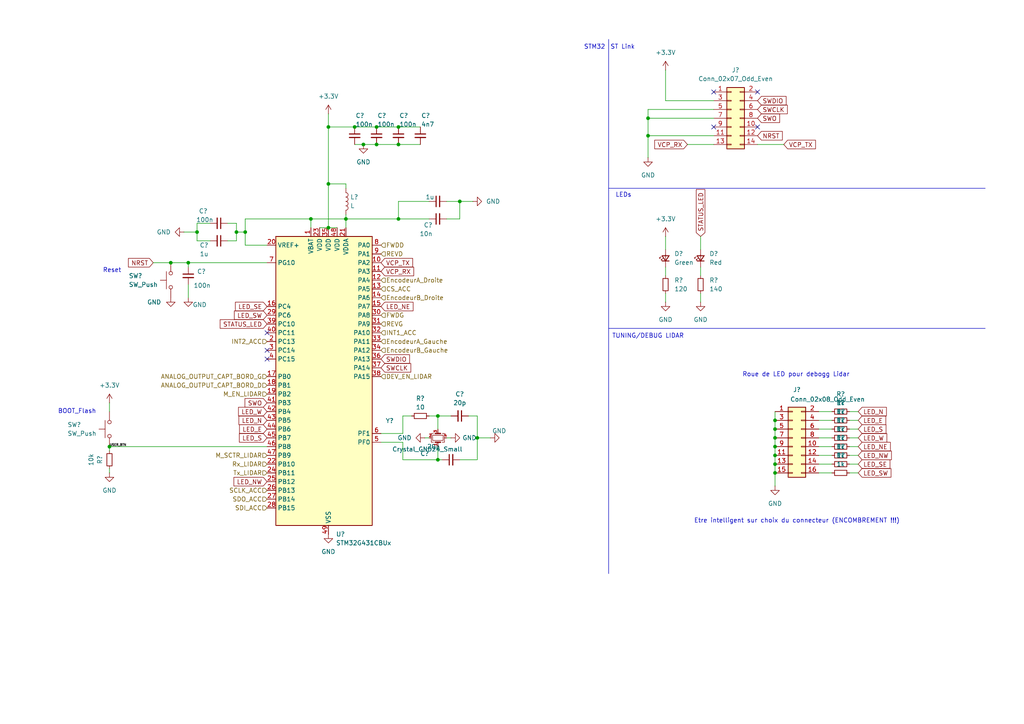
<source format=kicad_sch>
(kicad_sch
	(version 20231120)
	(generator "eeschema")
	(generator_version "8.0")
	(uuid "ce23f9ec-69da-4971-88ea-98d53a12dc3f")
	(paper "A4")
	(lib_symbols
		(symbol "Connector_Generic:Conn_02x07_Odd_Even"
			(pin_names
				(offset 1.016) hide)
			(exclude_from_sim no)
			(in_bom yes)
			(on_board yes)
			(property "Reference" "J"
				(at 1.27 10.16 0)
				(effects
					(font
						(size 1.27 1.27)
					)
				)
			)
			(property "Value" "Conn_02x07_Odd_Even"
				(at 1.27 -10.16 0)
				(effects
					(font
						(size 1.27 1.27)
					)
				)
			)
			(property "Footprint" ""
				(at 0 0 0)
				(effects
					(font
						(size 1.27 1.27)
					)
					(hide yes)
				)
			)
			(property "Datasheet" "~"
				(at 0 0 0)
				(effects
					(font
						(size 1.27 1.27)
					)
					(hide yes)
				)
			)
			(property "Description" "Generic connector, double row, 02x07, odd/even pin numbering scheme (row 1 odd numbers, row 2 even numbers), script generated (kicad-library-utils/schlib/autogen/connector/)"
				(at 0 0 0)
				(effects
					(font
						(size 1.27 1.27)
					)
					(hide yes)
				)
			)
			(property "ki_keywords" "connector"
				(at 0 0 0)
				(effects
					(font
						(size 1.27 1.27)
					)
					(hide yes)
				)
			)
			(property "ki_fp_filters" "Connector*:*_2x??_*"
				(at 0 0 0)
				(effects
					(font
						(size 1.27 1.27)
					)
					(hide yes)
				)
			)
			(symbol "Conn_02x07_Odd_Even_1_1"
				(rectangle
					(start -1.27 -7.493)
					(end 0 -7.747)
					(stroke
						(width 0.1524)
						(type default)
					)
					(fill
						(type none)
					)
				)
				(rectangle
					(start -1.27 -4.953)
					(end 0 -5.207)
					(stroke
						(width 0.1524)
						(type default)
					)
					(fill
						(type none)
					)
				)
				(rectangle
					(start -1.27 -2.413)
					(end 0 -2.667)
					(stroke
						(width 0.1524)
						(type default)
					)
					(fill
						(type none)
					)
				)
				(rectangle
					(start -1.27 0.127)
					(end 0 -0.127)
					(stroke
						(width 0.1524)
						(type default)
					)
					(fill
						(type none)
					)
				)
				(rectangle
					(start -1.27 2.667)
					(end 0 2.413)
					(stroke
						(width 0.1524)
						(type default)
					)
					(fill
						(type none)
					)
				)
				(rectangle
					(start -1.27 5.207)
					(end 0 4.953)
					(stroke
						(width 0.1524)
						(type default)
					)
					(fill
						(type none)
					)
				)
				(rectangle
					(start -1.27 7.747)
					(end 0 7.493)
					(stroke
						(width 0.1524)
						(type default)
					)
					(fill
						(type none)
					)
				)
				(rectangle
					(start -1.27 8.89)
					(end 3.81 -8.89)
					(stroke
						(width 0.254)
						(type default)
					)
					(fill
						(type background)
					)
				)
				(rectangle
					(start 3.81 -7.493)
					(end 2.54 -7.747)
					(stroke
						(width 0.1524)
						(type default)
					)
					(fill
						(type none)
					)
				)
				(rectangle
					(start 3.81 -4.953)
					(end 2.54 -5.207)
					(stroke
						(width 0.1524)
						(type default)
					)
					(fill
						(type none)
					)
				)
				(rectangle
					(start 3.81 -2.413)
					(end 2.54 -2.667)
					(stroke
						(width 0.1524)
						(type default)
					)
					(fill
						(type none)
					)
				)
				(rectangle
					(start 3.81 0.127)
					(end 2.54 -0.127)
					(stroke
						(width 0.1524)
						(type default)
					)
					(fill
						(type none)
					)
				)
				(rectangle
					(start 3.81 2.667)
					(end 2.54 2.413)
					(stroke
						(width 0.1524)
						(type default)
					)
					(fill
						(type none)
					)
				)
				(rectangle
					(start 3.81 5.207)
					(end 2.54 4.953)
					(stroke
						(width 0.1524)
						(type default)
					)
					(fill
						(type none)
					)
				)
				(rectangle
					(start 3.81 7.747)
					(end 2.54 7.493)
					(stroke
						(width 0.1524)
						(type default)
					)
					(fill
						(type none)
					)
				)
				(pin passive line
					(at -5.08 7.62 0)
					(length 3.81)
					(name "Pin_1"
						(effects
							(font
								(size 1.27 1.27)
							)
						)
					)
					(number "1"
						(effects
							(font
								(size 1.27 1.27)
							)
						)
					)
				)
				(pin passive line
					(at 7.62 -2.54 180)
					(length 3.81)
					(name "Pin_10"
						(effects
							(font
								(size 1.27 1.27)
							)
						)
					)
					(number "10"
						(effects
							(font
								(size 1.27 1.27)
							)
						)
					)
				)
				(pin passive line
					(at -5.08 -5.08 0)
					(length 3.81)
					(name "Pin_11"
						(effects
							(font
								(size 1.27 1.27)
							)
						)
					)
					(number "11"
						(effects
							(font
								(size 1.27 1.27)
							)
						)
					)
				)
				(pin passive line
					(at 7.62 -5.08 180)
					(length 3.81)
					(name "Pin_12"
						(effects
							(font
								(size 1.27 1.27)
							)
						)
					)
					(number "12"
						(effects
							(font
								(size 1.27 1.27)
							)
						)
					)
				)
				(pin passive line
					(at -5.08 -7.62 0)
					(length 3.81)
					(name "Pin_13"
						(effects
							(font
								(size 1.27 1.27)
							)
						)
					)
					(number "13"
						(effects
							(font
								(size 1.27 1.27)
							)
						)
					)
				)
				(pin passive line
					(at 7.62 -7.62 180)
					(length 3.81)
					(name "Pin_14"
						(effects
							(font
								(size 1.27 1.27)
							)
						)
					)
					(number "14"
						(effects
							(font
								(size 1.27 1.27)
							)
						)
					)
				)
				(pin passive line
					(at 7.62 7.62 180)
					(length 3.81)
					(name "Pin_2"
						(effects
							(font
								(size 1.27 1.27)
							)
						)
					)
					(number "2"
						(effects
							(font
								(size 1.27 1.27)
							)
						)
					)
				)
				(pin passive line
					(at -5.08 5.08 0)
					(length 3.81)
					(name "Pin_3"
						(effects
							(font
								(size 1.27 1.27)
							)
						)
					)
					(number "3"
						(effects
							(font
								(size 1.27 1.27)
							)
						)
					)
				)
				(pin passive line
					(at 7.62 5.08 180)
					(length 3.81)
					(name "Pin_4"
						(effects
							(font
								(size 1.27 1.27)
							)
						)
					)
					(number "4"
						(effects
							(font
								(size 1.27 1.27)
							)
						)
					)
				)
				(pin passive line
					(at -5.08 2.54 0)
					(length 3.81)
					(name "Pin_5"
						(effects
							(font
								(size 1.27 1.27)
							)
						)
					)
					(number "5"
						(effects
							(font
								(size 1.27 1.27)
							)
						)
					)
				)
				(pin passive line
					(at 7.62 2.54 180)
					(length 3.81)
					(name "Pin_6"
						(effects
							(font
								(size 1.27 1.27)
							)
						)
					)
					(number "6"
						(effects
							(font
								(size 1.27 1.27)
							)
						)
					)
				)
				(pin passive line
					(at -5.08 0 0)
					(length 3.81)
					(name "Pin_7"
						(effects
							(font
								(size 1.27 1.27)
							)
						)
					)
					(number "7"
						(effects
							(font
								(size 1.27 1.27)
							)
						)
					)
				)
				(pin passive line
					(at 7.62 0 180)
					(length 3.81)
					(name "Pin_8"
						(effects
							(font
								(size 1.27 1.27)
							)
						)
					)
					(number "8"
						(effects
							(font
								(size 1.27 1.27)
							)
						)
					)
				)
				(pin passive line
					(at -5.08 -2.54 0)
					(length 3.81)
					(name "Pin_9"
						(effects
							(font
								(size 1.27 1.27)
							)
						)
					)
					(number "9"
						(effects
							(font
								(size 1.27 1.27)
							)
						)
					)
				)
			)
		)
		(symbol "Connector_Generic:Conn_02x08_Odd_Even"
			(pin_names
				(offset 1.016) hide)
			(exclude_from_sim no)
			(in_bom yes)
			(on_board yes)
			(property "Reference" "J"
				(at 1.27 10.16 0)
				(effects
					(font
						(size 1.27 1.27)
					)
				)
			)
			(property "Value" "Conn_02x08_Odd_Even"
				(at 1.27 -12.7 0)
				(effects
					(font
						(size 1.27 1.27)
					)
				)
			)
			(property "Footprint" ""
				(at 0 0 0)
				(effects
					(font
						(size 1.27 1.27)
					)
					(hide yes)
				)
			)
			(property "Datasheet" "~"
				(at 0 0 0)
				(effects
					(font
						(size 1.27 1.27)
					)
					(hide yes)
				)
			)
			(property "Description" "Generic connector, double row, 02x08, odd/even pin numbering scheme (row 1 odd numbers, row 2 even numbers), script generated (kicad-library-utils/schlib/autogen/connector/)"
				(at 0 0 0)
				(effects
					(font
						(size 1.27 1.27)
					)
					(hide yes)
				)
			)
			(property "ki_keywords" "connector"
				(at 0 0 0)
				(effects
					(font
						(size 1.27 1.27)
					)
					(hide yes)
				)
			)
			(property "ki_fp_filters" "Connector*:*_2x??_*"
				(at 0 0 0)
				(effects
					(font
						(size 1.27 1.27)
					)
					(hide yes)
				)
			)
			(symbol "Conn_02x08_Odd_Even_1_1"
				(rectangle
					(start -1.27 -10.033)
					(end 0 -10.287)
					(stroke
						(width 0.1524)
						(type default)
					)
					(fill
						(type none)
					)
				)
				(rectangle
					(start -1.27 -7.493)
					(end 0 -7.747)
					(stroke
						(width 0.1524)
						(type default)
					)
					(fill
						(type none)
					)
				)
				(rectangle
					(start -1.27 -4.953)
					(end 0 -5.207)
					(stroke
						(width 0.1524)
						(type default)
					)
					(fill
						(type none)
					)
				)
				(rectangle
					(start -1.27 -2.413)
					(end 0 -2.667)
					(stroke
						(width 0.1524)
						(type default)
					)
					(fill
						(type none)
					)
				)
				(rectangle
					(start -1.27 0.127)
					(end 0 -0.127)
					(stroke
						(width 0.1524)
						(type default)
					)
					(fill
						(type none)
					)
				)
				(rectangle
					(start -1.27 2.667)
					(end 0 2.413)
					(stroke
						(width 0.1524)
						(type default)
					)
					(fill
						(type none)
					)
				)
				(rectangle
					(start -1.27 5.207)
					(end 0 4.953)
					(stroke
						(width 0.1524)
						(type default)
					)
					(fill
						(type none)
					)
				)
				(rectangle
					(start -1.27 7.747)
					(end 0 7.493)
					(stroke
						(width 0.1524)
						(type default)
					)
					(fill
						(type none)
					)
				)
				(rectangle
					(start -1.27 8.89)
					(end 3.81 -11.43)
					(stroke
						(width 0.254)
						(type default)
					)
					(fill
						(type background)
					)
				)
				(rectangle
					(start 3.81 -10.033)
					(end 2.54 -10.287)
					(stroke
						(width 0.1524)
						(type default)
					)
					(fill
						(type none)
					)
				)
				(rectangle
					(start 3.81 -7.493)
					(end 2.54 -7.747)
					(stroke
						(width 0.1524)
						(type default)
					)
					(fill
						(type none)
					)
				)
				(rectangle
					(start 3.81 -4.953)
					(end 2.54 -5.207)
					(stroke
						(width 0.1524)
						(type default)
					)
					(fill
						(type none)
					)
				)
				(rectangle
					(start 3.81 -2.413)
					(end 2.54 -2.667)
					(stroke
						(width 0.1524)
						(type default)
					)
					(fill
						(type none)
					)
				)
				(rectangle
					(start 3.81 0.127)
					(end 2.54 -0.127)
					(stroke
						(width 0.1524)
						(type default)
					)
					(fill
						(type none)
					)
				)
				(rectangle
					(start 3.81 2.667)
					(end 2.54 2.413)
					(stroke
						(width 0.1524)
						(type default)
					)
					(fill
						(type none)
					)
				)
				(rectangle
					(start 3.81 5.207)
					(end 2.54 4.953)
					(stroke
						(width 0.1524)
						(type default)
					)
					(fill
						(type none)
					)
				)
				(rectangle
					(start 3.81 7.747)
					(end 2.54 7.493)
					(stroke
						(width 0.1524)
						(type default)
					)
					(fill
						(type none)
					)
				)
				(pin passive line
					(at -5.08 7.62 0)
					(length 3.81)
					(name "Pin_1"
						(effects
							(font
								(size 1.27 1.27)
							)
						)
					)
					(number "1"
						(effects
							(font
								(size 1.27 1.27)
							)
						)
					)
				)
				(pin passive line
					(at 7.62 -2.54 180)
					(length 3.81)
					(name "Pin_10"
						(effects
							(font
								(size 1.27 1.27)
							)
						)
					)
					(number "10"
						(effects
							(font
								(size 1.27 1.27)
							)
						)
					)
				)
				(pin passive line
					(at -5.08 -5.08 0)
					(length 3.81)
					(name "Pin_11"
						(effects
							(font
								(size 1.27 1.27)
							)
						)
					)
					(number "11"
						(effects
							(font
								(size 1.27 1.27)
							)
						)
					)
				)
				(pin passive line
					(at 7.62 -5.08 180)
					(length 3.81)
					(name "Pin_12"
						(effects
							(font
								(size 1.27 1.27)
							)
						)
					)
					(number "12"
						(effects
							(font
								(size 1.27 1.27)
							)
						)
					)
				)
				(pin passive line
					(at -5.08 -7.62 0)
					(length 3.81)
					(name "Pin_13"
						(effects
							(font
								(size 1.27 1.27)
							)
						)
					)
					(number "13"
						(effects
							(font
								(size 1.27 1.27)
							)
						)
					)
				)
				(pin passive line
					(at 7.62 -7.62 180)
					(length 3.81)
					(name "Pin_14"
						(effects
							(font
								(size 1.27 1.27)
							)
						)
					)
					(number "14"
						(effects
							(font
								(size 1.27 1.27)
							)
						)
					)
				)
				(pin passive line
					(at -5.08 -10.16 0)
					(length 3.81)
					(name "Pin_15"
						(effects
							(font
								(size 1.27 1.27)
							)
						)
					)
					(number "15"
						(effects
							(font
								(size 1.27 1.27)
							)
						)
					)
				)
				(pin passive line
					(at 7.62 -10.16 180)
					(length 3.81)
					(name "Pin_16"
						(effects
							(font
								(size 1.27 1.27)
							)
						)
					)
					(number "16"
						(effects
							(font
								(size 1.27 1.27)
							)
						)
					)
				)
				(pin passive line
					(at 7.62 7.62 180)
					(length 3.81)
					(name "Pin_2"
						(effects
							(font
								(size 1.27 1.27)
							)
						)
					)
					(number "2"
						(effects
							(font
								(size 1.27 1.27)
							)
						)
					)
				)
				(pin passive line
					(at -5.08 5.08 0)
					(length 3.81)
					(name "Pin_3"
						(effects
							(font
								(size 1.27 1.27)
							)
						)
					)
					(number "3"
						(effects
							(font
								(size 1.27 1.27)
							)
						)
					)
				)
				(pin passive line
					(at 7.62 5.08 180)
					(length 3.81)
					(name "Pin_4"
						(effects
							(font
								(size 1.27 1.27)
							)
						)
					)
					(number "4"
						(effects
							(font
								(size 1.27 1.27)
							)
						)
					)
				)
				(pin passive line
					(at -5.08 2.54 0)
					(length 3.81)
					(name "Pin_5"
						(effects
							(font
								(size 1.27 1.27)
							)
						)
					)
					(number "5"
						(effects
							(font
								(size 1.27 1.27)
							)
						)
					)
				)
				(pin passive line
					(at 7.62 2.54 180)
					(length 3.81)
					(name "Pin_6"
						(effects
							(font
								(size 1.27 1.27)
							)
						)
					)
					(number "6"
						(effects
							(font
								(size 1.27 1.27)
							)
						)
					)
				)
				(pin passive line
					(at -5.08 0 0)
					(length 3.81)
					(name "Pin_7"
						(effects
							(font
								(size 1.27 1.27)
							)
						)
					)
					(number "7"
						(effects
							(font
								(size 1.27 1.27)
							)
						)
					)
				)
				(pin passive line
					(at 7.62 0 180)
					(length 3.81)
					(name "Pin_8"
						(effects
							(font
								(size 1.27 1.27)
							)
						)
					)
					(number "8"
						(effects
							(font
								(size 1.27 1.27)
							)
						)
					)
				)
				(pin passive line
					(at -5.08 -2.54 0)
					(length 3.81)
					(name "Pin_9"
						(effects
							(font
								(size 1.27 1.27)
							)
						)
					)
					(number "9"
						(effects
							(font
								(size 1.27 1.27)
							)
						)
					)
				)
			)
		)
		(symbol "Device:C_Small"
			(pin_numbers hide)
			(pin_names
				(offset 0.254) hide)
			(exclude_from_sim no)
			(in_bom yes)
			(on_board yes)
			(property "Reference" "C"
				(at 0.254 1.778 0)
				(effects
					(font
						(size 1.27 1.27)
					)
					(justify left)
				)
			)
			(property "Value" "C_Small"
				(at 0.254 -2.032 0)
				(effects
					(font
						(size 1.27 1.27)
					)
					(justify left)
				)
			)
			(property "Footprint" ""
				(at 0 0 0)
				(effects
					(font
						(size 1.27 1.27)
					)
					(hide yes)
				)
			)
			(property "Datasheet" "~"
				(at 0 0 0)
				(effects
					(font
						(size 1.27 1.27)
					)
					(hide yes)
				)
			)
			(property "Description" "Unpolarized capacitor, small symbol"
				(at 0 0 0)
				(effects
					(font
						(size 1.27 1.27)
					)
					(hide yes)
				)
			)
			(property "ki_keywords" "capacitor cap"
				(at 0 0 0)
				(effects
					(font
						(size 1.27 1.27)
					)
					(hide yes)
				)
			)
			(property "ki_fp_filters" "C_*"
				(at 0 0 0)
				(effects
					(font
						(size 1.27 1.27)
					)
					(hide yes)
				)
			)
			(symbol "C_Small_0_1"
				(polyline
					(pts
						(xy -1.524 -0.508) (xy 1.524 -0.508)
					)
					(stroke
						(width 0.3302)
						(type default)
					)
					(fill
						(type none)
					)
				)
				(polyline
					(pts
						(xy -1.524 0.508) (xy 1.524 0.508)
					)
					(stroke
						(width 0.3048)
						(type default)
					)
					(fill
						(type none)
					)
				)
			)
			(symbol "C_Small_1_1"
				(pin passive line
					(at 0 2.54 270)
					(length 2.032)
					(name "~"
						(effects
							(font
								(size 1.27 1.27)
							)
						)
					)
					(number "1"
						(effects
							(font
								(size 1.27 1.27)
							)
						)
					)
				)
				(pin passive line
					(at 0 -2.54 90)
					(length 2.032)
					(name "~"
						(effects
							(font
								(size 1.27 1.27)
							)
						)
					)
					(number "2"
						(effects
							(font
								(size 1.27 1.27)
							)
						)
					)
				)
			)
		)
		(symbol "Device:Crystal_GND24_Small"
			(pin_names
				(offset 1.016) hide)
			(exclude_from_sim no)
			(in_bom yes)
			(on_board yes)
			(property "Reference" "Y"
				(at 1.27 4.445 0)
				(effects
					(font
						(size 1.27 1.27)
					)
					(justify left)
				)
			)
			(property "Value" "Crystal_GND24_Small"
				(at 1.27 2.54 0)
				(effects
					(font
						(size 1.27 1.27)
					)
					(justify left)
				)
			)
			(property "Footprint" ""
				(at 0 0 0)
				(effects
					(font
						(size 1.27 1.27)
					)
					(hide yes)
				)
			)
			(property "Datasheet" "~"
				(at 0 0 0)
				(effects
					(font
						(size 1.27 1.27)
					)
					(hide yes)
				)
			)
			(property "Description" "Four pin crystal, GND on pins 2 and 4, small symbol"
				(at 0 0 0)
				(effects
					(font
						(size 1.27 1.27)
					)
					(hide yes)
				)
			)
			(property "ki_keywords" "quartz ceramic resonator oscillator"
				(at 0 0 0)
				(effects
					(font
						(size 1.27 1.27)
					)
					(hide yes)
				)
			)
			(property "ki_fp_filters" "Crystal*"
				(at 0 0 0)
				(effects
					(font
						(size 1.27 1.27)
					)
					(hide yes)
				)
			)
			(symbol "Crystal_GND24_Small_0_1"
				(rectangle
					(start -0.762 -1.524)
					(end 0.762 1.524)
					(stroke
						(width 0)
						(type default)
					)
					(fill
						(type none)
					)
				)
				(polyline
					(pts
						(xy -1.27 -0.762) (xy -1.27 0.762)
					)
					(stroke
						(width 0.381)
						(type default)
					)
					(fill
						(type none)
					)
				)
				(polyline
					(pts
						(xy 1.27 -0.762) (xy 1.27 0.762)
					)
					(stroke
						(width 0.381)
						(type default)
					)
					(fill
						(type none)
					)
				)
				(polyline
					(pts
						(xy -1.27 -1.27) (xy -1.27 -1.905) (xy 1.27 -1.905) (xy 1.27 -1.27)
					)
					(stroke
						(width 0)
						(type default)
					)
					(fill
						(type none)
					)
				)
				(polyline
					(pts
						(xy -1.27 1.27) (xy -1.27 1.905) (xy 1.27 1.905) (xy 1.27 1.27)
					)
					(stroke
						(width 0)
						(type default)
					)
					(fill
						(type none)
					)
				)
			)
			(symbol "Crystal_GND24_Small_1_1"
				(pin passive line
					(at -2.54 0 0)
					(length 1.27)
					(name "1"
						(effects
							(font
								(size 1.27 1.27)
							)
						)
					)
					(number "1"
						(effects
							(font
								(size 0.762 0.762)
							)
						)
					)
				)
				(pin passive line
					(at 0 -2.54 90)
					(length 0.635)
					(name "2"
						(effects
							(font
								(size 1.27 1.27)
							)
						)
					)
					(number "2"
						(effects
							(font
								(size 0.762 0.762)
							)
						)
					)
				)
				(pin passive line
					(at 2.54 0 180)
					(length 1.27)
					(name "3"
						(effects
							(font
								(size 1.27 1.27)
							)
						)
					)
					(number "3"
						(effects
							(font
								(size 0.762 0.762)
							)
						)
					)
				)
				(pin passive line
					(at 0 2.54 270)
					(length 0.635)
					(name "4"
						(effects
							(font
								(size 1.27 1.27)
							)
						)
					)
					(number "4"
						(effects
							(font
								(size 0.762 0.762)
							)
						)
					)
				)
			)
		)
		(symbol "Device:L"
			(pin_numbers hide)
			(pin_names
				(offset 1.016) hide)
			(exclude_from_sim no)
			(in_bom yes)
			(on_board yes)
			(property "Reference" "L"
				(at -1.27 0 90)
				(effects
					(font
						(size 1.27 1.27)
					)
				)
			)
			(property "Value" "L"
				(at 1.905 0 90)
				(effects
					(font
						(size 1.27 1.27)
					)
				)
			)
			(property "Footprint" ""
				(at 0 0 0)
				(effects
					(font
						(size 1.27 1.27)
					)
					(hide yes)
				)
			)
			(property "Datasheet" "~"
				(at 0 0 0)
				(effects
					(font
						(size 1.27 1.27)
					)
					(hide yes)
				)
			)
			(property "Description" "Inductor"
				(at 0 0 0)
				(effects
					(font
						(size 1.27 1.27)
					)
					(hide yes)
				)
			)
			(property "ki_keywords" "inductor choke coil reactor magnetic"
				(at 0 0 0)
				(effects
					(font
						(size 1.27 1.27)
					)
					(hide yes)
				)
			)
			(property "ki_fp_filters" "Choke_* *Coil* Inductor_* L_*"
				(at 0 0 0)
				(effects
					(font
						(size 1.27 1.27)
					)
					(hide yes)
				)
			)
			(symbol "L_0_1"
				(arc
					(start 0 -2.54)
					(mid 0.6323 -1.905)
					(end 0 -1.27)
					(stroke
						(width 0)
						(type default)
					)
					(fill
						(type none)
					)
				)
				(arc
					(start 0 -1.27)
					(mid 0.6323 -0.635)
					(end 0 0)
					(stroke
						(width 0)
						(type default)
					)
					(fill
						(type none)
					)
				)
				(arc
					(start 0 0)
					(mid 0.6323 0.635)
					(end 0 1.27)
					(stroke
						(width 0)
						(type default)
					)
					(fill
						(type none)
					)
				)
				(arc
					(start 0 1.27)
					(mid 0.6323 1.905)
					(end 0 2.54)
					(stroke
						(width 0)
						(type default)
					)
					(fill
						(type none)
					)
				)
			)
			(symbol "L_1_1"
				(pin passive line
					(at 0 3.81 270)
					(length 1.27)
					(name "1"
						(effects
							(font
								(size 1.27 1.27)
							)
						)
					)
					(number "1"
						(effects
							(font
								(size 1.27 1.27)
							)
						)
					)
				)
				(pin passive line
					(at 0 -3.81 90)
					(length 1.27)
					(name "2"
						(effects
							(font
								(size 1.27 1.27)
							)
						)
					)
					(number "2"
						(effects
							(font
								(size 1.27 1.27)
							)
						)
					)
				)
			)
		)
		(symbol "Device:LED_Small"
			(pin_numbers hide)
			(pin_names
				(offset 0.254) hide)
			(exclude_from_sim no)
			(in_bom yes)
			(on_board yes)
			(property "Reference" "D"
				(at -1.27 3.175 0)
				(effects
					(font
						(size 1.27 1.27)
					)
					(justify left)
				)
			)
			(property "Value" "LED_Small"
				(at -4.445 -2.54 0)
				(effects
					(font
						(size 1.27 1.27)
					)
					(justify left)
				)
			)
			(property "Footprint" ""
				(at 0 0 90)
				(effects
					(font
						(size 1.27 1.27)
					)
					(hide yes)
				)
			)
			(property "Datasheet" "~"
				(at 0 0 90)
				(effects
					(font
						(size 1.27 1.27)
					)
					(hide yes)
				)
			)
			(property "Description" "Light emitting diode, small symbol"
				(at 0 0 0)
				(effects
					(font
						(size 1.27 1.27)
					)
					(hide yes)
				)
			)
			(property "ki_keywords" "LED diode light-emitting-diode"
				(at 0 0 0)
				(effects
					(font
						(size 1.27 1.27)
					)
					(hide yes)
				)
			)
			(property "ki_fp_filters" "LED* LED_SMD:* LED_THT:*"
				(at 0 0 0)
				(effects
					(font
						(size 1.27 1.27)
					)
					(hide yes)
				)
			)
			(symbol "LED_Small_0_1"
				(polyline
					(pts
						(xy -0.762 -1.016) (xy -0.762 1.016)
					)
					(stroke
						(width 0.254)
						(type default)
					)
					(fill
						(type none)
					)
				)
				(polyline
					(pts
						(xy 1.016 0) (xy -0.762 0)
					)
					(stroke
						(width 0)
						(type default)
					)
					(fill
						(type none)
					)
				)
				(polyline
					(pts
						(xy 0.762 -1.016) (xy -0.762 0) (xy 0.762 1.016) (xy 0.762 -1.016)
					)
					(stroke
						(width 0.254)
						(type default)
					)
					(fill
						(type none)
					)
				)
				(polyline
					(pts
						(xy 0 0.762) (xy -0.508 1.27) (xy -0.254 1.27) (xy -0.508 1.27) (xy -0.508 1.016)
					)
					(stroke
						(width 0)
						(type default)
					)
					(fill
						(type none)
					)
				)
				(polyline
					(pts
						(xy 0.508 1.27) (xy 0 1.778) (xy 0.254 1.778) (xy 0 1.778) (xy 0 1.524)
					)
					(stroke
						(width 0)
						(type default)
					)
					(fill
						(type none)
					)
				)
			)
			(symbol "LED_Small_1_1"
				(pin passive line
					(at -2.54 0 0)
					(length 1.778)
					(name "K"
						(effects
							(font
								(size 1.27 1.27)
							)
						)
					)
					(number "1"
						(effects
							(font
								(size 1.27 1.27)
							)
						)
					)
				)
				(pin passive line
					(at 2.54 0 180)
					(length 1.778)
					(name "A"
						(effects
							(font
								(size 1.27 1.27)
							)
						)
					)
					(number "2"
						(effects
							(font
								(size 1.27 1.27)
							)
						)
					)
				)
			)
		)
		(symbol "Device:R_Small"
			(pin_numbers hide)
			(pin_names
				(offset 0.254) hide)
			(exclude_from_sim no)
			(in_bom yes)
			(on_board yes)
			(property "Reference" "R"
				(at 0.762 0.508 0)
				(effects
					(font
						(size 1.27 1.27)
					)
					(justify left)
				)
			)
			(property "Value" "R_Small"
				(at 0.762 -1.016 0)
				(effects
					(font
						(size 1.27 1.27)
					)
					(justify left)
				)
			)
			(property "Footprint" ""
				(at 0 0 0)
				(effects
					(font
						(size 1.27 1.27)
					)
					(hide yes)
				)
			)
			(property "Datasheet" "~"
				(at 0 0 0)
				(effects
					(font
						(size 1.27 1.27)
					)
					(hide yes)
				)
			)
			(property "Description" "Resistor, small symbol"
				(at 0 0 0)
				(effects
					(font
						(size 1.27 1.27)
					)
					(hide yes)
				)
			)
			(property "ki_keywords" "R resistor"
				(at 0 0 0)
				(effects
					(font
						(size 1.27 1.27)
					)
					(hide yes)
				)
			)
			(property "ki_fp_filters" "R_*"
				(at 0 0 0)
				(effects
					(font
						(size 1.27 1.27)
					)
					(hide yes)
				)
			)
			(symbol "R_Small_0_1"
				(rectangle
					(start -0.762 1.778)
					(end 0.762 -1.778)
					(stroke
						(width 0.2032)
						(type default)
					)
					(fill
						(type none)
					)
				)
			)
			(symbol "R_Small_1_1"
				(pin passive line
					(at 0 2.54 270)
					(length 0.762)
					(name "~"
						(effects
							(font
								(size 1.27 1.27)
							)
						)
					)
					(number "1"
						(effects
							(font
								(size 1.27 1.27)
							)
						)
					)
				)
				(pin passive line
					(at 0 -2.54 90)
					(length 0.762)
					(name "~"
						(effects
							(font
								(size 1.27 1.27)
							)
						)
					)
					(number "2"
						(effects
							(font
								(size 1.27 1.27)
							)
						)
					)
				)
			)
		)
		(symbol "MCU_ST_STM32G4:STM32G431CBUx"
			(exclude_from_sim no)
			(in_bom yes)
			(on_board yes)
			(property "Reference" "U201"
				(at 4.7341 -43.18 0)
				(effects
					(font
						(size 1.27 1.27)
					)
					(justify left)
				)
			)
			(property "Value" "STM32G431CBUx"
				(at 4.7341 -45.72 0)
				(effects
					(font
						(size 1.27 1.27)
					)
					(justify left)
				)
			)
			(property "Footprint" "Package_DFN_QFN:QFN-48-1EP_7x7mm_P0.5mm_EP5.6x5.6mm"
				(at -12.7 -40.64 0)
				(effects
					(font
						(size 1.27 1.27)
					)
					(justify right)
					(hide yes)
				)
			)
			(property "Datasheet" "https://www.st.com/resource/en/datasheet/stm32g431cb.pdf"
				(at 0 0 0)
				(effects
					(font
						(size 1.27 1.27)
					)
					(hide yes)
				)
			)
			(property "Description" "STMicroelectronics Arm Cortex-M4 MCU, 128KB flash, 32KB RAM, 170 MHz, 1.71-3.6V, 42 GPIO, UFQFPN48"
				(at 0 0 0)
				(effects
					(font
						(size 1.27 1.27)
					)
					(hide yes)
				)
			)
			(property "ki_locked" ""
				(at 0 0 0)
				(effects
					(font
						(size 1.27 1.27)
					)
				)
			)
			(property "ki_keywords" "Arm Cortex-M4 STM32G4 STM32G4x1"
				(at 0 0 0)
				(effects
					(font
						(size 1.27 1.27)
					)
					(hide yes)
				)
			)
			(property "ki_fp_filters" "QFN*1EP*7x7mm*P0.5mm*"
				(at 0 0 0)
				(effects
					(font
						(size 1.27 1.27)
					)
					(hide yes)
				)
			)
			(symbol "STM32G431CBUx_0_1"
				(rectangle
					(start -12.7 -40.64)
					(end 15.24 43.18)
					(stroke
						(width 0.254)
						(type default)
					)
					(fill
						(type background)
					)
				)
			)
			(symbol "STM32G431CBUx_1_1"
				(pin power_in line
					(at -2.54 45.72 270)
					(length 2.54)
					(name "VBAT"
						(effects
							(font
								(size 1.27 1.27)
							)
						)
					)
					(number "1"
						(effects
							(font
								(size 1.27 1.27)
							)
						)
					)
				)
				(pin bidirectional line
					(at 17.78 35.56 180)
					(length 2.54)
					(name "PA2"
						(effects
							(font
								(size 1.27 1.27)
							)
						)
					)
					(number "10"
						(effects
							(font
								(size 1.27 1.27)
							)
						)
					)
					(alternate "ADC1_IN3" bidirectional line)
					(alternate "COMP2_INM" bidirectional line)
					(alternate "COMP2_OUT" bidirectional line)
					(alternate "LPUART1_TX" bidirectional line)
					(alternate "OPAMP1_VOUT" bidirectional line)
					(alternate "RCC_LSCO" bidirectional line)
					(alternate "SYS_WKUP4" bidirectional line)
					(alternate "TIM15_CH1" bidirectional line)
					(alternate "TIM2_CH3" bidirectional line)
					(alternate "UCPD1_FRSTX1" bidirectional line)
					(alternate "UCPD1_FRSTX2" bidirectional line)
					(alternate "USART2_TX" bidirectional line)
				)
				(pin bidirectional line
					(at 17.78 33.02 180)
					(length 2.54)
					(name "PA3"
						(effects
							(font
								(size 1.27 1.27)
							)
						)
					)
					(number "11"
						(effects
							(font
								(size 1.27 1.27)
							)
						)
					)
					(alternate "ADC1_IN4" bidirectional line)
					(alternate "COMP2_INP" bidirectional line)
					(alternate "LPUART1_RX" bidirectional line)
					(alternate "OPAMP1_VINM" bidirectional line)
					(alternate "OPAMP1_VINM0" bidirectional line)
					(alternate "OPAMP1_VINM_SEC" bidirectional line)
					(alternate "OPAMP1_VINP" bidirectional line)
					(alternate "OPAMP1_VINP_SEC" bidirectional line)
					(alternate "SAI1_CK1" bidirectional line)
					(alternate "SAI1_MCLK_A" bidirectional line)
					(alternate "TIM15_CH2" bidirectional line)
					(alternate "TIM2_CH4" bidirectional line)
					(alternate "USART2_RX" bidirectional line)
				)
				(pin bidirectional line
					(at 17.78 30.48 180)
					(length 2.54)
					(name "PA4"
						(effects
							(font
								(size 1.27 1.27)
							)
						)
					)
					(number "12"
						(effects
							(font
								(size 1.27 1.27)
							)
						)
					)
					(alternate "ADC2_IN17" bidirectional line)
					(alternate "COMP1_INM" bidirectional line)
					(alternate "DAC1_OUT1" bidirectional line)
					(alternate "I2S3_WS" bidirectional line)
					(alternate "SAI1_FS_B" bidirectional line)
					(alternate "SPI1_NSS" bidirectional line)
					(alternate "SPI3_NSS" bidirectional line)
					(alternate "TIM3_CH2" bidirectional line)
					(alternate "USART2_CK" bidirectional line)
				)
				(pin bidirectional line
					(at 17.78 27.94 180)
					(length 2.54)
					(name "PA5"
						(effects
							(font
								(size 1.27 1.27)
							)
						)
					)
					(number "13"
						(effects
							(font
								(size 1.27 1.27)
							)
						)
					)
					(alternate "ADC2_IN13" bidirectional line)
					(alternate "COMP2_INM" bidirectional line)
					(alternate "DAC1_OUT2" bidirectional line)
					(alternate "OPAMP2_VINM" bidirectional line)
					(alternate "OPAMP2_VINM0" bidirectional line)
					(alternate "OPAMP2_VINM_SEC" bidirectional line)
					(alternate "SPI1_SCK" bidirectional line)
					(alternate "TIM2_CH1" bidirectional line)
					(alternate "TIM2_ETR" bidirectional line)
					(alternate "UCPD1_FRSTX1" bidirectional line)
					(alternate "UCPD1_FRSTX2" bidirectional line)
				)
				(pin bidirectional line
					(at 17.78 25.4 180)
					(length 2.54)
					(name "PA6"
						(effects
							(font
								(size 1.27 1.27)
							)
						)
					)
					(number "14"
						(effects
							(font
								(size 1.27 1.27)
							)
						)
					)
					(alternate "ADC2_IN3" bidirectional line)
					(alternate "COMP1_OUT" bidirectional line)
					(alternate "LPUART1_CTS" bidirectional line)
					(alternate "OPAMP2_VOUT" bidirectional line)
					(alternate "SPI1_MISO" bidirectional line)
					(alternate "TIM16_CH1" bidirectional line)
					(alternate "TIM1_BKIN" bidirectional line)
					(alternate "TIM3_CH1" bidirectional line)
					(alternate "TIM8_BKIN" bidirectional line)
				)
				(pin bidirectional line
					(at 17.78 22.86 180)
					(length 2.54)
					(name "PA7"
						(effects
							(font
								(size 1.27 1.27)
							)
						)
					)
					(number "15"
						(effects
							(font
								(size 1.27 1.27)
							)
						)
					)
					(alternate "ADC2_IN4" bidirectional line)
					(alternate "COMP2_INP" bidirectional line)
					(alternate "COMP2_OUT" bidirectional line)
					(alternate "OPAMP1_VINP" bidirectional line)
					(alternate "OPAMP1_VINP_SEC" bidirectional line)
					(alternate "OPAMP2_VINP" bidirectional line)
					(alternate "OPAMP2_VINP_SEC" bidirectional line)
					(alternate "SPI1_MOSI" bidirectional line)
					(alternate "TIM17_CH1" bidirectional line)
					(alternate "TIM1_CH1N" bidirectional line)
					(alternate "TIM3_CH2" bidirectional line)
					(alternate "TIM8_CH1N" bidirectional line)
					(alternate "UCPD1_FRSTX1" bidirectional line)
					(alternate "UCPD1_FRSTX2" bidirectional line)
				)
				(pin bidirectional line
					(at -15.24 22.86 0)
					(length 2.54)
					(name "PC4"
						(effects
							(font
								(size 1.27 1.27)
							)
						)
					)
					(number "16"
						(effects
							(font
								(size 1.27 1.27)
							)
						)
					)
					(alternate "ADC2_IN5" bidirectional line)
					(alternate "I2C2_SCL" bidirectional line)
					(alternate "TIM1_ETR" bidirectional line)
					(alternate "USART1_TX" bidirectional line)
				)
				(pin bidirectional line
					(at -15.24 2.54 0)
					(length 2.54)
					(name "PB0"
						(effects
							(font
								(size 1.27 1.27)
							)
						)
					)
					(number "17"
						(effects
							(font
								(size 1.27 1.27)
							)
						)
					)
					(alternate "ADC1_IN15" bidirectional line)
					(alternate "COMP4_INP" bidirectional line)
					(alternate "OPAMP2_VINP" bidirectional line)
					(alternate "OPAMP2_VINP_SEC" bidirectional line)
					(alternate "OPAMP3_VINP" bidirectional line)
					(alternate "OPAMP3_VINP_SEC" bidirectional line)
					(alternate "TIM1_CH2N" bidirectional line)
					(alternate "TIM3_CH3" bidirectional line)
					(alternate "TIM8_CH2N" bidirectional line)
					(alternate "UCPD1_FRSTX1" bidirectional line)
					(alternate "UCPD1_FRSTX2" bidirectional line)
				)
				(pin bidirectional line
					(at -15.24 0 0)
					(length 2.54)
					(name "PB1"
						(effects
							(font
								(size 1.27 1.27)
							)
						)
					)
					(number "18"
						(effects
							(font
								(size 1.27 1.27)
							)
						)
					)
					(alternate "ADC1_IN12" bidirectional line)
					(alternate "COMP1_INP" bidirectional line)
					(alternate "COMP4_OUT" bidirectional line)
					(alternate "LPUART1_DE" bidirectional line)
					(alternate "LPUART1_RTS" bidirectional line)
					(alternate "OPAMP3_VOUT" bidirectional line)
					(alternate "TIM1_CH3N" bidirectional line)
					(alternate "TIM3_CH4" bidirectional line)
					(alternate "TIM8_CH3N" bidirectional line)
				)
				(pin bidirectional line
					(at -15.24 -2.54 0)
					(length 2.54)
					(name "PB2"
						(effects
							(font
								(size 1.27 1.27)
							)
						)
					)
					(number "19"
						(effects
							(font
								(size 1.27 1.27)
							)
						)
					)
					(alternate "ADC2_IN12" bidirectional line)
					(alternate "COMP4_INM" bidirectional line)
					(alternate "I2C3_SMBA" bidirectional line)
					(alternate "LPTIM1_OUT" bidirectional line)
					(alternate "OPAMP3_VINM" bidirectional line)
					(alternate "OPAMP3_VINM0" bidirectional line)
					(alternate "OPAMP3_VINM_SEC" bidirectional line)
					(alternate "RTC_OUT2" bidirectional line)
				)
				(pin bidirectional line
					(at -15.24 12.7 0)
					(length 2.54)
					(name "PC13"
						(effects
							(font
								(size 1.27 1.27)
							)
						)
					)
					(number "2"
						(effects
							(font
								(size 1.27 1.27)
							)
						)
					)
					(alternate "RTC_OUT1" bidirectional line)
					(alternate "RTC_TAMP1" bidirectional line)
					(alternate "RTC_TS" bidirectional line)
					(alternate "SYS_WKUP2" bidirectional line)
					(alternate "TIM1_BKIN" bidirectional line)
					(alternate "TIM1_CH1N" bidirectional line)
					(alternate "TIM8_CH4N" bidirectional line)
				)
				(pin input line
					(at -15.24 40.64 0)
					(length 2.54)
					(name "VREF+"
						(effects
							(font
								(size 1.27 1.27)
							)
						)
					)
					(number "20"
						(effects
							(font
								(size 1.27 1.27)
							)
						)
					)
					(alternate "VREFBUF_OUT" bidirectional line)
				)
				(pin power_in line
					(at 7.62 45.72 270)
					(length 2.54)
					(name "VDDA"
						(effects
							(font
								(size 1.27 1.27)
							)
						)
					)
					(number "21"
						(effects
							(font
								(size 1.27 1.27)
							)
						)
					)
				)
				(pin bidirectional line
					(at -15.24 -22.86 0)
					(length 2.54)
					(name "PB10"
						(effects
							(font
								(size 1.27 1.27)
							)
						)
					)
					(number "22"
						(effects
							(font
								(size 1.27 1.27)
							)
						)
					)
					(alternate "DAC1_EXTI10" bidirectional line)
					(alternate "DAC3_EXTI10" bidirectional line)
					(alternate "LPUART1_RX" bidirectional line)
					(alternate "OPAMP3_VINM" bidirectional line)
					(alternate "OPAMP3_VINM1" bidirectional line)
					(alternate "OPAMP3_VINM_SEC" bidirectional line)
					(alternate "SAI1_SCK_A" bidirectional line)
					(alternate "TIM1_BKIN" bidirectional line)
					(alternate "TIM2_CH3" bidirectional line)
					(alternate "USART3_TX" bidirectional line)
				)
				(pin power_in line
					(at 0 45.72 270)
					(length 2.54)
					(name "VDD"
						(effects
							(font
								(size 1.27 1.27)
							)
						)
					)
					(number "23"
						(effects
							(font
								(size 1.27 1.27)
							)
						)
					)
				)
				(pin bidirectional line
					(at -15.24 -25.4 0)
					(length 2.54)
					(name "PB11"
						(effects
							(font
								(size 1.27 1.27)
							)
						)
					)
					(number "24"
						(effects
							(font
								(size 1.27 1.27)
							)
						)
					)
					(alternate "ADC1_EXTI11" bidirectional line)
					(alternate "ADC1_IN14" bidirectional line)
					(alternate "ADC2_EXTI11" bidirectional line)
					(alternate "ADC2_IN14" bidirectional line)
					(alternate "LPUART1_TX" bidirectional line)
					(alternate "TIM2_CH4" bidirectional line)
					(alternate "USART3_RX" bidirectional line)
				)
				(pin bidirectional line
					(at -15.24 -27.94 0)
					(length 2.54)
					(name "PB12"
						(effects
							(font
								(size 1.27 1.27)
							)
						)
					)
					(number "25"
						(effects
							(font
								(size 1.27 1.27)
							)
						)
					)
					(alternate "ADC1_IN11" bidirectional line)
					(alternate "I2C2_SMBA" bidirectional line)
					(alternate "I2S2_WS" bidirectional line)
					(alternate "LPUART1_DE" bidirectional line)
					(alternate "LPUART1_RTS" bidirectional line)
					(alternate "SPI2_NSS" bidirectional line)
					(alternate "TIM1_BKIN" bidirectional line)
					(alternate "USART3_CK" bidirectional line)
				)
				(pin bidirectional line
					(at -15.24 -30.48 0)
					(length 2.54)
					(name "PB13"
						(effects
							(font
								(size 1.27 1.27)
							)
						)
					)
					(number "26"
						(effects
							(font
								(size 1.27 1.27)
							)
						)
					)
					(alternate "I2S2_CK" bidirectional line)
					(alternate "LPUART1_CTS" bidirectional line)
					(alternate "OPAMP3_VINP" bidirectional line)
					(alternate "OPAMP3_VINP_SEC" bidirectional line)
					(alternate "SPI2_SCK" bidirectional line)
					(alternate "TIM1_CH1N" bidirectional line)
					(alternate "USART3_CTS" bidirectional line)
					(alternate "USART3_NSS" bidirectional line)
				)
				(pin bidirectional line
					(at -15.24 -33.02 0)
					(length 2.54)
					(name "PB14"
						(effects
							(font
								(size 1.27 1.27)
							)
						)
					)
					(number "27"
						(effects
							(font
								(size 1.27 1.27)
							)
						)
					)
					(alternate "ADC1_IN5" bidirectional line)
					(alternate "COMP4_OUT" bidirectional line)
					(alternate "OPAMP2_VINP" bidirectional line)
					(alternate "OPAMP2_VINP_SEC" bidirectional line)
					(alternate "SPI2_MISO" bidirectional line)
					(alternate "TIM15_CH1" bidirectional line)
					(alternate "TIM1_CH2N" bidirectional line)
					(alternate "USART3_DE" bidirectional line)
					(alternate "USART3_RTS" bidirectional line)
				)
				(pin bidirectional line
					(at -15.24 -35.56 0)
					(length 2.54)
					(name "PB15"
						(effects
							(font
								(size 1.27 1.27)
							)
						)
					)
					(number "28"
						(effects
							(font
								(size 1.27 1.27)
							)
						)
					)
					(alternate "ADC1_EXTI15" bidirectional line)
					(alternate "ADC2_EXTI15" bidirectional line)
					(alternate "ADC2_IN15" bidirectional line)
					(alternate "COMP3_OUT" bidirectional line)
					(alternate "I2S2_SD" bidirectional line)
					(alternate "RTC_REFIN" bidirectional line)
					(alternate "SPI2_MOSI" bidirectional line)
					(alternate "TIM15_CH1N" bidirectional line)
					(alternate "TIM15_CH2" bidirectional line)
					(alternate "TIM1_CH3N" bidirectional line)
				)
				(pin bidirectional line
					(at -15.24 20.32 0)
					(length 2.54)
					(name "PC6"
						(effects
							(font
								(size 1.27 1.27)
							)
						)
					)
					(number "29"
						(effects
							(font
								(size 1.27 1.27)
							)
						)
					)
					(alternate "I2S2_MCK" bidirectional line)
					(alternate "TIM3_CH1" bidirectional line)
					(alternate "TIM8_CH1" bidirectional line)
				)
				(pin bidirectional line
					(at -15.24 10.16 0)
					(length 2.54)
					(name "PC14"
						(effects
							(font
								(size 1.27 1.27)
							)
						)
					)
					(number "3"
						(effects
							(font
								(size 1.27 1.27)
							)
						)
					)
					(alternate "RCC_OSC32_IN" bidirectional line)
				)
				(pin bidirectional line
					(at 17.78 20.32 180)
					(length 2.54)
					(name "PA8"
						(effects
							(font
								(size 1.27 1.27)
							)
						)
					)
					(number "30"
						(effects
							(font
								(size 1.27 1.27)
							)
						)
					)
					(alternate "I2C2_SDA" bidirectional line)
					(alternate "I2C3_SCL" bidirectional line)
					(alternate "I2S2_MCK" bidirectional line)
					(alternate "RCC_MCO" bidirectional line)
					(alternate "SAI1_CK2" bidirectional line)
					(alternate "SAI1_SCK_A" bidirectional line)
					(alternate "TIM1_CH1" bidirectional line)
					(alternate "TIM4_ETR" bidirectional line)
					(alternate "USART1_CK" bidirectional line)
				)
				(pin bidirectional line
					(at 17.78 17.78 180)
					(length 2.54)
					(name "PA9"
						(effects
							(font
								(size 1.27 1.27)
							)
						)
					)
					(number "31"
						(effects
							(font
								(size 1.27 1.27)
							)
						)
					)
					(alternate "DAC1_EXTI9" bidirectional line)
					(alternate "DAC3_EXTI9" bidirectional line)
					(alternate "I2C2_SCL" bidirectional line)
					(alternate "I2C3_SMBA" bidirectional line)
					(alternate "I2S3_MCK" bidirectional line)
					(alternate "SAI1_FS_A" bidirectional line)
					(alternate "TIM15_BKIN" bidirectional line)
					(alternate "TIM1_CH2" bidirectional line)
					(alternate "TIM2_CH3" bidirectional line)
					(alternate "UCPD1_DBCC1" bidirectional line)
					(alternate "USART1_TX" bidirectional line)
				)
				(pin bidirectional line
					(at 17.78 15.24 180)
					(length 2.54)
					(name "PA10"
						(effects
							(font
								(size 1.27 1.27)
							)
						)
					)
					(number "32"
						(effects
							(font
								(size 1.27 1.27)
							)
						)
					)
					(alternate "CRS_SYNC" bidirectional line)
					(alternate "DAC1_EXTI10" bidirectional line)
					(alternate "DAC3_EXTI10" bidirectional line)
					(alternate "I2C2_SMBA" bidirectional line)
					(alternate "SAI1_D1" bidirectional line)
					(alternate "SAI1_SD_A" bidirectional line)
					(alternate "SPI2_MISO" bidirectional line)
					(alternate "TIM17_BKIN" bidirectional line)
					(alternate "TIM1_CH3" bidirectional line)
					(alternate "TIM2_CH4" bidirectional line)
					(alternate "TIM8_BKIN" bidirectional line)
					(alternate "UCPD1_DBCC2" bidirectional line)
					(alternate "USART1_RX" bidirectional line)
				)
				(pin bidirectional line
					(at 17.78 12.7 180)
					(length 2.54)
					(name "PA11"
						(effects
							(font
								(size 1.27 1.27)
							)
						)
					)
					(number "33"
						(effects
							(font
								(size 1.27 1.27)
							)
						)
					)
					(alternate "ADC1_EXTI11" bidirectional line)
					(alternate "ADC2_EXTI11" bidirectional line)
					(alternate "COMP1_OUT" bidirectional line)
					(alternate "FDCAN1_RX" bidirectional line)
					(alternate "I2S2_SD" bidirectional line)
					(alternate "SPI2_MOSI" bidirectional line)
					(alternate "TIM1_BKIN2" bidirectional line)
					(alternate "TIM1_CH1N" bidirectional line)
					(alternate "TIM1_CH4" bidirectional line)
					(alternate "TIM4_CH1" bidirectional line)
					(alternate "USART1_CTS" bidirectional line)
					(alternate "USART1_NSS" bidirectional line)
					(alternate "USB_DM" bidirectional line)
				)
				(pin bidirectional line
					(at 17.78 10.16 180)
					(length 2.54)
					(name "PA12"
						(effects
							(font
								(size 1.27 1.27)
							)
						)
					)
					(number "34"
						(effects
							(font
								(size 1.27 1.27)
							)
						)
					)
					(alternate "COMP2_OUT" bidirectional line)
					(alternate "FDCAN1_TX" bidirectional line)
					(alternate "I2S_CKIN" bidirectional line)
					(alternate "TIM16_CH1" bidirectional line)
					(alternate "TIM1_CH2N" bidirectional line)
					(alternate "TIM1_ETR" bidirectional line)
					(alternate "TIM4_CH2" bidirectional line)
					(alternate "USART1_DE" bidirectional line)
					(alternate "USART1_RTS" bidirectional line)
					(alternate "USB_DP" bidirectional line)
				)
				(pin power_in line
					(at 2.54 45.72 270)
					(length 2.54)
					(name "VDD"
						(effects
							(font
								(size 1.27 1.27)
							)
						)
					)
					(number "35"
						(effects
							(font
								(size 1.27 1.27)
							)
						)
					)
				)
				(pin bidirectional line
					(at 17.78 7.62 180)
					(length 2.54)
					(name "PA13"
						(effects
							(font
								(size 1.27 1.27)
							)
						)
					)
					(number "36"
						(effects
							(font
								(size 1.27 1.27)
							)
						)
					)
					(alternate "I2C1_SCL" bidirectional line)
					(alternate "IR_OUT" bidirectional line)
					(alternate "SAI1_SD_B" bidirectional line)
					(alternate "SYS_JTMS-SWDIO" bidirectional line)
					(alternate "TIM16_CH1N" bidirectional line)
					(alternate "TIM4_CH3" bidirectional line)
					(alternate "USART3_CTS" bidirectional line)
					(alternate "USART3_NSS" bidirectional line)
				)
				(pin bidirectional line
					(at 17.78 5.08 180)
					(length 2.54)
					(name "PA14"
						(effects
							(font
								(size 1.27 1.27)
							)
						)
					)
					(number "37"
						(effects
							(font
								(size 1.27 1.27)
							)
						)
					)
					(alternate "I2C1_SDA" bidirectional line)
					(alternate "LPTIM1_OUT" bidirectional line)
					(alternate "SAI1_FS_B" bidirectional line)
					(alternate "SYS_JTCK-SWCLK" bidirectional line)
					(alternate "TIM1_BKIN" bidirectional line)
					(alternate "TIM8_CH2" bidirectional line)
					(alternate "USART2_TX" bidirectional line)
				)
				(pin bidirectional line
					(at 17.78 2.54 180)
					(length 2.54)
					(name "PA15"
						(effects
							(font
								(size 1.27 1.27)
							)
						)
					)
					(number "38"
						(effects
							(font
								(size 1.27 1.27)
							)
						)
					)
					(alternate "ADC1_EXTI15" bidirectional line)
					(alternate "ADC2_EXTI15" bidirectional line)
					(alternate "I2C1_SCL" bidirectional line)
					(alternate "I2S3_WS" bidirectional line)
					(alternate "SPI1_NSS" bidirectional line)
					(alternate "SPI3_NSS" bidirectional line)
					(alternate "SYS_JTDI" bidirectional line)
					(alternate "TIM1_BKIN" bidirectional line)
					(alternate "TIM2_CH1" bidirectional line)
					(alternate "TIM2_ETR" bidirectional line)
					(alternate "TIM8_CH1" bidirectional line)
					(alternate "USART2_RX" bidirectional line)
				)
				(pin bidirectional line
					(at -15.24 17.78 0)
					(length 2.54)
					(name "PC10"
						(effects
							(font
								(size 1.27 1.27)
							)
						)
					)
					(number "39"
						(effects
							(font
								(size 1.27 1.27)
							)
						)
					)
					(alternate "DAC1_EXTI10" bidirectional line)
					(alternate "DAC3_EXTI10" bidirectional line)
					(alternate "I2S3_CK" bidirectional line)
					(alternate "SPI3_SCK" bidirectional line)
					(alternate "TIM8_CH1N" bidirectional line)
					(alternate "USART3_TX" bidirectional line)
				)
				(pin bidirectional line
					(at -15.24 7.62 0)
					(length 2.54)
					(name "PC15"
						(effects
							(font
								(size 1.27 1.27)
							)
						)
					)
					(number "4"
						(effects
							(font
								(size 1.27 1.27)
							)
						)
					)
					(alternate "ADC1_EXTI15" bidirectional line)
					(alternate "ADC2_EXTI15" bidirectional line)
					(alternate "RCC_OSC32_OUT" bidirectional line)
				)
				(pin bidirectional line
					(at -15.24 15.24 0)
					(length 2.54)
					(name "PC11"
						(effects
							(font
								(size 1.27 1.27)
							)
						)
					)
					(number "40"
						(effects
							(font
								(size 1.27 1.27)
							)
						)
					)
					(alternate "ADC1_EXTI11" bidirectional line)
					(alternate "ADC2_EXTI11" bidirectional line)
					(alternate "I2C3_SDA" bidirectional line)
					(alternate "SPI3_MISO" bidirectional line)
					(alternate "TIM8_CH2N" bidirectional line)
					(alternate "USART3_RX" bidirectional line)
				)
				(pin bidirectional line
					(at -15.24 -5.08 0)
					(length 2.54)
					(name "PB3"
						(effects
							(font
								(size 1.27 1.27)
							)
						)
					)
					(number "41"
						(effects
							(font
								(size 1.27 1.27)
							)
						)
					)
					(alternate "CRS_SYNC" bidirectional line)
					(alternate "I2S3_CK" bidirectional line)
					(alternate "SAI1_SCK_B" bidirectional line)
					(alternate "SPI1_SCK" bidirectional line)
					(alternate "SPI3_SCK" bidirectional line)
					(alternate "SYS_JTDO-SWO" bidirectional line)
					(alternate "TIM2_CH2" bidirectional line)
					(alternate "TIM3_ETR" bidirectional line)
					(alternate "TIM4_ETR" bidirectional line)
					(alternate "TIM8_CH1N" bidirectional line)
					(alternate "USART2_TX" bidirectional line)
				)
				(pin bidirectional line
					(at -15.24 -7.62 0)
					(length 2.54)
					(name "PB4"
						(effects
							(font
								(size 1.27 1.27)
							)
						)
					)
					(number "42"
						(effects
							(font
								(size 1.27 1.27)
							)
						)
					)
					(alternate "SAI1_MCLK_B" bidirectional line)
					(alternate "SPI1_MISO" bidirectional line)
					(alternate "SPI3_MISO" bidirectional line)
					(alternate "SYS_JTRST" bidirectional line)
					(alternate "TIM16_CH1" bidirectional line)
					(alternate "TIM17_BKIN" bidirectional line)
					(alternate "TIM3_CH1" bidirectional line)
					(alternate "TIM8_CH2N" bidirectional line)
					(alternate "UCPD1_CC2" bidirectional line)
					(alternate "USART2_RX" bidirectional line)
				)
				(pin bidirectional line
					(at -15.24 -10.16 0)
					(length 2.54)
					(name "PB5"
						(effects
							(font
								(size 1.27 1.27)
							)
						)
					)
					(number "43"
						(effects
							(font
								(size 1.27 1.27)
							)
						)
					)
					(alternate "I2C1_SMBA" bidirectional line)
					(alternate "I2C3_SDA" bidirectional line)
					(alternate "I2S3_SD" bidirectional line)
					(alternate "LPTIM1_IN1" bidirectional line)
					(alternate "SAI1_SD_B" bidirectional line)
					(alternate "SPI1_MOSI" bidirectional line)
					(alternate "SPI3_MOSI" bidirectional line)
					(alternate "TIM16_BKIN" bidirectional line)
					(alternate "TIM17_CH1" bidirectional line)
					(alternate "TIM3_CH2" bidirectional line)
					(alternate "TIM8_CH3N" bidirectional line)
					(alternate "USART2_CK" bidirectional line)
				)
				(pin bidirectional line
					(at -15.24 -12.7 0)
					(length 2.54)
					(name "PB6"
						(effects
							(font
								(size 1.27 1.27)
							)
						)
					)
					(number "44"
						(effects
							(font
								(size 1.27 1.27)
							)
						)
					)
					(alternate "COMP4_OUT" bidirectional line)
					(alternate "LPTIM1_ETR" bidirectional line)
					(alternate "SAI1_FS_B" bidirectional line)
					(alternate "TIM16_CH1N" bidirectional line)
					(alternate "TIM4_CH1" bidirectional line)
					(alternate "TIM8_BKIN2" bidirectional line)
					(alternate "TIM8_CH1" bidirectional line)
					(alternate "TIM8_ETR" bidirectional line)
					(alternate "UCPD1_CC1" bidirectional line)
					(alternate "USART1_TX" bidirectional line)
				)
				(pin bidirectional line
					(at -15.24 -15.24 0)
					(length 2.54)
					(name "PB7"
						(effects
							(font
								(size 1.27 1.27)
							)
						)
					)
					(number "45"
						(effects
							(font
								(size 1.27 1.27)
							)
						)
					)
					(alternate "COMP3_OUT" bidirectional line)
					(alternate "I2C1_SDA" bidirectional line)
					(alternate "LPTIM1_IN2" bidirectional line)
					(alternate "SYS_PVD_IN" bidirectional line)
					(alternate "TIM17_CH1N" bidirectional line)
					(alternate "TIM3_CH4" bidirectional line)
					(alternate "TIM4_CH2" bidirectional line)
					(alternate "TIM8_BKIN" bidirectional line)
					(alternate "USART1_RX" bidirectional line)
				)
				(pin bidirectional line
					(at -15.24 -17.78 0)
					(length 2.54)
					(name "PB8"
						(effects
							(font
								(size 1.27 1.27)
							)
						)
					)
					(number "46"
						(effects
							(font
								(size 1.27 1.27)
							)
						)
					)
					(alternate "COMP1_OUT" bidirectional line)
					(alternate "FDCAN1_RX" bidirectional line)
					(alternate "I2C1_SCL" bidirectional line)
					(alternate "SAI1_CK1" bidirectional line)
					(alternate "SAI1_MCLK_A" bidirectional line)
					(alternate "TIM16_CH1" bidirectional line)
					(alternate "TIM1_BKIN" bidirectional line)
					(alternate "TIM4_CH3" bidirectional line)
					(alternate "TIM8_CH2" bidirectional line)
					(alternate "USART3_RX" bidirectional line)
				)
				(pin bidirectional line
					(at -15.24 -20.32 0)
					(length 2.54)
					(name "PB9"
						(effects
							(font
								(size 1.27 1.27)
							)
						)
					)
					(number "47"
						(effects
							(font
								(size 1.27 1.27)
							)
						)
					)
					(alternate "COMP2_OUT" bidirectional line)
					(alternate "DAC1_EXTI9" bidirectional line)
					(alternate "DAC3_EXTI9" bidirectional line)
					(alternate "FDCAN1_TX" bidirectional line)
					(alternate "I2C1_SDA" bidirectional line)
					(alternate "IR_OUT" bidirectional line)
					(alternate "SAI1_D2" bidirectional line)
					(alternate "SAI1_FS_A" bidirectional line)
					(alternate "TIM17_CH1" bidirectional line)
					(alternate "TIM1_CH3N" bidirectional line)
					(alternate "TIM4_CH4" bidirectional line)
					(alternate "TIM8_CH3" bidirectional line)
					(alternate "USART3_TX" bidirectional line)
				)
				(pin power_in line
					(at 5.08 45.72 270)
					(length 2.54)
					(name "VDD"
						(effects
							(font
								(size 1.27 1.27)
							)
						)
					)
					(number "48"
						(effects
							(font
								(size 1.27 1.27)
							)
						)
					)
				)
				(pin power_in line
					(at 2.54 -43.18 90)
					(length 2.54)
					(name "VSS"
						(effects
							(font
								(size 1.27 1.27)
							)
						)
					)
					(number "49"
						(effects
							(font
								(size 1.27 1.27)
							)
						)
					)
				)
				(pin bidirectional line
					(at 17.78 -16.51 180)
					(length 2.54)
					(name "PF0"
						(effects
							(font
								(size 1.27 1.27)
							)
						)
					)
					(number "5"
						(effects
							(font
								(size 1.27 1.27)
							)
						)
					)
					(alternate "ADC1_IN10" bidirectional line)
					(alternate "I2C2_SDA" bidirectional line)
					(alternate "I2S2_WS" bidirectional line)
					(alternate "RCC_OSC_IN" bidirectional line)
					(alternate "SPI2_NSS" bidirectional line)
					(alternate "TIM1_CH3N" bidirectional line)
				)
				(pin bidirectional line
					(at 17.78 -13.97 180)
					(length 2.54)
					(name "PF1"
						(effects
							(font
								(size 1.27 1.27)
							)
						)
					)
					(number "6"
						(effects
							(font
								(size 1.27 1.27)
							)
						)
					)
					(alternate "ADC2_IN10" bidirectional line)
					(alternate "COMP3_INM" bidirectional line)
					(alternate "I2S2_CK" bidirectional line)
					(alternate "RCC_OSC_OUT" bidirectional line)
					(alternate "SPI2_SCK" bidirectional line)
				)
				(pin bidirectional line
					(at -15.24 35.56 0)
					(length 2.54)
					(name "PG10"
						(effects
							(font
								(size 1.27 1.27)
							)
						)
					)
					(number "7"
						(effects
							(font
								(size 1.27 1.27)
							)
						)
					)
					(alternate "DAC1_EXTI10" bidirectional line)
					(alternate "DAC3_EXTI10" bidirectional line)
					(alternate "RCC_MCO" bidirectional line)
				)
				(pin bidirectional line
					(at 17.78 40.64 180)
					(length 2.54)
					(name "PA0"
						(effects
							(font
								(size 1.27 1.27)
							)
						)
					)
					(number "8"
						(effects
							(font
								(size 1.27 1.27)
							)
						)
					)
					(alternate "ADC1_IN1" bidirectional line)
					(alternate "ADC2_IN1" bidirectional line)
					(alternate "COMP1_INM" bidirectional line)
					(alternate "COMP1_OUT" bidirectional line)
					(alternate "COMP3_INP" bidirectional line)
					(alternate "RTC_TAMP2" bidirectional line)
					(alternate "SYS_WKUP1" bidirectional line)
					(alternate "TIM2_CH1" bidirectional line)
					(alternate "TIM2_ETR" bidirectional line)
					(alternate "TIM8_BKIN" bidirectional line)
					(alternate "TIM8_ETR" bidirectional line)
					(alternate "USART2_CTS" bidirectional line)
					(alternate "USART2_NSS" bidirectional line)
				)
				(pin bidirectional line
					(at 17.78 38.1 180)
					(length 2.54)
					(name "PA1"
						(effects
							(font
								(size 1.27 1.27)
							)
						)
					)
					(number "9"
						(effects
							(font
								(size 1.27 1.27)
							)
						)
					)
					(alternate "ADC1_IN2" bidirectional line)
					(alternate "ADC2_IN2" bidirectional line)
					(alternate "COMP1_INP" bidirectional line)
					(alternate "OPAMP1_VINP" bidirectional line)
					(alternate "OPAMP1_VINP_SEC" bidirectional line)
					(alternate "OPAMP3_VINP" bidirectional line)
					(alternate "OPAMP3_VINP_SEC" bidirectional line)
					(alternate "RTC_REFIN" bidirectional line)
					(alternate "TIM15_CH1N" bidirectional line)
					(alternate "TIM2_CH2" bidirectional line)
					(alternate "USART2_DE" bidirectional line)
					(alternate "USART2_RTS" bidirectional line)
				)
			)
		)
		(symbol "Switch:SW_Push"
			(pin_numbers hide)
			(pin_names
				(offset 1.016) hide)
			(exclude_from_sim no)
			(in_bom yes)
			(on_board yes)
			(property "Reference" "SW"
				(at 1.27 2.54 0)
				(effects
					(font
						(size 1.27 1.27)
					)
					(justify left)
				)
			)
			(property "Value" "SW_Push"
				(at 0 -1.524 0)
				(effects
					(font
						(size 1.27 1.27)
					)
				)
			)
			(property "Footprint" ""
				(at 0 5.08 0)
				(effects
					(font
						(size 1.27 1.27)
					)
					(hide yes)
				)
			)
			(property "Datasheet" "~"
				(at 0 5.08 0)
				(effects
					(font
						(size 1.27 1.27)
					)
					(hide yes)
				)
			)
			(property "Description" "Push button switch, generic, two pins"
				(at 0 0 0)
				(effects
					(font
						(size 1.27 1.27)
					)
					(hide yes)
				)
			)
			(property "ki_keywords" "switch normally-open pushbutton push-button"
				(at 0 0 0)
				(effects
					(font
						(size 1.27 1.27)
					)
					(hide yes)
				)
			)
			(symbol "SW_Push_0_1"
				(circle
					(center -2.032 0)
					(radius 0.508)
					(stroke
						(width 0)
						(type default)
					)
					(fill
						(type none)
					)
				)
				(polyline
					(pts
						(xy 0 1.27) (xy 0 3.048)
					)
					(stroke
						(width 0)
						(type default)
					)
					(fill
						(type none)
					)
				)
				(polyline
					(pts
						(xy 2.54 1.27) (xy -2.54 1.27)
					)
					(stroke
						(width 0)
						(type default)
					)
					(fill
						(type none)
					)
				)
				(circle
					(center 2.032 0)
					(radius 0.508)
					(stroke
						(width 0)
						(type default)
					)
					(fill
						(type none)
					)
				)
				(pin passive line
					(at -5.08 0 0)
					(length 2.54)
					(name "1"
						(effects
							(font
								(size 1.27 1.27)
							)
						)
					)
					(number "1"
						(effects
							(font
								(size 1.27 1.27)
							)
						)
					)
				)
				(pin passive line
					(at 5.08 0 180)
					(length 2.54)
					(name "2"
						(effects
							(font
								(size 1.27 1.27)
							)
						)
					)
					(number "2"
						(effects
							(font
								(size 1.27 1.27)
							)
						)
					)
				)
			)
		)
		(symbol "power:+3.3V"
			(power)
			(pin_numbers hide)
			(pin_names
				(offset 0) hide)
			(exclude_from_sim no)
			(in_bom yes)
			(on_board yes)
			(property "Reference" "#PWR"
				(at 0 -3.81 0)
				(effects
					(font
						(size 1.27 1.27)
					)
					(hide yes)
				)
			)
			(property "Value" "+3.3V"
				(at 0 3.556 0)
				(effects
					(font
						(size 1.27 1.27)
					)
				)
			)
			(property "Footprint" ""
				(at 0 0 0)
				(effects
					(font
						(size 1.27 1.27)
					)
					(hide yes)
				)
			)
			(property "Datasheet" ""
				(at 0 0 0)
				(effects
					(font
						(size 1.27 1.27)
					)
					(hide yes)
				)
			)
			(property "Description" "Power symbol creates a global label with name \"+3.3V\""
				(at 0 0 0)
				(effects
					(font
						(size 1.27 1.27)
					)
					(hide yes)
				)
			)
			(property "ki_keywords" "global power"
				(at 0 0 0)
				(effects
					(font
						(size 1.27 1.27)
					)
					(hide yes)
				)
			)
			(symbol "+3.3V_0_1"
				(polyline
					(pts
						(xy -0.762 1.27) (xy 0 2.54)
					)
					(stroke
						(width 0)
						(type default)
					)
					(fill
						(type none)
					)
				)
				(polyline
					(pts
						(xy 0 0) (xy 0 2.54)
					)
					(stroke
						(width 0)
						(type default)
					)
					(fill
						(type none)
					)
				)
				(polyline
					(pts
						(xy 0 2.54) (xy 0.762 1.27)
					)
					(stroke
						(width 0)
						(type default)
					)
					(fill
						(type none)
					)
				)
			)
			(symbol "+3.3V_1_1"
				(pin power_in line
					(at 0 0 90)
					(length 0)
					(name "~"
						(effects
							(font
								(size 1.27 1.27)
							)
						)
					)
					(number "1"
						(effects
							(font
								(size 1.27 1.27)
							)
						)
					)
				)
			)
		)
		(symbol "power:GND"
			(power)
			(pin_numbers hide)
			(pin_names
				(offset 0) hide)
			(exclude_from_sim no)
			(in_bom yes)
			(on_board yes)
			(property "Reference" "#PWR"
				(at 0 -6.35 0)
				(effects
					(font
						(size 1.27 1.27)
					)
					(hide yes)
				)
			)
			(property "Value" "GND"
				(at 0 -3.81 0)
				(effects
					(font
						(size 1.27 1.27)
					)
				)
			)
			(property "Footprint" ""
				(at 0 0 0)
				(effects
					(font
						(size 1.27 1.27)
					)
					(hide yes)
				)
			)
			(property "Datasheet" ""
				(at 0 0 0)
				(effects
					(font
						(size 1.27 1.27)
					)
					(hide yes)
				)
			)
			(property "Description" "Power symbol creates a global label with name \"GND\" , ground"
				(at 0 0 0)
				(effects
					(font
						(size 1.27 1.27)
					)
					(hide yes)
				)
			)
			(property "ki_keywords" "global power"
				(at 0 0 0)
				(effects
					(font
						(size 1.27 1.27)
					)
					(hide yes)
				)
			)
			(symbol "GND_0_1"
				(polyline
					(pts
						(xy 0 0) (xy 0 -1.27) (xy 1.27 -1.27) (xy 0 -2.54) (xy -1.27 -1.27) (xy 0 -1.27)
					)
					(stroke
						(width 0)
						(type default)
					)
					(fill
						(type none)
					)
				)
			)
			(symbol "GND_1_1"
				(pin power_in line
					(at 0 0 270)
					(length 0)
					(name "~"
						(effects
							(font
								(size 1.27 1.27)
							)
						)
					)
					(number "1"
						(effects
							(font
								(size 1.27 1.27)
							)
						)
					)
				)
			)
		)
	)
	(junction
		(at 95.25 53.34)
		(diameter 0)
		(color 0 0 0 0)
		(uuid "054c403c-de02-4cd4-a249-99015fe9e72c")
	)
	(junction
		(at 133.35 58.42)
		(diameter 0)
		(color 0 0 0 0)
		(uuid "06ff569c-6ea8-40d5-86c2-7640aed81d3d")
	)
	(junction
		(at 224.79 129.54)
		(diameter 0)
		(color 0 0 0 0)
		(uuid "0bef131e-64e0-4b34-b63c-030c4ac6505c")
	)
	(junction
		(at 115.57 36.83)
		(diameter 0)
		(color 0 0 0 0)
		(uuid "0d4aa9a3-12e6-4354-bfee-96ccb59f9b21")
	)
	(junction
		(at 224.79 127)
		(diameter 0)
		(color 0 0 0 0)
		(uuid "0e068611-98cd-4f32-8991-eb42c8457404")
	)
	(junction
		(at 127 120.65)
		(diameter 0)
		(color 0 0 0 0)
		(uuid "0fedc10c-4f54-4f13-80f9-b197917abb22")
	)
	(junction
		(at 95.25 66.04)
		(diameter 0)
		(color 0 0 0 0)
		(uuid "118660a3-2240-4755-9add-d50411ba6307")
	)
	(junction
		(at 109.22 41.91)
		(diameter 0)
		(color 0 0 0 0)
		(uuid "13a00cce-e800-428f-873f-385bfc9f0aa7")
	)
	(junction
		(at 224.79 121.92)
		(diameter 0)
		(color 0 0 0 0)
		(uuid "3d7e5b4e-a0a4-4983-8c82-1be57e74b2a3")
	)
	(junction
		(at 127 133.35)
		(diameter 0)
		(color 0 0 0 0)
		(uuid "3e92a221-a8c0-407a-949b-2c069c9ee584")
	)
	(junction
		(at 109.22 36.83)
		(diameter 0)
		(color 0 0 0 0)
		(uuid "40f17a42-de94-4aeb-90d3-7a7da8f85b0b")
	)
	(junction
		(at 49.53 76.2)
		(diameter 0)
		(color 0 0 0 0)
		(uuid "46f54b92-7175-49d1-a828-06485434179d")
	)
	(junction
		(at 224.79 134.62)
		(diameter 0)
		(color 0 0 0 0)
		(uuid "6370aee9-a4a0-47e2-8956-0fd260d78339")
	)
	(junction
		(at 68.58 67.31)
		(diameter 0)
		(color 0 0 0 0)
		(uuid "6499bb0d-ad18-4bef-b64b-53a1a6a4547b")
	)
	(junction
		(at 95.25 36.83)
		(diameter 0)
		(color 0 0 0 0)
		(uuid "67a74465-637e-4e3d-9dfc-4db1faedc12a")
	)
	(junction
		(at 57.15 67.31)
		(diameter 0)
		(color 0 0 0 0)
		(uuid "75f910bd-3e06-4357-a830-3432d17dfd50")
	)
	(junction
		(at 224.79 124.46)
		(diameter 0)
		(color 0 0 0 0)
		(uuid "7ec1c842-58a7-43dc-9cf5-83c9a531884c")
	)
	(junction
		(at 54.61 76.2)
		(diameter 0)
		(color 0 0 0 0)
		(uuid "8335356a-dae9-4051-addd-d6cdd2cbac35")
	)
	(junction
		(at 100.33 63.5)
		(diameter 0)
		(color 0 0 0 0)
		(uuid "9b75db55-7f38-4ad2-a1a1-3648f1e883eb")
	)
	(junction
		(at 187.96 34.29)
		(diameter 0)
		(color 0 0 0 0)
		(uuid "9d95b67f-fda1-4318-9901-1942d9b7e816")
	)
	(junction
		(at 115.57 41.91)
		(diameter 0)
		(color 0 0 0 0)
		(uuid "a4f1121e-89ca-48ca-b409-e708829f7456")
	)
	(junction
		(at 138.43 127)
		(diameter 0)
		(color 0 0 0 0)
		(uuid "a6247604-6415-4322-9a15-6009825a00aa")
	)
	(junction
		(at 71.12 67.31)
		(diameter 0)
		(color 0 0 0 0)
		(uuid "aac5532f-ff97-48c4-9d4b-3f29719a02fc")
	)
	(junction
		(at 31.75 129.54)
		(diameter 0)
		(color 0 0 0 0)
		(uuid "b6d3e179-3d6f-47a7-bbb8-08d691e43d00")
	)
	(junction
		(at 224.79 137.16)
		(diameter 0)
		(color 0 0 0 0)
		(uuid "b92ed584-4619-4277-a9e1-a0b201788f5b")
	)
	(junction
		(at 102.87 36.83)
		(diameter 0)
		(color 0 0 0 0)
		(uuid "badf9497-9ce3-4b4d-a082-13753513119d")
	)
	(junction
		(at 224.79 132.08)
		(diameter 0)
		(color 0 0 0 0)
		(uuid "c4f9d9fc-e9a1-47de-8079-347b6e422a37")
	)
	(junction
		(at 115.57 63.5)
		(diameter 0)
		(color 0 0 0 0)
		(uuid "eecdc4ef-0ba0-4e6c-90ae-f010c4587cd7")
	)
	(junction
		(at 105.41 41.91)
		(diameter 0)
		(color 0 0 0 0)
		(uuid "f171b2f9-84d6-4558-97bc-094783b7ef43")
	)
	(junction
		(at 187.96 39.37)
		(diameter 0)
		(color 0 0 0 0)
		(uuid "fcdb4a92-9316-42f2-a193-0a7e5f4f8731")
	)
	(junction
		(at 90.17 63.5)
		(diameter 0)
		(color 0 0 0 0)
		(uuid "feb9b4cc-9e1b-44fd-8325-c11e08087881")
	)
	(no_connect
		(at 219.71 36.83)
		(uuid "20d71bb9-f345-432c-92e2-6d4a380a7a8a")
	)
	(no_connect
		(at 77.47 104.14)
		(uuid "34b68d87-d1ff-4ed6-b7f6-92bbad0ce3cb")
	)
	(no_connect
		(at 219.71 26.67)
		(uuid "4afcc5e1-0468-44bb-be6e-b7631e79deef")
	)
	(no_connect
		(at 77.47 96.52)
		(uuid "6c33cd14-c861-468c-bb01-e16dded8f2fc")
	)
	(no_connect
		(at 207.01 36.83)
		(uuid "6f744182-0995-47cf-976e-0bdef064df14")
	)
	(no_connect
		(at 207.01 26.67)
		(uuid "bdf2790a-5d59-47d9-9b25-804ca380e0ad")
	)
	(no_connect
		(at 77.47 101.6)
		(uuid "f2ccdd05-f8ec-4563-9919-91bc921f27df")
	)
	(wire
		(pts
			(xy 203.2 77.47) (xy 203.2 80.01)
		)
		(stroke
			(width 0)
			(type default)
		)
		(uuid "0350e300-9b2b-478f-85eb-6ec8d5a77c02")
	)
	(wire
		(pts
			(xy 57.15 67.31) (xy 53.34 67.31)
		)
		(stroke
			(width 0)
			(type default)
		)
		(uuid "0516d270-636c-4b3f-ac63-65013b044194")
	)
	(wire
		(pts
			(xy 115.57 58.42) (xy 115.57 63.5)
		)
		(stroke
			(width 0)
			(type default)
		)
		(uuid "07d7a79e-89bc-466e-b38e-c2a42a482184")
	)
	(wire
		(pts
			(xy 241.3 127) (xy 237.49 127)
		)
		(stroke
			(width 0)
			(type default)
		)
		(uuid "08d1dad6-07d6-41d0-a828-6011ef585cdc")
	)
	(wire
		(pts
			(xy 116.84 125.73) (xy 116.84 120.65)
		)
		(stroke
			(width 0)
			(type default)
		)
		(uuid "09c06df8-977c-44ee-a25f-1947138b66c5")
	)
	(wire
		(pts
			(xy 248.92 119.38) (xy 246.38 119.38)
		)
		(stroke
			(width 0)
			(type default)
		)
		(uuid "0b0ba781-b927-453a-8326-4f59199828a4")
	)
	(wire
		(pts
			(xy 31.75 129.54) (xy 77.47 129.54)
		)
		(stroke
			(width 0)
			(type default)
		)
		(uuid "0b15fa9b-1386-4df7-a628-c69bea4b3e98")
	)
	(wire
		(pts
			(xy 193.04 29.21) (xy 193.04 20.32)
		)
		(stroke
			(width 0)
			(type default)
		)
		(uuid "0b3f6ead-ff93-4b89-9602-19a3f24581df")
	)
	(wire
		(pts
			(xy 248.92 134.62) (xy 246.38 134.62)
		)
		(stroke
			(width 0)
			(type default)
		)
		(uuid "0f264e1f-1a21-4056-b334-eb3ac5bea1c0")
	)
	(wire
		(pts
			(xy 138.43 133.35) (xy 138.43 127)
		)
		(stroke
			(width 0)
			(type default)
		)
		(uuid "11e1f471-dbe8-419b-96f8-3bb5d733155a")
	)
	(wire
		(pts
			(xy 95.25 53.34) (xy 95.25 66.04)
		)
		(stroke
			(width 0)
			(type default)
		)
		(uuid "11f6d119-d3a8-471e-9529-5121ef271842")
	)
	(wire
		(pts
			(xy 187.96 34.29) (xy 187.96 39.37)
		)
		(stroke
			(width 0)
			(type default)
		)
		(uuid "1853485c-6103-4b98-9765-c96008d87077")
	)
	(wire
		(pts
			(xy 115.57 63.5) (xy 124.46 63.5)
		)
		(stroke
			(width 0)
			(type default)
		)
		(uuid "18a9a9d9-6031-45b5-b211-04c8f01adcb4")
	)
	(wire
		(pts
			(xy 95.25 66.04) (xy 97.79 66.04)
		)
		(stroke
			(width 0)
			(type default)
		)
		(uuid "1b6e5b45-4560-4c01-a539-3423dcc09070")
	)
	(wire
		(pts
			(xy 124.46 127) (xy 123.19 127)
		)
		(stroke
			(width 0)
			(type default)
		)
		(uuid "1c1c8bd2-30ef-4dcc-92e3-4bad5e4a6e3a")
	)
	(wire
		(pts
			(xy 248.92 132.08) (xy 246.38 132.08)
		)
		(stroke
			(width 0)
			(type default)
		)
		(uuid "22856e01-8063-4b07-9a9b-b1cfd0888333")
	)
	(wire
		(pts
			(xy 224.79 137.16) (xy 224.79 140.97)
		)
		(stroke
			(width 0)
			(type default)
		)
		(uuid "238def56-9d25-4257-b4d3-5a23d3a7b0da")
	)
	(wire
		(pts
			(xy 127 133.35) (xy 116.84 133.35)
		)
		(stroke
			(width 0)
			(type default)
		)
		(uuid "27e117d5-e32f-4e3c-8082-961bbc0e30d5")
	)
	(wire
		(pts
			(xy 68.58 69.85) (xy 66.04 69.85)
		)
		(stroke
			(width 0)
			(type default)
		)
		(uuid "2cc678d7-cf35-426e-8b52-252a1a1e437b")
	)
	(wire
		(pts
			(xy 71.12 63.5) (xy 90.17 63.5)
		)
		(stroke
			(width 0)
			(type default)
		)
		(uuid "2e308292-c2e3-4ef9-b0d9-487625cd2ba7")
	)
	(wire
		(pts
			(xy 49.53 76.2) (xy 54.61 76.2)
		)
		(stroke
			(width 0)
			(type default)
		)
		(uuid "2fd55371-9759-47cf-8673-c6d4b1051ab1")
	)
	(wire
		(pts
			(xy 127 120.65) (xy 130.81 120.65)
		)
		(stroke
			(width 0)
			(type default)
		)
		(uuid "31227bb3-0393-4380-9ade-fa346fcc0e5c")
	)
	(wire
		(pts
			(xy 207.01 34.29) (xy 187.96 34.29)
		)
		(stroke
			(width 0)
			(type default)
		)
		(uuid "36bf6128-5788-4a5d-9cea-6644c5818478")
	)
	(wire
		(pts
			(xy 187.96 39.37) (xy 187.96 45.72)
		)
		(stroke
			(width 0)
			(type default)
		)
		(uuid "39f9fabe-cbf0-4ef0-940e-54f81fc2e041")
	)
	(wire
		(pts
			(xy 110.49 125.73) (xy 116.84 125.73)
		)
		(stroke
			(width 0)
			(type default)
		)
		(uuid "3a41a72a-eb72-4714-afdf-60be473e4d32")
	)
	(wire
		(pts
			(xy 133.35 58.42) (xy 129.54 58.42)
		)
		(stroke
			(width 0)
			(type default)
		)
		(uuid "418cf327-c7b2-4556-84db-86ec35c5ef10")
	)
	(wire
		(pts
			(xy 203.2 85.09) (xy 203.2 87.63)
		)
		(stroke
			(width 0)
			(type default)
		)
		(uuid "430e6e5c-ae0c-4b95-9a4c-af30777507ba")
	)
	(wire
		(pts
			(xy 100.33 63.5) (xy 100.33 62.23)
		)
		(stroke
			(width 0)
			(type default)
		)
		(uuid "45d2e446-d8df-4e4f-a397-836edcc21c81")
	)
	(wire
		(pts
			(xy 138.43 133.35) (xy 133.35 133.35)
		)
		(stroke
			(width 0)
			(type default)
		)
		(uuid "4658afe8-474a-4dfa-9dd4-29cec94acfaa")
	)
	(wire
		(pts
			(xy 57.15 67.31) (xy 57.15 69.85)
		)
		(stroke
			(width 0)
			(type default)
		)
		(uuid "476deae3-2dc6-4cd6-ae7b-1eaa28a07e2b")
	)
	(wire
		(pts
			(xy 95.25 33.02) (xy 95.25 36.83)
		)
		(stroke
			(width 0)
			(type default)
		)
		(uuid "476e47e6-57bf-47d8-8eae-f41c4452fb75")
	)
	(wire
		(pts
			(xy 90.17 63.5) (xy 100.33 63.5)
		)
		(stroke
			(width 0)
			(type default)
		)
		(uuid "4813d1de-8593-4164-a7f7-28da8aedac84")
	)
	(wire
		(pts
			(xy 128.27 133.35) (xy 127 133.35)
		)
		(stroke
			(width 0)
			(type default)
		)
		(uuid "48a09cad-a9e6-463f-8c1a-78555d6d956e")
	)
	(wire
		(pts
			(xy 248.92 127) (xy 246.38 127)
		)
		(stroke
			(width 0)
			(type default)
		)
		(uuid "4acacd09-d551-4306-9808-9a5eb4effc82")
	)
	(wire
		(pts
			(xy 124.46 120.65) (xy 127 120.65)
		)
		(stroke
			(width 0)
			(type default)
		)
		(uuid "598d74c4-30a5-4a27-8ac8-a0d4cecdd0b8")
	)
	(wire
		(pts
			(xy 54.61 76.2) (xy 77.47 76.2)
		)
		(stroke
			(width 0)
			(type default)
		)
		(uuid "5a411d84-8220-44a9-b34e-b74db27518bf")
	)
	(wire
		(pts
			(xy 68.58 67.31) (xy 68.58 69.85)
		)
		(stroke
			(width 0)
			(type default)
		)
		(uuid "61f8535c-03a6-44d2-84ad-f6635b922ca5")
	)
	(wire
		(pts
			(xy 207.01 29.21) (xy 193.04 29.21)
		)
		(stroke
			(width 0)
			(type default)
		)
		(uuid "6699d803-e722-4524-93f1-43c3b6e2a207")
	)
	(wire
		(pts
			(xy 60.96 64.77) (xy 57.15 64.77)
		)
		(stroke
			(width 0)
			(type default)
		)
		(uuid "6835efee-6a95-44da-9c94-34ce7bac515a")
	)
	(polyline
		(pts
			(xy 176.53 95.25) (xy 285.75 95.25)
		)
		(stroke
			(width 0)
			(type default)
		)
		(uuid "6c26739e-0fff-4649-a84e-0f3eea995c10")
	)
	(wire
		(pts
			(xy 248.92 137.16) (xy 246.38 137.16)
		)
		(stroke
			(width 0)
			(type default)
		)
		(uuid "6d2c09cf-52b7-4531-81dd-b444e4b39c33")
	)
	(wire
		(pts
			(xy 241.3 132.08) (xy 237.49 132.08)
		)
		(stroke
			(width 0)
			(type default)
		)
		(uuid "6dee6b9b-0a41-4eb8-b836-6f241f61d5dc")
	)
	(wire
		(pts
			(xy 71.12 71.12) (xy 71.12 67.31)
		)
		(stroke
			(width 0)
			(type default)
		)
		(uuid "6e6a9fb3-f70b-45d3-bf86-0b99b0e8ac72")
	)
	(wire
		(pts
			(xy 241.3 129.54) (xy 237.49 129.54)
		)
		(stroke
			(width 0)
			(type default)
		)
		(uuid "6fd01371-db13-41ce-8893-6089bf4a20a4")
	)
	(wire
		(pts
			(xy 95.25 36.83) (xy 95.25 53.34)
		)
		(stroke
			(width 0)
			(type default)
		)
		(uuid "727c985e-724e-4da8-9b13-fb83e18cd314")
	)
	(wire
		(pts
			(xy 100.33 63.5) (xy 115.57 63.5)
		)
		(stroke
			(width 0)
			(type default)
		)
		(uuid "735f0a1f-d7fd-478b-b34d-1f04761be3ed")
	)
	(wire
		(pts
			(xy 193.04 68.58) (xy 193.04 72.39)
		)
		(stroke
			(width 0)
			(type default)
		)
		(uuid "73b9ff57-c75c-4882-8cb7-9bad49441be3")
	)
	(wire
		(pts
			(xy 54.61 77.47) (xy 54.61 76.2)
		)
		(stroke
			(width 0)
			(type default)
		)
		(uuid "7633d972-aa73-4fd2-b54e-996b8dfaab66")
	)
	(wire
		(pts
			(xy 102.87 41.91) (xy 105.41 41.91)
		)
		(stroke
			(width 0)
			(type default)
		)
		(uuid "77ccab78-27c2-4fe8-b8c2-111b8a0c3d83")
	)
	(wire
		(pts
			(xy 248.92 121.92) (xy 246.38 121.92)
		)
		(stroke
			(width 0)
			(type default)
		)
		(uuid "78c81e89-e262-4759-b0b7-0ae8fb458299")
	)
	(wire
		(pts
			(xy 54.61 82.55) (xy 54.61 86.36)
		)
		(stroke
			(width 0)
			(type default)
		)
		(uuid "7a03938a-3ca6-4f80-a6dc-6c3a13286ca4")
	)
	(wire
		(pts
			(xy 193.04 77.47) (xy 193.04 80.01)
		)
		(stroke
			(width 0)
			(type default)
		)
		(uuid "7a673e59-5985-40ab-81f6-49b515d7f6f3")
	)
	(wire
		(pts
			(xy 219.71 41.91) (xy 227.33 41.91)
		)
		(stroke
			(width 0)
			(type default)
		)
		(uuid "7e28675f-7b42-4e56-8967-b85c1dc200f4")
	)
	(wire
		(pts
			(xy 92.71 66.04) (xy 95.25 66.04)
		)
		(stroke
			(width 0)
			(type default)
		)
		(uuid "801851cb-28cd-49e2-af90-3336288baf8c")
	)
	(wire
		(pts
			(xy 224.79 129.54) (xy 224.79 132.08)
		)
		(stroke
			(width 0)
			(type default)
		)
		(uuid "821c537f-ab71-4e96-8401-867125fe7e4a")
	)
	(wire
		(pts
			(xy 224.79 127) (xy 224.79 129.54)
		)
		(stroke
			(width 0)
			(type default)
		)
		(uuid "84106c8f-dcc9-4a22-806c-2d84329df26d")
	)
	(wire
		(pts
			(xy 138.43 127) (xy 142.24 127)
		)
		(stroke
			(width 0)
			(type default)
		)
		(uuid "886789f8-03ed-41d6-85a0-3d80fb8c61ed")
	)
	(wire
		(pts
			(xy 241.3 124.46) (xy 237.49 124.46)
		)
		(stroke
			(width 0)
			(type default)
		)
		(uuid "8917e976-67da-457c-b130-70c7b4436e02")
	)
	(wire
		(pts
			(xy 130.81 127) (xy 129.54 127)
		)
		(stroke
			(width 0)
			(type default)
		)
		(uuid "8a388799-c841-4130-85fc-86614ca9e769")
	)
	(wire
		(pts
			(xy 193.04 85.09) (xy 193.04 87.63)
		)
		(stroke
			(width 0)
			(type default)
		)
		(uuid "8c881f7a-c113-4976-9a12-e17bb1b68d35")
	)
	(wire
		(pts
			(xy 224.79 132.08) (xy 224.79 134.62)
		)
		(stroke
			(width 0)
			(type default)
		)
		(uuid "8d9eb2e3-71aa-4f7a-9415-b9de165997df")
	)
	(wire
		(pts
			(xy 95.25 36.83) (xy 102.87 36.83)
		)
		(stroke
			(width 0)
			(type default)
		)
		(uuid "8ebf9a0a-4a67-4de6-aaba-a69ff31aaaae")
	)
	(wire
		(pts
			(xy 31.75 135.89) (xy 31.75 137.16)
		)
		(stroke
			(width 0)
			(type default)
		)
		(uuid "8f3bf68b-2d86-42be-8180-bc3172627ae9")
	)
	(wire
		(pts
			(xy 57.15 64.77) (xy 57.15 67.31)
		)
		(stroke
			(width 0)
			(type default)
		)
		(uuid "92c51fa3-921d-4c6d-bd0e-12a8e8b66dee")
	)
	(wire
		(pts
			(xy 77.47 71.12) (xy 71.12 71.12)
		)
		(stroke
			(width 0)
			(type default)
		)
		(uuid "93072b63-c720-476a-83c4-c5d54a53c5b8")
	)
	(wire
		(pts
			(xy 224.79 124.46) (xy 224.79 127)
		)
		(stroke
			(width 0)
			(type default)
		)
		(uuid "93878fd4-dd17-47ea-b4ac-35cc99d721fa")
	)
	(wire
		(pts
			(xy 138.43 120.65) (xy 135.89 120.65)
		)
		(stroke
			(width 0)
			(type default)
		)
		(uuid "98bdd003-6822-4211-b9af-558f0f36cb0d")
	)
	(wire
		(pts
			(xy 241.3 134.62) (xy 237.49 134.62)
		)
		(stroke
			(width 0)
			(type default)
		)
		(uuid "98fe8ac1-6fa8-4707-ad45-facfebe94157")
	)
	(wire
		(pts
			(xy 224.79 119.38) (xy 224.79 121.92)
		)
		(stroke
			(width 0)
			(type default)
		)
		(uuid "9b14b2e6-b051-49af-b8b3-4832b78d3333")
	)
	(wire
		(pts
			(xy 66.04 64.77) (xy 68.58 64.77)
		)
		(stroke
			(width 0)
			(type default)
		)
		(uuid "9ba21469-658d-4ca4-bae6-6bb373885f6b")
	)
	(wire
		(pts
			(xy 110.49 128.27) (xy 116.84 128.27)
		)
		(stroke
			(width 0)
			(type default)
		)
		(uuid "9be99842-7a8c-49af-ba50-63f9f57f887f")
	)
	(wire
		(pts
			(xy 248.92 124.46) (xy 246.38 124.46)
		)
		(stroke
			(width 0)
			(type default)
		)
		(uuid "9da76e0c-b466-41b1-a5b2-7b96d49d30c3")
	)
	(wire
		(pts
			(xy 90.17 63.5) (xy 90.17 66.04)
		)
		(stroke
			(width 0)
			(type default)
		)
		(uuid "a26257e6-e6eb-4d22-a7c1-cc12e76c1e6f")
	)
	(wire
		(pts
			(xy 241.3 121.92) (xy 237.49 121.92)
		)
		(stroke
			(width 0)
			(type default)
		)
		(uuid "a44595d2-e1c0-431d-a1c8-a7e7bc4573b3")
	)
	(wire
		(pts
			(xy 224.79 121.92) (xy 224.79 124.46)
		)
		(stroke
			(width 0)
			(type default)
		)
		(uuid "a5997d48-690f-46f7-8ac3-bf93ec8f9c02")
	)
	(wire
		(pts
			(xy 31.75 130.81) (xy 31.75 129.54)
		)
		(stroke
			(width 0)
			(type default)
		)
		(uuid "a75dd8b7-d7d7-402b-9126-a0fe83107da7")
	)
	(wire
		(pts
			(xy 224.79 134.62) (xy 224.79 137.16)
		)
		(stroke
			(width 0)
			(type default)
		)
		(uuid "a8b05ed4-c3cb-447c-a227-75ba7ee8f7d8")
	)
	(wire
		(pts
			(xy 44.45 76.2) (xy 49.53 76.2)
		)
		(stroke
			(width 0)
			(type default)
		)
		(uuid "ababf56f-eda0-4ccd-aaf7-2f1df04f06d3")
	)
	(wire
		(pts
			(xy 248.92 129.54) (xy 246.38 129.54)
		)
		(stroke
			(width 0)
			(type default)
		)
		(uuid "adb662ee-dfc6-4d1f-96dd-77d87ecbc762")
	)
	(wire
		(pts
			(xy 100.33 63.5) (xy 100.33 66.04)
		)
		(stroke
			(width 0)
			(type default)
		)
		(uuid "b0b09da8-c4a2-4539-8170-133ee3013732")
	)
	(wire
		(pts
			(xy 199.39 41.91) (xy 207.01 41.91)
		)
		(stroke
			(width 0)
			(type default)
		)
		(uuid "b58d15ce-9203-4bca-a5a1-aa4edc3c643d")
	)
	(wire
		(pts
			(xy 116.84 128.27) (xy 116.84 133.35)
		)
		(stroke
			(width 0)
			(type default)
		)
		(uuid "b644fe0b-4c26-4bcc-b7e9-dc2609e5d1f2")
	)
	(polyline
		(pts
			(xy 176.53 11.43) (xy 176.53 166.37)
		)
		(stroke
			(width 0)
			(type default)
		)
		(uuid "b9bf767f-bc5f-4c92-8f0d-15ebee76a95f")
	)
	(wire
		(pts
			(xy 187.96 31.75) (xy 187.96 34.29)
		)
		(stroke
			(width 0)
			(type default)
		)
		(uuid "bb898170-573f-4a62-9e60-38227a29b51e")
	)
	(wire
		(pts
			(xy 203.2 68.58) (xy 203.2 72.39)
		)
		(stroke
			(width 0)
			(type default)
		)
		(uuid "bbb94172-986e-4961-8874-9dfcd87b48b6")
	)
	(wire
		(pts
			(xy 105.41 41.91) (xy 109.22 41.91)
		)
		(stroke
			(width 0)
			(type default)
		)
		(uuid "bc046c68-9569-4251-9e8f-93fedd6cd8f9")
	)
	(wire
		(pts
			(xy 127 129.54) (xy 127 133.35)
		)
		(stroke
			(width 0)
			(type default)
		)
		(uuid "c2397756-f348-4510-96d0-6fa2a05bd565")
	)
	(wire
		(pts
			(xy 115.57 36.83) (xy 121.92 36.83)
		)
		(stroke
			(width 0)
			(type default)
		)
		(uuid "c459a61c-f0a9-4e18-9143-02ef251cdc7a")
	)
	(wire
		(pts
			(xy 127 120.65) (xy 127 124.46)
		)
		(stroke
			(width 0)
			(type default)
		)
		(uuid "cc816c30-55ab-4c3b-84ea-18254adcdbe9")
	)
	(wire
		(pts
			(xy 124.46 58.42) (xy 115.57 58.42)
		)
		(stroke
			(width 0)
			(type default)
		)
		(uuid "cc84ea43-8c32-42f0-954b-fb2cf59b08f0")
	)
	(wire
		(pts
			(xy 71.12 67.31) (xy 71.12 63.5)
		)
		(stroke
			(width 0)
			(type default)
		)
		(uuid "ce0dd191-6a3b-4887-bfc2-4a1071949b33")
	)
	(wire
		(pts
			(xy 100.33 54.61) (xy 100.33 53.34)
		)
		(stroke
			(width 0)
			(type default)
		)
		(uuid "cff9803a-d478-43a3-a1ad-b4cacd5a92b6")
	)
	(wire
		(pts
			(xy 207.01 31.75) (xy 187.96 31.75)
		)
		(stroke
			(width 0)
			(type default)
		)
		(uuid "d1f8b68e-25a9-4015-86bc-b40e95520b3b")
	)
	(wire
		(pts
			(xy 102.87 36.83) (xy 109.22 36.83)
		)
		(stroke
			(width 0)
			(type default)
		)
		(uuid "d406d5d4-2f61-4676-b072-55867982d95f")
	)
	(wire
		(pts
			(xy 100.33 53.34) (xy 95.25 53.34)
		)
		(stroke
			(width 0)
			(type default)
		)
		(uuid "d6c09dff-37e8-469b-a02a-9579bb1a743c")
	)
	(wire
		(pts
			(xy 237.49 137.16) (xy 241.3 137.16)
		)
		(stroke
			(width 0)
			(type default)
		)
		(uuid "d7d01359-4af9-4466-80c9-f21d4e2f0cf0")
	)
	(wire
		(pts
			(xy 57.15 69.85) (xy 60.96 69.85)
		)
		(stroke
			(width 0)
			(type default)
		)
		(uuid "d898ce6b-ddb0-471c-9036-89cfe63958bc")
	)
	(wire
		(pts
			(xy 68.58 64.77) (xy 68.58 67.31)
		)
		(stroke
			(width 0)
			(type default)
		)
		(uuid "db207df0-ce3e-46ed-ad53-88d70c1835d3")
	)
	(wire
		(pts
			(xy 109.22 41.91) (xy 115.57 41.91)
		)
		(stroke
			(width 0)
			(type default)
		)
		(uuid "db5f1c27-46c8-4721-addd-7eaefcb604e4")
	)
	(wire
		(pts
			(xy 138.43 127) (xy 138.43 120.65)
		)
		(stroke
			(width 0)
			(type default)
		)
		(uuid "e2684d71-8178-4ab5-b012-009a62cddd39")
	)
	(wire
		(pts
			(xy 115.57 41.91) (xy 121.92 41.91)
		)
		(stroke
			(width 0)
			(type default)
		)
		(uuid "e522e0b5-47b8-4c8b-8a72-eaa6b151a25e")
	)
	(wire
		(pts
			(xy 109.22 36.83) (xy 115.57 36.83)
		)
		(stroke
			(width 0)
			(type default)
		)
		(uuid "e61e23ea-24b4-47ef-bf05-41ba2405c68b")
	)
	(wire
		(pts
			(xy 119.38 120.65) (xy 116.84 120.65)
		)
		(stroke
			(width 0)
			(type default)
		)
		(uuid "e91c4e54-2427-47c6-a644-7a7c5d3df7ee")
	)
	(wire
		(pts
			(xy 187.96 39.37) (xy 207.01 39.37)
		)
		(stroke
			(width 0)
			(type default)
		)
		(uuid "e96639e3-e1d1-4cec-86a5-cf4d7c8c0e39")
	)
	(wire
		(pts
			(xy 71.12 67.31) (xy 68.58 67.31)
		)
		(stroke
			(width 0)
			(type default)
		)
		(uuid "e9a238a0-f26c-4489-b2cc-11d2104886e1")
	)
	(wire
		(pts
			(xy 133.35 58.42) (xy 133.35 63.5)
		)
		(stroke
			(width 0)
			(type default)
		)
		(uuid "e9f21c68-b4f4-4f9f-b60f-a1e4161fa2aa")
	)
	(wire
		(pts
			(xy 31.75 116.84) (xy 31.75 119.38)
		)
		(stroke
			(width 0)
			(type default)
		)
		(uuid "ea4e44e3-f7ca-47d9-b2c0-c377d9ca5662")
	)
	(wire
		(pts
			(xy 133.35 58.42) (xy 137.16 58.42)
		)
		(stroke
			(width 0)
			(type default)
		)
		(uuid "ecca57be-161e-4c45-9436-9ce3b31099b7")
	)
	(polyline
		(pts
			(xy 176.53 54.61) (xy 285.75 54.61)
		)
		(stroke
			(width 0)
			(type default)
		)
		(uuid "eed82fe1-882b-42ee-afd6-7cd334d39738")
	)
	(wire
		(pts
			(xy 241.3 119.38) (xy 237.49 119.38)
		)
		(stroke
			(width 0)
			(type default)
		)
		(uuid "f1488d1f-8bfe-4b3c-ad0d-ae5a6a95fdd9")
	)
	(wire
		(pts
			(xy 129.54 63.5) (xy 133.35 63.5)
		)
		(stroke
			(width 0)
			(type default)
		)
		(uuid "ff8d8c17-9dc6-4c03-a65f-64cecfede31a")
	)
	(text "BOOT_Flash"
		(exclude_from_sim no)
		(at 22.352 119.38 0)
		(effects
			(font
				(size 1.27 1.27)
			)
		)
		(uuid "27763480-d071-4621-83c9-b4dbb7da4e6d")
	)
	(text "Etre intelligent sur choix du connecteur (ENCOMBREMENT !!!)"
		(exclude_from_sim no)
		(at 231.14 151.13 0)
		(effects
			(font
				(size 1.27 1.27)
			)
		)
		(uuid "2e43fca9-7a32-40cb-b4af-83a49eb8371b")
	)
	(text "TUNING/DEBUG LIDAR"
		(exclude_from_sim no)
		(at 187.96 97.536 0)
		(effects
			(font
				(size 1.27 1.27)
			)
		)
		(uuid "3b67fa6b-0e5f-4a64-9964-9750b5bee4e1")
	)
	(text "LEDs"
		(exclude_from_sim no)
		(at 180.848 56.642 0)
		(effects
			(font
				(size 1.27 1.27)
			)
		)
		(uuid "411ee12d-6228-4e24-a525-a12c72262469")
	)
	(text "Reset"
		(exclude_from_sim no)
		(at 32.512 78.486 0)
		(effects
			(font
				(size 1.27 1.27)
			)
		)
		(uuid "6d5678e8-b4c5-42c7-97e7-03c8abf0abde")
	)
	(text "ST Link\n"
		(exclude_from_sim no)
		(at 180.594 13.716 0)
		(effects
			(font
				(size 1.27 1.27)
			)
		)
		(uuid "7d3439be-d07f-4187-9ef8-aea936a4246c")
	)
	(text "STM32\n"
		(exclude_from_sim no)
		(at 172.466 13.716 0)
		(effects
			(font
				(size 1.27 1.27)
			)
		)
		(uuid "9ea34bce-6e65-4fd6-b407-680329a54eeb")
	)
	(text "Roue de LED pour debogg Lidar\n"
		(exclude_from_sim no)
		(at 230.886 108.712 0)
		(effects
			(font
				(size 1.27 1.27)
			)
		)
		(uuid "fb033dbe-e6af-4655-b63f-8b79d5659e91")
	)
	(label "USER_BTN"
		(at 31.75 129.54 0)
		(fields_autoplaced yes)
		(effects
			(font
				(size 0.635 0.635)
			)
			(justify left bottom)
		)
		(uuid "46cba9f3-9980-4501-a76c-f9f36b555269")
	)
	(global_label "SWO"
		(shape input)
		(at 77.47 116.84 180)
		(fields_autoplaced yes)
		(effects
			(font
				(size 1.27 1.27)
			)
			(justify right)
		)
		(uuid "01861c0f-0579-47eb-9891-c914918afa6b")
		(property "Intersheetrefs" "${INTERSHEET_REFS}"
			(at 70.4934 116.84 0)
			(effects
				(font
					(size 1.27 1.27)
				)
				(justify right)
				(hide yes)
			)
		)
	)
	(global_label "VCP_RX"
		(shape input)
		(at 199.39 41.91 180)
		(fields_autoplaced yes)
		(effects
			(font
				(size 1.27 1.27)
			)
			(justify right)
		)
		(uuid "032684a0-f78d-4e95-af25-76f1b85c277d")
		(property "Intersheetrefs" "${INTERSHEET_REFS}"
			(at 189.4085 41.91 0)
			(effects
				(font
					(size 1.27 1.27)
				)
				(justify right)
				(hide yes)
			)
		)
	)
	(global_label "NRST"
		(shape input)
		(at 44.45 76.2 180)
		(fields_autoplaced yes)
		(effects
			(font
				(size 1.27 1.27)
			)
			(justify right)
		)
		(uuid "04bac6b5-e299-4d4e-8c0d-c814c51408a0")
		(property "Intersheetrefs" "${INTERSHEET_REFS}"
			(at 36.6872 76.2 0)
			(effects
				(font
					(size 1.27 1.27)
				)
				(justify right)
				(hide yes)
			)
		)
	)
	(global_label "LED_NW"
		(shape input)
		(at 77.47 139.7 180)
		(fields_autoplaced yes)
		(effects
			(font
				(size 1.27 1.27)
			)
			(justify right)
		)
		(uuid "05445b19-a011-45aa-b131-0afadbbf7ee0")
		(property "Intersheetrefs" "${INTERSHEET_REFS}"
			(at 67.2882 139.7 0)
			(effects
				(font
					(size 1.27 1.27)
				)
				(justify right)
				(hide yes)
			)
		)
	)
	(global_label "SWDIO"
		(shape input)
		(at 110.49 104.14 0)
		(fields_autoplaced yes)
		(effects
			(font
				(size 1.27 1.27)
			)
			(justify left)
		)
		(uuid "191013ab-4fb8-4b1c-a178-29aaa58b8f6f")
		(property "Intersheetrefs" "${INTERSHEET_REFS}"
			(at 119.3414 104.14 0)
			(effects
				(font
					(size 1.27 1.27)
				)
				(justify left)
				(hide yes)
			)
		)
	)
	(global_label "VCP_RX"
		(shape input)
		(at 110.49 78.74 0)
		(fields_autoplaced yes)
		(effects
			(font
				(size 1.27 1.27)
			)
			(justify left)
		)
		(uuid "1a47bcf7-d230-4f25-a143-acded7b6db76")
		(property "Intersheetrefs" "${INTERSHEET_REFS}"
			(at 120.5509 78.74 0)
			(effects
				(font
					(size 1.27 1.27)
				)
				(justify left)
				(hide yes)
			)
		)
	)
	(global_label "LED_E"
		(shape input)
		(at 77.47 124.46 180)
		(fields_autoplaced yes)
		(effects
			(font
				(size 1.27 1.27)
			)
			(justify right)
		)
		(uuid "1ab49086-9abd-4597-838b-7ed0feda7c23")
		(property "Intersheetrefs" "${INTERSHEET_REFS}"
			(at 68.9211 124.46 0)
			(effects
				(font
					(size 1.27 1.27)
				)
				(justify right)
				(hide yes)
			)
		)
	)
	(global_label "LED_NW"
		(shape input)
		(at 248.92 132.08 0)
		(fields_autoplaced yes)
		(effects
			(font
				(size 1.27 1.27)
			)
			(justify left)
		)
		(uuid "1f0cbad1-c338-4538-9e11-1f142533536b")
		(property "Intersheetrefs" "${INTERSHEET_REFS}"
			(at 259.1018 132.08 0)
			(effects
				(font
					(size 1.27 1.27)
				)
				(justify left)
				(hide yes)
			)
		)
	)
	(global_label "LED_N"
		(shape input)
		(at 77.47 121.92 180)
		(fields_autoplaced yes)
		(effects
			(font
				(size 1.27 1.27)
			)
			(justify right)
		)
		(uuid "285d1f7d-810d-401a-9a49-4651c139d9d4")
		(property "Intersheetrefs" "${INTERSHEET_REFS}"
			(at 68.7396 121.92 0)
			(effects
				(font
					(size 1.27 1.27)
				)
				(justify right)
				(hide yes)
			)
		)
	)
	(global_label "LED_W"
		(shape input)
		(at 248.92 127 0)
		(fields_autoplaced yes)
		(effects
			(font
				(size 1.27 1.27)
			)
			(justify left)
		)
		(uuid "30bf27cd-9487-4750-b5aa-5c63fb4da6c9")
		(property "Intersheetrefs" "${INTERSHEET_REFS}"
			(at 257.7713 127 0)
			(effects
				(font
					(size 1.27 1.27)
				)
				(justify left)
				(hide yes)
			)
		)
	)
	(global_label "LED_SW"
		(shape input)
		(at 77.47 91.44 180)
		(fields_autoplaced yes)
		(effects
			(font
				(size 1.27 1.27)
			)
			(justify right)
		)
		(uuid "4a67db51-43a0-4d56-adbb-293a2412a6b7")
		(property "Intersheetrefs" "${INTERSHEET_REFS}"
			(at 67.4092 91.44 0)
			(effects
				(font
					(size 1.27 1.27)
				)
				(justify right)
				(hide yes)
			)
		)
	)
	(global_label "SWCLK"
		(shape input)
		(at 110.49 106.68 0)
		(fields_autoplaced yes)
		(effects
			(font
				(size 1.27 1.27)
			)
			(justify left)
		)
		(uuid "5bd68405-9bcb-4036-b9c5-808aef51290a")
		(property "Intersheetrefs" "${INTERSHEET_REFS}"
			(at 119.7042 106.68 0)
			(effects
				(font
					(size 1.27 1.27)
				)
				(justify left)
				(hide yes)
			)
		)
	)
	(global_label "LED_N"
		(shape input)
		(at 248.92 119.38 0)
		(fields_autoplaced yes)
		(effects
			(font
				(size 1.27 1.27)
			)
			(justify left)
		)
		(uuid "655bcf97-72ca-414f-8554-4224068ef7be")
		(property "Intersheetrefs" "${INTERSHEET_REFS}"
			(at 257.6504 119.38 0)
			(effects
				(font
					(size 1.27 1.27)
				)
				(justify left)
				(hide yes)
			)
		)
	)
	(global_label "LED_W"
		(shape input)
		(at 77.47 119.38 180)
		(fields_autoplaced yes)
		(effects
			(font
				(size 1.27 1.27)
			)
			(justify right)
		)
		(uuid "66465a37-9947-4ab2-8afd-8455ef8dafdd")
		(property "Intersheetrefs" "${INTERSHEET_REFS}"
			(at 68.6187 119.38 0)
			(effects
				(font
					(size 1.27 1.27)
				)
				(justify right)
				(hide yes)
			)
		)
	)
	(global_label "LED_S"
		(shape input)
		(at 77.47 127 180)
		(fields_autoplaced yes)
		(effects
			(font
				(size 1.27 1.27)
			)
			(justify right)
		)
		(uuid "6fa09671-7596-4ba7-bfeb-a653f340b87c")
		(property "Intersheetrefs" "${INTERSHEET_REFS}"
			(at 68.8606 127 0)
			(effects
				(font
					(size 1.27 1.27)
				)
				(justify right)
				(hide yes)
			)
		)
	)
	(global_label "LED_NE"
		(shape input)
		(at 248.92 129.54 0)
		(fields_autoplaced yes)
		(effects
			(font
				(size 1.27 1.27)
			)
			(justify left)
		)
		(uuid "739dece2-6e98-4f5f-9b10-316fc588e4d4")
		(property "Intersheetrefs" "${INTERSHEET_REFS}"
			(at 258.7994 129.54 0)
			(effects
				(font
					(size 1.27 1.27)
				)
				(justify left)
				(hide yes)
			)
		)
	)
	(global_label "NRST"
		(shape input)
		(at 219.71 39.37 0)
		(fields_autoplaced yes)
		(effects
			(font
				(size 1.27 1.27)
			)
			(justify left)
		)
		(uuid "797410a2-65ad-47c7-b59e-ad6ff9bdd199")
		(property "Intersheetrefs" "${INTERSHEET_REFS}"
			(at 227.3934 39.37 0)
			(effects
				(font
					(size 1.27 1.27)
				)
				(justify left)
				(hide yes)
			)
		)
	)
	(global_label "SWCLK"
		(shape input)
		(at 219.71 31.75 0)
		(fields_autoplaced yes)
		(effects
			(font
				(size 1.27 1.27)
			)
			(justify left)
		)
		(uuid "85ddf8c0-735a-42e2-a75c-05b6cbef1b23")
		(property "Intersheetrefs" "${INTERSHEET_REFS}"
			(at 228.9242 31.75 0)
			(effects
				(font
					(size 1.27 1.27)
				)
				(justify left)
				(hide yes)
			)
		)
	)
	(global_label "LED_SE"
		(shape input)
		(at 77.47 88.9 180)
		(fields_autoplaced yes)
		(effects
			(font
				(size 1.27 1.27)
			)
			(justify right)
		)
		(uuid "894e982d-643c-44c8-a878-0d90643f7b15")
		(property "Intersheetrefs" "${INTERSHEET_REFS}"
			(at 67.7116 88.9 0)
			(effects
				(font
					(size 1.27 1.27)
				)
				(justify right)
				(hide yes)
			)
		)
	)
	(global_label "SWO"
		(shape input)
		(at 219.71 34.29 0)
		(fields_autoplaced yes)
		(effects
			(font
				(size 1.27 1.27)
			)
			(justify left)
		)
		(uuid "8a603cd3-1ef7-41e7-8447-8aa1cb661c55")
		(property "Intersheetrefs" "${INTERSHEET_REFS}"
			(at 226.6072 34.29 0)
			(effects
				(font
					(size 1.27 1.27)
				)
				(justify left)
				(hide yes)
			)
		)
	)
	(global_label "LED_SE"
		(shape input)
		(at 248.92 134.62 0)
		(fields_autoplaced yes)
		(effects
			(font
				(size 1.27 1.27)
			)
			(justify left)
		)
		(uuid "8ecc6d70-79e4-42c4-badc-a98f67608503")
		(property "Intersheetrefs" "${INTERSHEET_REFS}"
			(at 258.6784 134.62 0)
			(effects
				(font
					(size 1.27 1.27)
				)
				(justify left)
				(hide yes)
			)
		)
	)
	(global_label "LED_E"
		(shape input)
		(at 248.92 121.92 0)
		(fields_autoplaced yes)
		(effects
			(font
				(size 1.27 1.27)
			)
			(justify left)
		)
		(uuid "9aa986ff-76a1-41dc-81dc-767f9e8aed91")
		(property "Intersheetrefs" "${INTERSHEET_REFS}"
			(at 257.4689 121.92 0)
			(effects
				(font
					(size 1.27 1.27)
				)
				(justify left)
				(hide yes)
			)
		)
	)
	(global_label "SWDIO"
		(shape input)
		(at 219.71 29.21 0)
		(fields_autoplaced yes)
		(effects
			(font
				(size 1.27 1.27)
			)
			(justify left)
		)
		(uuid "9d72a45c-4ce1-4d09-b33a-4b10bac3f921")
		(property "Intersheetrefs" "${INTERSHEET_REFS}"
			(at 228.5614 29.21 0)
			(effects
				(font
					(size 1.27 1.27)
				)
				(justify left)
				(hide yes)
			)
		)
	)
	(global_label "LED_S"
		(shape input)
		(at 248.92 124.46 0)
		(fields_autoplaced yes)
		(effects
			(font
				(size 1.27 1.27)
			)
			(justify left)
		)
		(uuid "a7bf0666-1a51-4f7a-867a-a2daa5c34656")
		(property "Intersheetrefs" "${INTERSHEET_REFS}"
			(at 257.5294 124.46 0)
			(effects
				(font
					(size 1.27 1.27)
				)
				(justify left)
				(hide yes)
			)
		)
	)
	(global_label "STATUS_LED"
		(shape input)
		(at 77.47 93.98 180)
		(fields_autoplaced yes)
		(effects
			(font
				(size 1.27 1.27)
			)
			(justify right)
		)
		(uuid "a905ed9e-7c5f-4b4d-88a2-5318188c789e")
		(property "Intersheetrefs" "${INTERSHEET_REFS}"
			(at 63.2968 93.98 0)
			(effects
				(font
					(size 1.27 1.27)
				)
				(justify right)
				(hide yes)
			)
		)
	)
	(global_label "LED_NE"
		(shape input)
		(at 110.49 88.9 0)
		(fields_autoplaced yes)
		(effects
			(font
				(size 1.27 1.27)
			)
			(justify left)
		)
		(uuid "b59eb16d-d7c2-47c5-a694-ee837ab2168d")
		(property "Intersheetrefs" "${INTERSHEET_REFS}"
			(at 120.3694 88.9 0)
			(effects
				(font
					(size 1.27 1.27)
				)
				(justify left)
				(hide yes)
			)
		)
	)
	(global_label "VCP_TX"
		(shape input)
		(at 227.33 41.91 0)
		(fields_autoplaced yes)
		(effects
			(font
				(size 1.27 1.27)
			)
			(justify left)
		)
		(uuid "c4cb3957-9933-482e-92dc-2f80c2195fd1")
		(property "Intersheetrefs" "${INTERSHEET_REFS}"
			(at 237.0091 41.91 0)
			(effects
				(font
					(size 1.27 1.27)
				)
				(justify left)
				(hide yes)
			)
		)
	)
	(global_label "LED_SW"
		(shape input)
		(at 248.92 137.16 0)
		(fields_autoplaced yes)
		(effects
			(font
				(size 1.27 1.27)
			)
			(justify left)
		)
		(uuid "ca663b9f-099c-4b51-b7e1-f36d62160276")
		(property "Intersheetrefs" "${INTERSHEET_REFS}"
			(at 258.9808 137.16 0)
			(effects
				(font
					(size 1.27 1.27)
				)
				(justify left)
				(hide yes)
			)
		)
	)
	(global_label "STATUS_LED"
		(shape input)
		(at 203.2 68.58 90)
		(fields_autoplaced yes)
		(effects
			(font
				(size 1.27 1.27)
			)
			(justify left)
		)
		(uuid "d29fcdfb-262e-4358-bad2-2003b0d1de78")
		(property "Intersheetrefs" "${INTERSHEET_REFS}"
			(at 203.2 54.4862 90)
			(effects
				(font
					(size 1.27 1.27)
				)
				(justify left)
				(hide yes)
			)
		)
	)
	(global_label "VCP_TX"
		(shape input)
		(at 110.49 76.2 0)
		(fields_autoplaced yes)
		(effects
			(font
				(size 1.27 1.27)
			)
			(justify left)
		)
		(uuid "db3b064f-4668-4747-bc88-37bb7adc8582")
		(property "Intersheetrefs" "${INTERSHEET_REFS}"
			(at 120.2485 76.2 0)
			(effects
				(font
					(size 1.27 1.27)
				)
				(justify left)
				(hide yes)
			)
		)
	)
	(hierarchical_label "INT1_ACC"
		(shape input)
		(at 110.49 96.52 0)
		(fields_autoplaced yes)
		(effects
			(font
				(size 1.27 1.27)
			)
			(justify left)
		)
		(uuid "0d265af5-7c18-4454-853a-b8c02d999c3c")
	)
	(hierarchical_label "M_EN_LIDAR"
		(shape input)
		(at 77.47 114.3 180)
		(fields_autoplaced yes)
		(effects
			(font
				(size 1.27 1.27)
			)
			(justify right)
		)
		(uuid "1d037ac9-eacb-4ef4-a884-c20969d4fe7d")
	)
	(hierarchical_label "INT2_ACC"
		(shape input)
		(at 77.47 99.06 180)
		(fields_autoplaced yes)
		(effects
			(font
				(size 1.27 1.27)
			)
			(justify right)
		)
		(uuid "2e7e532c-0e8f-492d-b838-b971f96e7ac8")
	)
	(hierarchical_label "FWDD"
		(shape input)
		(at 110.49 71.12 0)
		(fields_autoplaced yes)
		(effects
			(font
				(size 1.27 1.27)
			)
			(justify left)
		)
		(uuid "4d9f6d86-1cf9-45bb-a584-852be23122d8")
	)
	(hierarchical_label "Tx_LIDAR"
		(shape input)
		(at 77.47 137.16 180)
		(fields_autoplaced yes)
		(effects
			(font
				(size 1.27 1.27)
			)
			(justify right)
		)
		(uuid "79ae5175-a8b6-4310-9857-18304c426ccf")
	)
	(hierarchical_label "CS_ACC"
		(shape input)
		(at 110.49 83.82 0)
		(fields_autoplaced yes)
		(effects
			(font
				(size 1.27 1.27)
			)
			(justify left)
		)
		(uuid "7faafac1-f012-495d-9d86-ad6d0008760f")
	)
	(hierarchical_label "EncodeurB_Gauche"
		(shape input)
		(at 110.49 101.6 0)
		(fields_autoplaced yes)
		(effects
			(font
				(size 1.27 1.27)
			)
			(justify left)
		)
		(uuid "9e09292b-acf4-43e7-af07-538908c29dc7")
	)
	(hierarchical_label "FWDG"
		(shape input)
		(at 110.49 91.44 0)
		(fields_autoplaced yes)
		(effects
			(font
				(size 1.27 1.27)
			)
			(justify left)
		)
		(uuid "a5138eeb-b36d-4c0d-893b-0ea026ecf60f")
	)
	(hierarchical_label "ANALOG_OUTPUT_CAPT_BORD_D"
		(shape input)
		(at 77.47 111.76 180)
		(fields_autoplaced yes)
		(effects
			(font
				(size 1.27 1.27)
			)
			(justify right)
		)
		(uuid "a641ce2d-44cc-47bf-ad08-b78d2ad32a5b")
	)
	(hierarchical_label "SDI_ACC"
		(shape input)
		(at 77.47 147.32 180)
		(fields_autoplaced yes)
		(effects
			(font
				(size 1.27 1.27)
			)
			(justify right)
		)
		(uuid "a6dfad6b-1e41-4970-bb7f-bd2780e3973e")
	)
	(hierarchical_label "M_SCTR_LIDAR"
		(shape input)
		(at 77.47 132.08 180)
		(fields_autoplaced yes)
		(effects
			(font
				(size 1.27 1.27)
			)
			(justify right)
		)
		(uuid "b89e0626-ee2a-445c-b3dc-1137e8b6417b")
	)
	(hierarchical_label "Rx_LIDAR"
		(shape input)
		(at 77.47 134.62 180)
		(fields_autoplaced yes)
		(effects
			(font
				(size 1.27 1.27)
			)
			(justify right)
		)
		(uuid "beeb7f7a-0f98-4434-ada9-4c5896399103")
	)
	(hierarchical_label "REVG"
		(shape input)
		(at 110.49 93.98 0)
		(fields_autoplaced yes)
		(effects
			(font
				(size 1.27 1.27)
			)
			(justify left)
		)
		(uuid "c61a9347-7ae9-44be-9542-b5234d5e5a71")
	)
	(hierarchical_label "EncodeurB_Droite"
		(shape input)
		(at 110.49 86.36 0)
		(fields_autoplaced yes)
		(effects
			(font
				(size 1.27 1.27)
			)
			(justify left)
		)
		(uuid "caf689b3-3b9e-43f9-bddf-e15cdd068948")
	)
	(hierarchical_label "EncodeurA_Gauche"
		(shape input)
		(at 110.49 99.06 0)
		(fields_autoplaced yes)
		(effects
			(font
				(size 1.27 1.27)
			)
			(justify left)
		)
		(uuid "cca2c9e8-c054-4a22-aee5-23e192d64ee9")
	)
	(hierarchical_label "EncodeurA_Droite"
		(shape input)
		(at 110.49 81.28 0)
		(fields_autoplaced yes)
		(effects
			(font
				(size 1.27 1.27)
			)
			(justify left)
		)
		(uuid "cd0a4ed3-5741-4ff9-9a40-62dfad1484ea")
	)
	(hierarchical_label "SCLK_ACC"
		(shape input)
		(at 77.47 142.24 180)
		(fields_autoplaced yes)
		(effects
			(font
				(size 1.27 1.27)
			)
			(justify right)
		)
		(uuid "d2a94140-cfde-49de-b764-c9145279a978")
	)
	(hierarchical_label "SDO_ACC"
		(shape input)
		(at 77.47 144.78 180)
		(fields_autoplaced yes)
		(effects
			(font
				(size 1.27 1.27)
			)
			(justify right)
		)
		(uuid "d4f31769-bcb7-437a-bdb1-0f6f8cf9e61d")
	)
	(hierarchical_label "ANALOG_OUTPUT_CAPT_BORD_G"
		(shape input)
		(at 77.47 109.22 180)
		(fields_autoplaced yes)
		(effects
			(font
				(size 1.27 1.27)
			)
			(justify right)
		)
		(uuid "e7501bc3-a84e-4dfe-b38b-81453345df8e")
	)
	(hierarchical_label "DEV_EN_LIDAR"
		(shape input)
		(at 110.49 109.22 0)
		(fields_autoplaced yes)
		(effects
			(font
				(size 1.27 1.27)
			)
			(justify left)
		)
		(uuid "ee56e18c-0d17-4f45-867b-f9a190513e67")
	)
	(hierarchical_label "REVD"
		(shape input)
		(at 110.49 73.66 0)
		(fields_autoplaced yes)
		(effects
			(font
				(size 1.27 1.27)
			)
			(justify left)
		)
		(uuid "f462b6f7-5d68-42d9-a6c1-42da66f31dfa")
	)
	(symbol
		(lib_id "power:GND")
		(at 193.04 87.63 0)
		(unit 1)
		(exclude_from_sim no)
		(in_bom yes)
		(on_board yes)
		(dnp no)
		(fields_autoplaced yes)
		(uuid "02cc3a5a-84b3-4703-9fcc-dc0852b48df2")
		(property "Reference" "#PWR0217"
			(at 193.04 93.98 0)
			(effects
				(font
					(size 1.27 1.27)
				)
				(hide yes)
			)
		)
		(property "Value" "GND"
			(at 193.04 92.71 0)
			(effects
				(font
					(size 1.27 1.27)
				)
			)
		)
		(property "Footprint" ""
			(at 193.04 87.63 0)
			(effects
				(font
					(size 1.27 1.27)
				)
				(hide yes)
			)
		)
		(property "Datasheet" ""
			(at 193.04 87.63 0)
			(effects
				(font
					(size 1.27 1.27)
				)
				(hide yes)
			)
		)
		(property "Description" ""
			(at 193.04 87.63 0)
			(effects
				(font
					(size 1.27 1.27)
				)
				(hide yes)
			)
		)
		(pin "1"
			(uuid "5c4271e7-f988-4a0b-9448-a65e3cb605a5")
		)
		(instances
			(project "Projet_torero"
				(path "/04e1eb47-a2c4-462b-bef7-377d9515a2c0/6473f9d2-6a99-4702-8d30-7daa8ce98486"
					(reference "#PWR0217")
					(unit 1)
				)
			)
			(project "STM32"
				(path "/ce23f9ec-69da-4971-88ea-98d53a12dc3f"
					(reference "#PWR?")
					(unit 1)
				)
			)
		)
	)
	(symbol
		(lib_id "Device:C_Small")
		(at 115.57 39.37 0)
		(unit 1)
		(exclude_from_sim no)
		(in_bom yes)
		(on_board yes)
		(dnp no)
		(uuid "02d84a06-051b-438d-a44f-d14eb5af4de3")
		(property "Reference" "C208"
			(at 115.824 33.528 0)
			(effects
				(font
					(size 1.27 1.27)
				)
				(justify left)
			)
		)
		(property "Value" "100n"
			(at 115.824 36.068 0)
			(effects
				(font
					(size 1.27 1.27)
				)
				(justify left)
			)
		)
		(property "Footprint" "Capacitor_SMD:C_0402_1005Metric"
			(at 115.57 39.37 0)
			(effects
				(font
					(size 1.27 1.27)
				)
				(hide yes)
			)
		)
		(property "Datasheet" "~"
			(at 115.57 39.37 0)
			(effects
				(font
					(size 1.27 1.27)
				)
				(hide yes)
			)
		)
		(property "Description" "Unpolarized capacitor, small symbol"
			(at 115.57 39.37 0)
			(effects
				(font
					(size 1.27 1.27)
				)
				(hide yes)
			)
		)
		(pin "1"
			(uuid "695506f4-9b89-4d4b-93ce-00f0d4b13027")
		)
		(pin "2"
			(uuid "d109ed16-e142-4ac6-9cc9-e7286da63964")
		)
		(instances
			(project "Projet_torero"
				(path "/04e1eb47-a2c4-462b-bef7-377d9515a2c0/6473f9d2-6a99-4702-8d30-7daa8ce98486"
					(reference "C208")
					(unit 1)
				)
			)
			(project "STM32"
				(path "/ce23f9ec-69da-4971-88ea-98d53a12dc3f"
					(reference "C?")
					(unit 1)
				)
			)
		)
	)
	(symbol
		(lib_id "power:GND")
		(at 123.19 127 270)
		(mirror x)
		(unit 1)
		(exclude_from_sim no)
		(in_bom yes)
		(on_board yes)
		(dnp no)
		(fields_autoplaced yes)
		(uuid "06c355cc-417f-423a-9365-852bf32b7cfb")
		(property "Reference" "#PWR0205"
			(at 116.84 127 0)
			(effects
				(font
					(size 1.27 1.27)
				)
				(hide yes)
			)
		)
		(property "Value" "GND"
			(at 119.38 126.9999 90)
			(effects
				(font
					(size 1.27 1.27)
				)
				(justify right)
			)
		)
		(property "Footprint" ""
			(at 123.19 127 0)
			(effects
				(font
					(size 1.27 1.27)
				)
				(hide yes)
			)
		)
		(property "Datasheet" ""
			(at 123.19 127 0)
			(effects
				(font
					(size 1.27 1.27)
				)
				(hide yes)
			)
		)
		(property "Description" "Power symbol creates a global label with name \"GND\" , ground"
			(at 123.19 127 0)
			(effects
				(font
					(size 1.27 1.27)
				)
				(hide yes)
			)
		)
		(pin "1"
			(uuid "dda2b096-cdbd-45b1-a6a0-b3927d60f0ac")
		)
		(instances
			(project "Projet_torero"
				(path "/04e1eb47-a2c4-462b-bef7-377d9515a2c0/6473f9d2-6a99-4702-8d30-7daa8ce98486"
					(reference "#PWR0205")
					(unit 1)
				)
			)
			(project "STM32"
				(path "/ce23f9ec-69da-4971-88ea-98d53a12dc3f"
					(reference "#PWR?")
					(unit 1)
				)
			)
		)
	)
	(symbol
		(lib_id "power:+3.3V")
		(at 193.04 20.32 0)
		(unit 1)
		(exclude_from_sim no)
		(in_bom yes)
		(on_board yes)
		(dnp no)
		(fields_autoplaced yes)
		(uuid "078954b5-c7e2-46af-965c-49672df93c1a")
		(property "Reference" "#PWR0215"
			(at 193.04 24.13 0)
			(effects
				(font
					(size 1.27 1.27)
				)
				(hide yes)
			)
		)
		(property "Value" "+3.3V"
			(at 193.04 15.24 0)
			(effects
				(font
					(size 1.27 1.27)
				)
			)
		)
		(property "Footprint" ""
			(at 193.04 20.32 0)
			(effects
				(font
					(size 1.27 1.27)
				)
				(hide yes)
			)
		)
		(property "Datasheet" ""
			(at 193.04 20.32 0)
			(effects
				(font
					(size 1.27 1.27)
				)
				(hide yes)
			)
		)
		(property "Description" "Power symbol creates a global label with name \"+3.3V\""
			(at 193.04 20.32 0)
			(effects
				(font
					(size 1.27 1.27)
				)
				(hide yes)
			)
		)
		(pin "1"
			(uuid "05538b16-3064-4d68-afb1-881c6d9eb229")
		)
		(instances
			(project ""
				(path "/04e1eb47-a2c4-462b-bef7-377d9515a2c0/6473f9d2-6a99-4702-8d30-7daa8ce98486"
					(reference "#PWR0215")
					(unit 1)
				)
			)
			(project "STM32"
				(path "/ce23f9ec-69da-4971-88ea-98d53a12dc3f"
					(reference "#PWR?")
					(unit 1)
				)
			)
		)
	)
	(symbol
		(lib_id "Device:C_Small")
		(at 109.22 39.37 0)
		(unit 1)
		(exclude_from_sim no)
		(in_bom yes)
		(on_board yes)
		(dnp no)
		(uuid "0ac83c9d-7097-4f13-9f86-c984a8fa6d6e")
		(property "Reference" "C207"
			(at 109.474 33.528 0)
			(effects
				(font
					(size 1.27 1.27)
				)
				(justify left)
			)
		)
		(property "Value" "100n"
			(at 109.474 36.068 0)
			(effects
				(font
					(size 1.27 1.27)
				)
				(justify left)
			)
		)
		(property "Footprint" "Capacitor_SMD:C_0402_1005Metric"
			(at 109.22 39.37 0)
			(effects
				(font
					(size 1.27 1.27)
				)
				(hide yes)
			)
		)
		(property "Datasheet" "~"
			(at 109.22 39.37 0)
			(effects
				(font
					(size 1.27 1.27)
				)
				(hide yes)
			)
		)
		(property "Description" "Unpolarized capacitor, small symbol"
			(at 109.22 39.37 0)
			(effects
				(font
					(size 1.27 1.27)
				)
				(hide yes)
			)
		)
		(pin "1"
			(uuid "4ec2c33f-ef22-4f6b-a4a9-82181daf5bae")
		)
		(pin "2"
			(uuid "5589706c-b6fe-426d-b5e6-dcf6bc7c171d")
		)
		(instances
			(project "Projet_torero"
				(path "/04e1eb47-a2c4-462b-bef7-377d9515a2c0/6473f9d2-6a99-4702-8d30-7daa8ce98486"
					(reference "C207")
					(unit 1)
				)
			)
			(project "STM32"
				(path "/ce23f9ec-69da-4971-88ea-98d53a12dc3f"
					(reference "C?")
					(unit 1)
				)
			)
		)
	)
	(symbol
		(lib_id "power:GND")
		(at 49.53 86.36 0)
		(unit 1)
		(exclude_from_sim no)
		(in_bom yes)
		(on_board yes)
		(dnp no)
		(uuid "0c566016-16b5-4451-84e3-3e06cca3cb51")
		(property "Reference" "#PWR0206"
			(at 49.53 92.71 0)
			(effects
				(font
					(size 1.27 1.27)
				)
				(hide yes)
			)
		)
		(property "Value" "GND"
			(at 44.704 87.63 0)
			(effects
				(font
					(size 1.27 1.27)
				)
			)
		)
		(property "Footprint" ""
			(at 49.53 86.36 0)
			(effects
				(font
					(size 1.27 1.27)
				)
				(hide yes)
			)
		)
		(property "Datasheet" ""
			(at 49.53 86.36 0)
			(effects
				(font
					(size 1.27 1.27)
				)
				(hide yes)
			)
		)
		(property "Description" "Power symbol creates a global label with name \"GND\" , ground"
			(at 49.53 86.36 0)
			(effects
				(font
					(size 1.27 1.27)
				)
				(hide yes)
			)
		)
		(pin "1"
			(uuid "9bf68080-2f50-49e7-9493-964505652882")
		)
		(instances
			(project "Projet_torero"
				(path "/04e1eb47-a2c4-462b-bef7-377d9515a2c0/6473f9d2-6a99-4702-8d30-7daa8ce98486"
					(reference "#PWR0206")
					(unit 1)
				)
			)
			(project "STM32"
				(path "/ce23f9ec-69da-4971-88ea-98d53a12dc3f"
					(reference "#PWR?")
					(unit 1)
				)
			)
		)
	)
	(symbol
		(lib_id "Device:R_Small")
		(at 243.84 137.16 270)
		(mirror x)
		(unit 1)
		(exclude_from_sim no)
		(in_bom yes)
		(on_board yes)
		(dnp no)
		(fields_autoplaced yes)
		(uuid "10879541-098e-49dc-8dd4-88cfe02de9ac")
		(property "Reference" "R211"
			(at 243.84 132.08 90)
			(effects
				(font
					(size 1.27 1.27)
				)
			)
		)
		(property "Value" "1k"
			(at 243.84 134.62 90)
			(effects
				(font
					(size 1.27 1.27)
				)
			)
		)
		(property "Footprint" "Resistor_SMD:R_0603_1608Metric"
			(at 243.84 137.16 0)
			(effects
				(font
					(size 1.27 1.27)
				)
				(hide yes)
			)
		)
		(property "Datasheet" "~"
			(at 243.84 137.16 0)
			(effects
				(font
					(size 1.27 1.27)
				)
				(hide yes)
			)
		)
		(property "Description" "Resistor, small symbol"
			(at 243.84 137.16 0)
			(effects
				(font
					(size 1.27 1.27)
				)
				(hide yes)
			)
		)
		(pin "1"
			(uuid "ed9e6b44-e33c-4c47-bc36-0f76601deaa3")
		)
		(pin "2"
			(uuid "4881bac4-41c1-4d96-a7e9-bc25a9921609")
		)
		(instances
			(project "Projet_torero"
				(path "/04e1eb47-a2c4-462b-bef7-377d9515a2c0/6473f9d2-6a99-4702-8d30-7daa8ce98486"
					(reference "R211")
					(unit 1)
				)
			)
			(project "STM32"
				(path "/ce23f9ec-69da-4971-88ea-98d53a12dc3f"
					(reference "R?")
					(unit 1)
				)
			)
		)
	)
	(symbol
		(lib_id "Device:R_Small")
		(at 243.84 132.08 270)
		(mirror x)
		(unit 1)
		(exclude_from_sim no)
		(in_bom yes)
		(on_board yes)
		(dnp no)
		(fields_autoplaced yes)
		(uuid "1e62dd0e-c1f1-4876-9753-171b9cab9770")
		(property "Reference" "R209"
			(at 243.84 127 90)
			(effects
				(font
					(size 1.27 1.27)
				)
			)
		)
		(property "Value" "1k"
			(at 243.84 129.54 90)
			(effects
				(font
					(size 1.27 1.27)
				)
			)
		)
		(property "Footprint" "Resistor_SMD:R_0603_1608Metric"
			(at 243.84 132.08 0)
			(effects
				(font
					(size 1.27 1.27)
				)
				(hide yes)
			)
		)
		(property "Datasheet" "~"
			(at 243.84 132.08 0)
			(effects
				(font
					(size 1.27 1.27)
				)
				(hide yes)
			)
		)
		(property "Description" "Resistor, small symbol"
			(at 243.84 132.08 0)
			(effects
				(font
					(size 1.27 1.27)
				)
				(hide yes)
			)
		)
		(pin "1"
			(uuid "c30aeb07-ad5f-4a40-97d5-5e052c0905d1")
		)
		(pin "2"
			(uuid "f5d029e6-e840-48cc-9042-83943d15d1f0")
		)
		(instances
			(project "Projet_torero"
				(path "/04e1eb47-a2c4-462b-bef7-377d9515a2c0/6473f9d2-6a99-4702-8d30-7daa8ce98486"
					(reference "R209")
					(unit 1)
				)
			)
			(project "STM32"
				(path "/ce23f9ec-69da-4971-88ea-98d53a12dc3f"
					(reference "R?")
					(unit 1)
				)
			)
		)
	)
	(symbol
		(lib_id "power:+3.3V")
		(at 31.75 116.84 0)
		(unit 1)
		(exclude_from_sim no)
		(in_bom yes)
		(on_board yes)
		(dnp no)
		(uuid "1f121d47-fc7a-4f1d-8a2a-6e86bc68d4fe")
		(property "Reference" "#PWR0203"
			(at 31.75 120.65 0)
			(effects
				(font
					(size 1.27 1.27)
				)
				(hide yes)
			)
		)
		(property "Value" "+3.3V"
			(at 31.75 111.76 0)
			(effects
				(font
					(size 1.27 1.27)
				)
			)
		)
		(property "Footprint" ""
			(at 31.75 116.84 0)
			(effects
				(font
					(size 1.27 1.27)
				)
				(hide yes)
			)
		)
		(property "Datasheet" ""
			(at 31.75 116.84 0)
			(effects
				(font
					(size 1.27 1.27)
				)
				(hide yes)
			)
		)
		(property "Description" "Power symbol creates a global label with name \"+3.3V\""
			(at 31.75 116.84 0)
			(effects
				(font
					(size 1.27 1.27)
				)
				(hide yes)
			)
		)
		(pin "1"
			(uuid "01513039-8adf-4d98-b450-3bc236d5bf81")
		)
		(instances
			(project "Projet_torero"
				(path "/04e1eb47-a2c4-462b-bef7-377d9515a2c0/6473f9d2-6a99-4702-8d30-7daa8ce98486"
					(reference "#PWR0203")
					(unit 1)
				)
			)
			(project "STM32"
				(path "/ce23f9ec-69da-4971-88ea-98d53a12dc3f"
					(reference "#PWR?")
					(unit 1)
				)
			)
		)
	)
	(symbol
		(lib_id "Device:C_Small")
		(at 130.81 133.35 90)
		(unit 1)
		(exclude_from_sim no)
		(in_bom yes)
		(on_board yes)
		(dnp no)
		(uuid "23f84c82-d77e-46cb-8c2a-ffc0fab3f22c")
		(property "Reference" "C202"
			(at 123.19 131.572 90)
			(effects
				(font
					(size 1.27 1.27)
				)
			)
		)
		(property "Value" "20p"
			(at 125.7363 129.54 90)
			(effects
				(font
					(size 1.27 1.27)
				)
			)
		)
		(property "Footprint" "Capacitor_SMD:C_0402_1005Metric"
			(at 130.81 133.35 0)
			(effects
				(font
					(size 1.27 1.27)
				)
				(hide yes)
			)
		)
		(property "Datasheet" "~"
			(at 130.81 133.35 0)
			(effects
				(font
					(size 1.27 1.27)
				)
				(hide yes)
			)
		)
		(property "Description" "Unpolarized capacitor, small symbol"
			(at 130.81 133.35 0)
			(effects
				(font
					(size 1.27 1.27)
				)
				(hide yes)
			)
		)
		(pin "1"
			(uuid "8e4eecc0-17f3-4837-9206-ebb65c921432")
		)
		(pin "2"
			(uuid "dcb27f57-952d-4f51-bc91-caaf371fab26")
		)
		(instances
			(project "Projet_torero"
				(path "/04e1eb47-a2c4-462b-bef7-377d9515a2c0/6473f9d2-6a99-4702-8d30-7daa8ce98486"
					(reference "C202")
					(unit 1)
				)
			)
			(project "STM32"
				(path "/ce23f9ec-69da-4971-88ea-98d53a12dc3f"
					(reference "C?")
					(unit 1)
				)
			)
		)
	)
	(symbol
		(lib_id "Device:R_Small")
		(at 243.84 121.92 270)
		(mirror x)
		(unit 1)
		(exclude_from_sim no)
		(in_bom yes)
		(on_board yes)
		(dnp no)
		(fields_autoplaced yes)
		(uuid "2a11c5b6-b488-4983-b4b0-80a76d7dc93c")
		(property "Reference" "R205"
			(at 243.84 116.84 90)
			(effects
				(font
					(size 1.27 1.27)
				)
			)
		)
		(property "Value" "1k"
			(at 243.84 119.38 90)
			(effects
				(font
					(size 1.27 1.27)
				)
			)
		)
		(property "Footprint" "Resistor_SMD:R_0603_1608Metric"
			(at 243.84 121.92 0)
			(effects
				(font
					(size 1.27 1.27)
				)
				(hide yes)
			)
		)
		(property "Datasheet" "~"
			(at 243.84 121.92 0)
			(effects
				(font
					(size 1.27 1.27)
				)
				(hide yes)
			)
		)
		(property "Description" "Resistor, small symbol"
			(at 243.84 121.92 0)
			(effects
				(font
					(size 1.27 1.27)
				)
				(hide yes)
			)
		)
		(pin "1"
			(uuid "fcfb5c1d-c9da-4dbb-b21d-cfcf5395d66f")
		)
		(pin "2"
			(uuid "6e232b64-6be9-453b-98f3-65bc5df97a9f")
		)
		(instances
			(project "Projet_torero"
				(path "/04e1eb47-a2c4-462b-bef7-377d9515a2c0/6473f9d2-6a99-4702-8d30-7daa8ce98486"
					(reference "R205")
					(unit 1)
				)
			)
			(project "STM32"
				(path "/ce23f9ec-69da-4971-88ea-98d53a12dc3f"
					(reference "R?")
					(unit 1)
				)
			)
		)
	)
	(symbol
		(lib_id "Device:C_Small")
		(at 127 63.5 90)
		(unit 1)
		(exclude_from_sim no)
		(in_bom yes)
		(on_board yes)
		(dnp no)
		(uuid "3704fd7f-19ed-4bce-9e80-baec6d0e0988")
		(property "Reference" "C211"
			(at 125.476 65.278 90)
			(effects
				(font
					(size 1.27 1.27)
				)
				(justify left)
			)
		)
		(property "Value" "10n"
			(at 125.476 67.818 90)
			(effects
				(font
					(size 1.27 1.27)
				)
				(justify left)
			)
		)
		(property "Footprint" "Capacitor_SMD:C_0402_1005Metric"
			(at 127 63.5 0)
			(effects
				(font
					(size 1.27 1.27)
				)
				(hide yes)
			)
		)
		(property "Datasheet" "~"
			(at 127 63.5 0)
			(effects
				(font
					(size 1.27 1.27)
				)
				(hide yes)
			)
		)
		(property "Description" "Unpolarized capacitor, small symbol"
			(at 127 63.5 0)
			(effects
				(font
					(size 1.27 1.27)
				)
				(hide yes)
			)
		)
		(pin "1"
			(uuid "eab84f0c-f20d-46dd-8b52-5504814b81e8")
		)
		(pin "2"
			(uuid "d72354d9-d3f1-444d-be2b-a379b0a7b5f8")
		)
		(instances
			(project "Projet_torero"
				(path "/04e1eb47-a2c4-462b-bef7-377d9515a2c0/6473f9d2-6a99-4702-8d30-7daa8ce98486"
					(reference "C211")
					(unit 1)
				)
			)
			(project "STM32"
				(path "/ce23f9ec-69da-4971-88ea-98d53a12dc3f"
					(reference "C?")
					(unit 1)
				)
			)
		)
	)
	(symbol
		(lib_id "Device:R_Small")
		(at 121.92 120.65 90)
		(mirror x)
		(unit 1)
		(exclude_from_sim no)
		(in_bom yes)
		(on_board yes)
		(dnp no)
		(fields_autoplaced yes)
		(uuid "3a3c5143-6527-4249-a1d4-f3a878ad93ba")
		(property "Reference" "R201"
			(at 121.92 115.57 90)
			(effects
				(font
					(size 1.27 1.27)
				)
			)
		)
		(property "Value" "10"
			(at 121.92 118.11 90)
			(effects
				(font
					(size 1.27 1.27)
				)
			)
		)
		(property "Footprint" "Resistor_SMD:R_0402_1005Metric"
			(at 121.92 120.65 0)
			(effects
				(font
					(size 1.27 1.27)
				)
				(hide yes)
			)
		)
		(property "Datasheet" "~"
			(at 121.92 120.65 0)
			(effects
				(font
					(size 1.27 1.27)
				)
				(hide yes)
			)
		)
		(property "Description" ""
			(at 121.92 120.65 0)
			(effects
				(font
					(size 1.27 1.27)
				)
				(hide yes)
			)
		)
		(pin "1"
			(uuid "8a682585-18d9-4a83-944e-295c1a184c7c")
		)
		(pin "2"
			(uuid "dd6df65b-23ca-447b-a276-7685963a0fcb")
		)
		(instances
			(project "Projet_torero"
				(path "/04e1eb47-a2c4-462b-bef7-377d9515a2c0/6473f9d2-6a99-4702-8d30-7daa8ce98486"
					(reference "R201")
					(unit 1)
				)
			)
			(project "STM32"
				(path "/ce23f9ec-69da-4971-88ea-98d53a12dc3f"
					(reference "R?")
					(unit 1)
				)
			)
		)
	)
	(symbol
		(lib_id "Device:C_Small")
		(at 121.92 39.37 0)
		(unit 1)
		(exclude_from_sim no)
		(in_bom yes)
		(on_board yes)
		(dnp no)
		(uuid "3c1674b0-2882-4af4-ac48-707070cef675")
		(property "Reference" "C209"
			(at 122.174 33.528 0)
			(effects
				(font
					(size 1.27 1.27)
				)
				(justify left)
			)
		)
		(property "Value" "4n7"
			(at 122.174 36.068 0)
			(effects
				(font
					(size 1.27 1.27)
				)
				(justify left)
			)
		)
		(property "Footprint" "Capacitor_SMD:C_0603_1608Metric"
			(at 121.92 39.37 0)
			(effects
				(font
					(size 1.27 1.27)
				)
				(hide yes)
			)
		)
		(property "Datasheet" "~"
			(at 121.92 39.37 0)
			(effects
				(font
					(size 1.27 1.27)
				)
				(hide yes)
			)
		)
		(property "Description" "Unpolarized capacitor, small symbol"
			(at 121.92 39.37 0)
			(effects
				(font
					(size 1.27 1.27)
				)
				(hide yes)
			)
		)
		(pin "1"
			(uuid "7a9158e2-6cbf-48b2-a01b-8d267a26cac0")
		)
		(pin "2"
			(uuid "b517946f-f0f5-4a10-96e9-abb860815bcc")
		)
		(instances
			(project "Projet_torero"
				(path "/04e1eb47-a2c4-462b-bef7-377d9515a2c0/6473f9d2-6a99-4702-8d30-7daa8ce98486"
					(reference "C209")
					(unit 1)
				)
			)
			(project "STM32"
				(path "/ce23f9ec-69da-4971-88ea-98d53a12dc3f"
					(reference "C?")
					(unit 1)
				)
			)
		)
	)
	(symbol
		(lib_id "Connector_Generic:Conn_02x08_Odd_Even")
		(at 229.87 127 0)
		(unit 1)
		(exclude_from_sim no)
		(in_bom yes)
		(on_board yes)
		(dnp no)
		(uuid "4acba0d0-cd99-41bc-ae5a-418d11ff958d")
		(property "Reference" "J202"
			(at 231.14 113.03 0)
			(effects
				(font
					(size 1.27 1.27)
				)
			)
		)
		(property "Value" "Conn_02x08_Odd_Even"
			(at 240.03 115.824 0)
			(effects
				(font
					(size 1.27 1.27)
				)
			)
		)
		(property "Footprint" "Connector_PinHeader_1.27mm:PinHeader_2x08_P1.27mm_Vertical_SMD"
			(at 229.87 127 0)
			(effects
				(font
					(size 1.27 1.27)
				)
				(hide yes)
			)
		)
		(property "Datasheet" "~"
			(at 229.87 127 0)
			(effects
				(font
					(size 1.27 1.27)
				)
				(hide yes)
			)
		)
		(property "Description" "Generic connector, double row, 02x08, odd/even pin numbering scheme (row 1 odd numbers, row 2 even numbers), script generated (kicad-library-utils/schlib/autogen/connector/)"
			(at 229.87 127 0)
			(effects
				(font
					(size 1.27 1.27)
				)
				(hide yes)
			)
		)
		(pin "12"
			(uuid "45a5d154-dca5-4595-8f0f-30f723978b1a")
		)
		(pin "11"
			(uuid "06bb1133-8210-48a9-baab-f43ce793ef5d")
		)
		(pin "8"
			(uuid "acae1bb8-3e0d-4849-bad8-69326112b620")
		)
		(pin "1"
			(uuid "ab040755-e531-4f16-b435-5e329585f467")
		)
		(pin "10"
			(uuid "b3af5d36-e996-4add-867d-09ae1340eb65")
		)
		(pin "4"
			(uuid "b8569d3e-4ef5-4d6f-8927-b01dfe3e0e54")
		)
		(pin "15"
			(uuid "a534c2f3-7889-4261-b7bb-9427ee9e579c")
		)
		(pin "5"
			(uuid "b5e5f664-614c-486d-b7e6-10e9eb666902")
		)
		(pin "2"
			(uuid "c794c434-e359-4aec-8041-b55403009f6e")
		)
		(pin "13"
			(uuid "e2cfa24e-32b1-4665-816a-4e16fd71eef0")
		)
		(pin "14"
			(uuid "91724a45-a7be-4ee6-adb1-ed86c666b596")
		)
		(pin "6"
			(uuid "9ed04d44-740b-46b0-8e63-6384a8bed586")
		)
		(pin "7"
			(uuid "54424d78-12b0-45e1-bb6d-b3009a0cf339")
		)
		(pin "16"
			(uuid "8d3784f1-f1f9-402c-80af-9723f1530af4")
		)
		(pin "3"
			(uuid "82695f58-f398-4e29-92e9-51e987090288")
		)
		(pin "9"
			(uuid "728d16e8-74a0-4943-b927-2d2f3b0c3091")
		)
		(instances
			(project ""
				(path "/04e1eb47-a2c4-462b-bef7-377d9515a2c0/6473f9d2-6a99-4702-8d30-7daa8ce98486"
					(reference "J202")
					(unit 1)
				)
			)
			(project "STM32"
				(path "/ce23f9ec-69da-4971-88ea-98d53a12dc3f"
					(reference "J?")
					(unit 1)
				)
			)
		)
	)
	(symbol
		(lib_id "Device:R_Small")
		(at 243.84 127 270)
		(mirror x)
		(unit 1)
		(exclude_from_sim no)
		(in_bom yes)
		(on_board yes)
		(dnp no)
		(fields_autoplaced yes)
		(uuid "4f14c847-ba07-4f8b-83fa-53765b7c445c")
		(property "Reference" "R207"
			(at 243.84 121.92 90)
			(effects
				(font
					(size 1.27 1.27)
				)
			)
		)
		(property "Value" "1k"
			(at 243.84 124.46 90)
			(effects
				(font
					(size 1.27 1.27)
				)
			)
		)
		(property "Footprint" "Resistor_SMD:R_0603_1608Metric"
			(at 243.84 127 0)
			(effects
				(font
					(size 1.27 1.27)
				)
				(hide yes)
			)
		)
		(property "Datasheet" "~"
			(at 243.84 127 0)
			(effects
				(font
					(size 1.27 1.27)
				)
				(hide yes)
			)
		)
		(property "Description" "Resistor, small symbol"
			(at 243.84 127 0)
			(effects
				(font
					(size 1.27 1.27)
				)
				(hide yes)
			)
		)
		(pin "1"
			(uuid "73be7418-52f1-4878-832b-f77ec19edd8c")
		)
		(pin "2"
			(uuid "016b2cca-9600-4f01-a8ed-59fe4a5396c4")
		)
		(instances
			(project "Projet_torero"
				(path "/04e1eb47-a2c4-462b-bef7-377d9515a2c0/6473f9d2-6a99-4702-8d30-7daa8ce98486"
					(reference "R207")
					(unit 1)
				)
			)
			(project "STM32"
				(path "/ce23f9ec-69da-4971-88ea-98d53a12dc3f"
					(reference "R?")
					(unit 1)
				)
			)
		)
	)
	(symbol
		(lib_id "Device:R_Small")
		(at 193.04 82.55 180)
		(unit 1)
		(exclude_from_sim no)
		(in_bom yes)
		(on_board yes)
		(dnp no)
		(fields_autoplaced yes)
		(uuid "530e030a-d21a-4ac9-94ed-6f6be6335344")
		(property "Reference" "R202"
			(at 195.58 81.2799 0)
			(effects
				(font
					(size 1.27 1.27)
				)
				(justify right)
			)
		)
		(property "Value" "120"
			(at 195.58 83.8199 0)
			(effects
				(font
					(size 1.27 1.27)
				)
				(justify right)
			)
		)
		(property "Footprint" "Resistor_SMD:R_0603_1608Metric"
			(at 193.04 82.55 0)
			(effects
				(font
					(size 1.27 1.27)
				)
				(hide yes)
			)
		)
		(property "Datasheet" "~"
			(at 193.04 82.55 0)
			(effects
				(font
					(size 1.27 1.27)
				)
				(hide yes)
			)
		)
		(property "Description" ""
			(at 193.04 82.55 0)
			(effects
				(font
					(size 1.27 1.27)
				)
				(hide yes)
			)
		)
		(pin "1"
			(uuid "340bb155-4012-40ac-8852-91952585fb01")
		)
		(pin "2"
			(uuid "0522b9ad-19d6-4679-ae7c-8f996b3a2ff9")
		)
		(instances
			(project "Projet_torero"
				(path "/04e1eb47-a2c4-462b-bef7-377d9515a2c0/6473f9d2-6a99-4702-8d30-7daa8ce98486"
					(reference "R202")
					(unit 1)
				)
			)
			(project "STM32"
				(path "/ce23f9ec-69da-4971-88ea-98d53a12dc3f"
					(reference "R?")
					(unit 1)
				)
			)
		)
	)
	(symbol
		(lib_id "MCU_ST_STM32G4:STM32G431CBUx")
		(at 92.71 111.76 0)
		(unit 1)
		(exclude_from_sim no)
		(in_bom yes)
		(on_board yes)
		(dnp no)
		(fields_autoplaced yes)
		(uuid "53b51021-c485-44ce-93c2-0376b1fcdd81")
		(property "Reference" "U201"
			(at 97.4441 154.94 0)
			(effects
				(font
					(size 1.27 1.27)
				)
				(justify left)
			)
		)
		(property "Value" "STM32G431CBUx"
			(at 97.4441 157.48 0)
			(effects
				(font
					(size 1.27 1.27)
				)
				(justify left)
			)
		)
		(property "Footprint" "Package_DFN_QFN:QFN-48-1EP_7x7mm_P0.5mm_EP5.6x5.6mm"
			(at 80.01 152.4 0)
			(effects
				(font
					(size 1.27 1.27)
				)
				(justify right)
				(hide yes)
			)
		)
		(property "Datasheet" "https://www.st.com/resource/en/datasheet/stm32g431cb.pdf"
			(at 92.71 111.76 0)
			(effects
				(font
					(size 1.27 1.27)
				)
				(hide yes)
			)
		)
		(property "Description" "STMicroelectronics Arm Cortex-M4 MCU, 128KB flash, 32KB RAM, 170 MHz, 1.71-3.6V, 42 GPIO, UFQFPN48"
			(at 92.71 111.76 0)
			(effects
				(font
					(size 1.27 1.27)
				)
				(hide yes)
			)
		)
		(pin "28"
			(uuid "29c456c5-e802-4270-a254-1c0008d2c3f9")
		)
		(pin "14"
			(uuid "dd5f20d9-4906-4be7-a754-a046c33a6f12")
		)
		(pin "20"
			(uuid "2a7bad62-b21c-45d7-8345-6cfd8c887e00")
		)
		(pin "39"
			(uuid "ae40494e-f3e5-40f4-a25d-978aa95f407a")
		)
		(pin "42"
			(uuid "e2263e52-c7eb-4fb8-be84-5e5d7cfcd22f")
		)
		(pin "47"
			(uuid "f50ff55a-ee00-4422-a330-0bdd3a304eb6")
		)
		(pin "49"
			(uuid "b8e15055-33f3-426f-8764-f66650161a34")
		)
		(pin "12"
			(uuid "21ba8a3f-632d-49cd-b330-14d1d7a2aa1f")
		)
		(pin "6"
			(uuid "849ae22a-179b-4ce3-9578-e2f2b4b2fde6")
		)
		(pin "8"
			(uuid "3a1ca33e-9866-4c42-9333-a03519a4bfbc")
		)
		(pin "11"
			(uuid "6bdfa90f-b2dd-4542-892c-660f12bec9c8")
		)
		(pin "5"
			(uuid "f3fb5015-799a-4923-9525-a7509e585ccf")
		)
		(pin "16"
			(uuid "955d22a1-43c3-4433-bb72-88e457475fae")
		)
		(pin "35"
			(uuid "6dc4847f-2b8a-459d-a2ef-c7b03aa07b67")
		)
		(pin "36"
			(uuid "2aabeb1e-6da4-4797-bae9-c7fcd107c85a")
		)
		(pin "41"
			(uuid "68bcb000-87ff-4a1d-9f31-f727a2418d43")
		)
		(pin "10"
			(uuid "a0e593af-b792-4247-adeb-aab7f1758656")
		)
		(pin "22"
			(uuid "c0fce7d8-ef00-4b53-818f-93979eed3f9c")
		)
		(pin "29"
			(uuid "79608b00-51bc-4644-91a5-babbb28ab08e")
		)
		(pin "38"
			(uuid "1f1bdb2a-dff0-4979-8263-828472839f03")
		)
		(pin "24"
			(uuid "f7f4fb5b-5abe-43fe-86bf-ec7e9b729ed6")
		)
		(pin "30"
			(uuid "9511de8b-eb73-4a5d-b123-1a1ea20bbb9f")
		)
		(pin "25"
			(uuid "3299beb0-1487-4d2b-b521-ae0ea4172a5f")
		)
		(pin "18"
			(uuid "52f08e60-c083-4a1e-b5a5-6826adf41c27")
		)
		(pin "46"
			(uuid "d7a71815-6ae0-483a-9c75-794ff2c4e317")
		)
		(pin "13"
			(uuid "5f6b07d0-4836-45e7-9c93-d26601b04577")
		)
		(pin "17"
			(uuid "c536f05a-5c89-46b3-abe3-7905b6e40392")
		)
		(pin "23"
			(uuid "8c0801d8-31a0-477e-b242-11fe4c0f23c6")
		)
		(pin "3"
			(uuid "677a877d-e500-489f-bb84-465fa07b807a")
		)
		(pin "33"
			(uuid "46af108d-4574-4801-8f49-176fcb8f847a")
		)
		(pin "37"
			(uuid "d033e9fa-c0c6-48a1-a205-d14316f6436b")
		)
		(pin "4"
			(uuid "95122083-412c-4b03-afe2-e5957918e29d")
		)
		(pin "44"
			(uuid "89360eaf-fc2f-49af-80bc-462b3e6b2f36")
		)
		(pin "7"
			(uuid "2896c573-9e99-4108-b12f-1dfa8ba78aa3")
		)
		(pin "45"
			(uuid "c73da58c-5eb2-4262-8a6d-b6d31093629f")
		)
		(pin "31"
			(uuid "1434dd51-850d-454f-a13c-fca19f999c1b")
		)
		(pin "9"
			(uuid "7dd90edc-4faa-4170-b3e4-e49482002dc5")
		)
		(pin "34"
			(uuid "1f49c60c-aca8-4c10-ba71-518f19deda79")
		)
		(pin "32"
			(uuid "97b75881-dc37-4d52-a663-d6b44001ae11")
		)
		(pin "2"
			(uuid "2c012f9d-8181-4e94-940e-4b5401d119f9")
		)
		(pin "40"
			(uuid "87b2d4b2-e676-44ce-a1ec-9a7a118bef50")
		)
		(pin "19"
			(uuid "ae468b28-4daa-4b3a-ba7b-2fd9dead6ef5")
		)
		(pin "43"
			(uuid "2842fa3a-278e-48ec-a42b-ee2d7a533fa4")
		)
		(pin "1"
			(uuid "32d5fd5b-087b-4570-9e04-e79880f072e2")
		)
		(pin "15"
			(uuid "50134c29-d72b-4663-a394-8f19cb8c9e42")
		)
		(pin "21"
			(uuid "c0563969-4f2e-4ed0-877f-75e507d78beb")
		)
		(pin "26"
			(uuid "1dccc83c-6354-4382-a675-26f4db716b4f")
		)
		(pin "27"
			(uuid "260ef9ac-abe9-4de5-a013-fdd8386c887a")
		)
		(pin "48"
			(uuid "5018f055-bc6b-4e07-9a09-d935d75faf08")
		)
		(instances
			(project ""
				(path "/04e1eb47-a2c4-462b-bef7-377d9515a2c0/6473f9d2-6a99-4702-8d30-7daa8ce98486"
					(reference "U201")
					(unit 1)
				)
			)
			(project "STM32"
				(path "/ce23f9ec-69da-4971-88ea-98d53a12dc3f"
					(reference "U?")
					(unit 1)
				)
			)
		)
	)
	(symbol
		(lib_id "Device:R_Small")
		(at 31.75 133.35 180)
		(unit 1)
		(exclude_from_sim no)
		(in_bom yes)
		(on_board yes)
		(dnp no)
		(uuid "548f30b6-5a99-455f-8c4d-add22d2438d6")
		(property "Reference" "10k201"
			(at 28.956 133.35 90)
			(effects
				(font
					(size 1.27 1.27)
				)
			)
		)
		(property "Value" "10k"
			(at 26.416 133.35 90)
			(effects
				(font
					(size 1.27 1.27)
				)
			)
		)
		(property "Footprint" "Resistor_SMD:R_0603_1608Metric"
			(at 31.75 133.35 0)
			(effects
				(font
					(size 1.27 1.27)
				)
				(hide yes)
			)
		)
		(property "Datasheet" "~"
			(at 31.75 133.35 0)
			(effects
				(font
					(size 1.27 1.27)
				)
				(hide yes)
			)
		)
		(property "Description" "Resistor, small symbol"
			(at 31.75 133.35 0)
			(effects
				(font
					(size 1.27 1.27)
				)
				(hide yes)
			)
		)
		(pin "1"
			(uuid "c1c90646-7ce1-4ba1-adf2-7db196febc5d")
		)
		(pin "2"
			(uuid "cf9abe30-5a5b-4676-b56c-6143230ecc9d")
		)
		(instances
			(project "Projet_torero"
				(path "/04e1eb47-a2c4-462b-bef7-377d9515a2c0/6473f9d2-6a99-4702-8d30-7daa8ce98486"
					(reference "10k201")
					(unit 1)
				)
			)
			(project "STM32"
				(path "/ce23f9ec-69da-4971-88ea-98d53a12dc3f"
					(reference "R?")
					(unit 1)
				)
			)
		)
	)
	(symbol
		(lib_id "Device:R_Small")
		(at 243.84 129.54 270)
		(mirror x)
		(unit 1)
		(exclude_from_sim no)
		(in_bom yes)
		(on_board yes)
		(dnp no)
		(fields_autoplaced yes)
		(uuid "5ce100d6-db4c-46d8-9096-bbc8ccd588bc")
		(property "Reference" "R208"
			(at 243.84 124.46 90)
			(effects
				(font
					(size 1.27 1.27)
				)
			)
		)
		(property "Value" "1k"
			(at 243.84 127 90)
			(effects
				(font
					(size 1.27 1.27)
				)
			)
		)
		(property "Footprint" "Resistor_SMD:R_0603_1608Metric"
			(at 243.84 129.54 0)
			(effects
				(font
					(size 1.27 1.27)
				)
				(hide yes)
			)
		)
		(property "Datasheet" "~"
			(at 243.84 129.54 0)
			(effects
				(font
					(size 1.27 1.27)
				)
				(hide yes)
			)
		)
		(property "Description" "Resistor, small symbol"
			(at 243.84 129.54 0)
			(effects
				(font
					(size 1.27 1.27)
				)
				(hide yes)
			)
		)
		(pin "1"
			(uuid "10aed65d-4e7f-4e57-adf5-12a753c0e043")
		)
		(pin "2"
			(uuid "ad417f30-a52a-405c-ae9e-b8a7bd5c52fd")
		)
		(instances
			(project "Projet_torero"
				(path "/04e1eb47-a2c4-462b-bef7-377d9515a2c0/6473f9d2-6a99-4702-8d30-7daa8ce98486"
					(reference "R208")
					(unit 1)
				)
			)
			(project "STM32"
				(path "/ce23f9ec-69da-4971-88ea-98d53a12dc3f"
					(reference "R?")
					(unit 1)
				)
			)
		)
	)
	(symbol
		(lib_id "power:+3.3V")
		(at 95.25 33.02 0)
		(unit 1)
		(exclude_from_sim no)
		(in_bom yes)
		(on_board yes)
		(dnp no)
		(fields_autoplaced yes)
		(uuid "6c1430c3-c669-4e7d-86eb-806411e98874")
		(property "Reference" "#PWR0210"
			(at 95.25 36.83 0)
			(effects
				(font
					(size 1.27 1.27)
				)
				(hide yes)
			)
		)
		(property "Value" "+3.3V"
			(at 95.25 27.94 0)
			(effects
				(font
					(size 1.27 1.27)
				)
			)
		)
		(property "Footprint" ""
			(at 95.25 33.02 0)
			(effects
				(font
					(size 1.27 1.27)
				)
				(hide yes)
			)
		)
		(property "Datasheet" ""
			(at 95.25 33.02 0)
			(effects
				(font
					(size 1.27 1.27)
				)
				(hide yes)
			)
		)
		(property "Description" "Power symbol creates a global label with name \"+3.3V\""
			(at 95.25 33.02 0)
			(effects
				(font
					(size 1.27 1.27)
				)
				(hide yes)
			)
		)
		(pin "1"
			(uuid "a5fcbfb5-afda-4f65-a9da-dd4406493a97")
		)
		(instances
			(project "Projet_torero"
				(path "/04e1eb47-a2c4-462b-bef7-377d9515a2c0/6473f9d2-6a99-4702-8d30-7daa8ce98486"
					(reference "#PWR0210")
					(unit 1)
				)
			)
			(project "STM32"
				(path "/ce23f9ec-69da-4971-88ea-98d53a12dc3f"
					(reference "#PWR?")
					(unit 1)
				)
			)
		)
	)
	(symbol
		(lib_id "Device:LED_Small")
		(at 203.2 74.93 90)
		(unit 1)
		(exclude_from_sim no)
		(in_bom yes)
		(on_board yes)
		(dnp no)
		(fields_autoplaced yes)
		(uuid "6dc0c3ce-fa37-4ee6-9b41-033d9837c888")
		(property "Reference" "D202"
			(at 205.74 73.5965 90)
			(effects
				(font
					(size 1.27 1.27)
				)
				(justify right)
			)
		)
		(property "Value" "Red"
			(at 205.74 76.1365 90)
			(effects
				(font
					(size 1.27 1.27)
				)
				(justify right)
			)
		)
		(property "Footprint" "LED_SMD:LED_0603_1608Metric_Pad1.05x0.95mm_HandSolder"
			(at 203.2 74.93 90)
			(effects
				(font
					(size 1.27 1.27)
				)
				(hide yes)
			)
		)
		(property "Datasheet" "~"
			(at 203.2 74.93 90)
			(effects
				(font
					(size 1.27 1.27)
				)
				(hide yes)
			)
		)
		(property "Description" ""
			(at 203.2 74.93 0)
			(effects
				(font
					(size 1.27 1.27)
				)
				(hide yes)
			)
		)
		(pin "1"
			(uuid "6fd2e258-d677-4c55-95ec-010e79dfaf8a")
		)
		(pin "2"
			(uuid "23c5edc9-9eb5-42c6-ad5f-3d360ba69f42")
		)
		(instances
			(project "Projet_torero"
				(path "/04e1eb47-a2c4-462b-bef7-377d9515a2c0/6473f9d2-6a99-4702-8d30-7daa8ce98486"
					(reference "D202")
					(unit 1)
				)
			)
			(project "STM32"
				(path "/ce23f9ec-69da-4971-88ea-98d53a12dc3f"
					(reference "D?")
					(unit 1)
				)
			)
		)
	)
	(symbol
		(lib_id "power:GND")
		(at 142.24 127 90)
		(mirror x)
		(unit 1)
		(exclude_from_sim no)
		(in_bom yes)
		(on_board yes)
		(dnp no)
		(uuid "7433ca72-58c8-4538-a45e-416e683d3b8c")
		(property "Reference" "#PWR0201"
			(at 148.59 127 0)
			(effects
				(font
					(size 1.27 1.27)
				)
				(hide yes)
			)
		)
		(property "Value" "GND"
			(at 142.748 124.968 90)
			(effects
				(font
					(size 1.27 1.27)
				)
				(justify right)
			)
		)
		(property "Footprint" ""
			(at 142.24 127 0)
			(effects
				(font
					(size 1.27 1.27)
				)
				(hide yes)
			)
		)
		(property "Datasheet" ""
			(at 142.24 127 0)
			(effects
				(font
					(size 1.27 1.27)
				)
				(hide yes)
			)
		)
		(property "Description" "Power symbol creates a global label with name \"GND\" , ground"
			(at 142.24 127 0)
			(effects
				(font
					(size 1.27 1.27)
				)
				(hide yes)
			)
		)
		(pin "1"
			(uuid "20d2f72e-d062-4e27-949a-35767f19c65a")
		)
		(instances
			(project ""
				(path "/04e1eb47-a2c4-462b-bef7-377d9515a2c0/6473f9d2-6a99-4702-8d30-7daa8ce98486"
					(reference "#PWR0201")
					(unit 1)
				)
			)
			(project "STM32"
				(path "/ce23f9ec-69da-4971-88ea-98d53a12dc3f"
					(reference "#PWR?")
					(unit 1)
				)
			)
		)
	)
	(symbol
		(lib_id "Device:C_Small")
		(at 54.61 80.01 0)
		(unit 1)
		(exclude_from_sim no)
		(in_bom yes)
		(on_board yes)
		(dnp no)
		(uuid "7a5d9436-f7b7-4fa4-8afb-b2eeb253c748")
		(property "Reference" "C203"
			(at 57.15 78.7462 0)
			(effects
				(font
					(size 1.27 1.27)
				)
				(justify left)
			)
		)
		(property "Value" "100n"
			(at 56.134 82.804 0)
			(effects
				(font
					(size 1.27 1.27)
				)
				(justify left)
			)
		)
		(property "Footprint" "Capacitor_SMD:C_0402_1005Metric"
			(at 54.61 80.01 0)
			(effects
				(font
					(size 1.27 1.27)
				)
				(hide yes)
			)
		)
		(property "Datasheet" "~"
			(at 54.61 80.01 0)
			(effects
				(font
					(size 1.27 1.27)
				)
				(hide yes)
			)
		)
		(property "Description" "Unpolarized capacitor, small symbol"
			(at 54.61 80.01 0)
			(effects
				(font
					(size 1.27 1.27)
				)
				(hide yes)
			)
		)
		(pin "2"
			(uuid "51864a7c-7644-4b7d-89b5-a50ff467fe2f")
		)
		(pin "1"
			(uuid "d9efc984-2795-410e-9b59-0d4679c08823")
		)
		(instances
			(project ""
				(path "/04e1eb47-a2c4-462b-bef7-377d9515a2c0/6473f9d2-6a99-4702-8d30-7daa8ce98486"
					(reference "C203")
					(unit 1)
				)
			)
			(project "STM32"
				(path "/ce23f9ec-69da-4971-88ea-98d53a12dc3f"
					(reference "C?")
					(unit 1)
				)
			)
		)
	)
	(symbol
		(lib_id "power:GND")
		(at 31.75 137.16 0)
		(unit 1)
		(exclude_from_sim no)
		(in_bom yes)
		(on_board yes)
		(dnp no)
		(fields_autoplaced yes)
		(uuid "7adb9634-a924-42ca-8b72-35bc6e2c8547")
		(property "Reference" "#PWR0204"
			(at 31.75 143.51 0)
			(effects
				(font
					(size 1.27 1.27)
				)
				(hide yes)
			)
		)
		(property "Value" "GND"
			(at 31.75 142.24 0)
			(effects
				(font
					(size 1.27 1.27)
				)
			)
		)
		(property "Footprint" ""
			(at 31.75 137.16 0)
			(effects
				(font
					(size 1.27 1.27)
				)
				(hide yes)
			)
		)
		(property "Datasheet" ""
			(at 31.75 137.16 0)
			(effects
				(font
					(size 1.27 1.27)
				)
				(hide yes)
			)
		)
		(property "Description" "Power symbol creates a global label with name \"GND\" , ground"
			(at 31.75 137.16 0)
			(effects
				(font
					(size 1.27 1.27)
				)
				(hide yes)
			)
		)
		(pin "1"
			(uuid "75487ece-8d53-4ee7-8feb-37f040f271da")
		)
		(instances
			(project "Projet_torero"
				(path "/04e1eb47-a2c4-462b-bef7-377d9515a2c0/6473f9d2-6a99-4702-8d30-7daa8ce98486"
					(reference "#PWR0204")
					(unit 1)
				)
			)
			(project "STM32"
				(path "/ce23f9ec-69da-4971-88ea-98d53a12dc3f"
					(reference "#PWR?")
					(unit 1)
				)
			)
		)
	)
	(symbol
		(lib_id "Device:L")
		(at 100.33 58.42 0)
		(unit 1)
		(exclude_from_sim no)
		(in_bom yes)
		(on_board yes)
		(dnp no)
		(fields_autoplaced yes)
		(uuid "7ccf8d78-557a-4425-b722-de9c77eed011")
		(property "Reference" "L202"
			(at 101.6 57.1499 0)
			(effects
				(font
					(size 1.27 1.27)
				)
				(justify left)
			)
		)
		(property "Value" "L"
			(at 101.6 59.6899 0)
			(effects
				(font
					(size 1.27 1.27)
				)
				(justify left)
			)
		)
		(property "Footprint" "Inductor_SMD:L_Wuerth_WE-TPC-3816"
			(at 100.33 58.42 0)
			(effects
				(font
					(size 1.27 1.27)
				)
				(hide yes)
			)
		)
		(property "Datasheet" "~"
			(at 100.33 58.42 0)
			(effects
				(font
					(size 1.27 1.27)
				)
				(hide yes)
			)
		)
		(property "Description" "Inductor"
			(at 100.33 58.42 0)
			(effects
				(font
					(size 1.27 1.27)
				)
				(hide yes)
			)
		)
		(pin "1"
			(uuid "6f857e4a-7dea-4ff7-9208-cb1e5f94dfea")
		)
		(pin "2"
			(uuid "15082f3f-7728-4c4c-aba7-79d14e389a0f")
		)
		(instances
			(project ""
				(path "/04e1eb47-a2c4-462b-bef7-377d9515a2c0/6473f9d2-6a99-4702-8d30-7daa8ce98486"
					(reference "L202")
					(unit 1)
				)
			)
			(project "STM32"
				(path "/ce23f9ec-69da-4971-88ea-98d53a12dc3f"
					(reference "L?")
					(unit 1)
				)
			)
		)
	)
	(symbol
		(lib_id "power:GND")
		(at 95.25 154.94 0)
		(unit 1)
		(exclude_from_sim no)
		(in_bom yes)
		(on_board yes)
		(dnp no)
		(fields_autoplaced yes)
		(uuid "82234515-ccac-46ba-b5dd-11700af8f4c8")
		(property "Reference" "#PWR0211"
			(at 95.25 161.29 0)
			(effects
				(font
					(size 1.27 1.27)
				)
				(hide yes)
			)
		)
		(property "Value" "GND"
			(at 95.25 160.02 0)
			(effects
				(font
					(size 1.27 1.27)
				)
			)
		)
		(property "Footprint" ""
			(at 95.25 154.94 0)
			(effects
				(font
					(size 1.27 1.27)
				)
				(hide yes)
			)
		)
		(property "Datasheet" ""
			(at 95.25 154.94 0)
			(effects
				(font
					(size 1.27 1.27)
				)
				(hide yes)
			)
		)
		(property "Description" "Power symbol creates a global label with name \"GND\" , ground"
			(at 95.25 154.94 0)
			(effects
				(font
					(size 1.27 1.27)
				)
				(hide yes)
			)
		)
		(pin "1"
			(uuid "d2465bbe-7552-41f0-abc9-a2f8ff8baf14")
		)
		(instances
			(project ""
				(path "/04e1eb47-a2c4-462b-bef7-377d9515a2c0/6473f9d2-6a99-4702-8d30-7daa8ce98486"
					(reference "#PWR0211")
					(unit 1)
				)
			)
			(project "STM32"
				(path "/ce23f9ec-69da-4971-88ea-98d53a12dc3f"
					(reference "#PWR?")
					(unit 1)
				)
			)
		)
	)
	(symbol
		(lib_id "Device:C_Small")
		(at 133.35 120.65 270)
		(mirror x)
		(unit 1)
		(exclude_from_sim no)
		(in_bom yes)
		(on_board yes)
		(dnp no)
		(fields_autoplaced yes)
		(uuid "8efaef9e-7f3f-4180-bca2-6c061e6cf3a5")
		(property "Reference" "C201"
			(at 133.3437 114.3 90)
			(effects
				(font
					(size 1.27 1.27)
				)
			)
		)
		(property "Value" "20p"
			(at 133.3437 116.84 90)
			(effects
				(font
					(size 1.27 1.27)
				)
			)
		)
		(property "Footprint" "Capacitor_SMD:C_0402_1005Metric"
			(at 133.35 120.65 0)
			(effects
				(font
					(size 1.27 1.27)
				)
				(hide yes)
			)
		)
		(property "Datasheet" "~"
			(at 133.35 120.65 0)
			(effects
				(font
					(size 1.27 1.27)
				)
				(hide yes)
			)
		)
		(property "Description" "Unpolarized capacitor, small symbol"
			(at 133.35 120.65 0)
			(effects
				(font
					(size 1.27 1.27)
				)
				(hide yes)
			)
		)
		(pin "1"
			(uuid "eb85f354-c2fc-4130-a87b-eba248d9ebf5")
		)
		(pin "2"
			(uuid "180c79c2-a59f-468a-a6f2-116404a6bb07")
		)
		(instances
			(project ""
				(path "/04e1eb47-a2c4-462b-bef7-377d9515a2c0/6473f9d2-6a99-4702-8d30-7daa8ce98486"
					(reference "C201")
					(unit 1)
				)
			)
			(project "STM32"
				(path "/ce23f9ec-69da-4971-88ea-98d53a12dc3f"
					(reference "C?")
					(unit 1)
				)
			)
		)
	)
	(symbol
		(lib_id "Device:C_Small")
		(at 127 58.42 90)
		(unit 1)
		(exclude_from_sim no)
		(in_bom yes)
		(on_board yes)
		(dnp no)
		(uuid "9ee97eff-3fb7-4d8d-9375-0c4b86ad662e")
		(property "Reference" "C210"
			(at 125.984 54.61 90)
			(effects
				(font
					(size 1.27 1.27)
				)
				(justify left)
				(hide yes)
			)
		)
		(property "Value" "1u"
			(at 125.984 57.15 90)
			(effects
				(font
					(size 1.27 1.27)
				)
				(justify left)
			)
		)
		(property "Footprint" "Capacitor_SMD:C_0603_1608Metric"
			(at 127 58.42 0)
			(effects
				(font
					(size 1.27 1.27)
				)
				(hide yes)
			)
		)
		(property "Datasheet" "~"
			(at 127 58.42 0)
			(effects
				(font
					(size 1.27 1.27)
				)
				(hide yes)
			)
		)
		(property "Description" "Unpolarized capacitor, small symbol"
			(at 127 58.42 0)
			(effects
				(font
					(size 1.27 1.27)
				)
				(hide yes)
			)
		)
		(pin "1"
			(uuid "3951e662-f83b-4236-b66e-6dbaf496b1b9")
		)
		(pin "2"
			(uuid "1cd4a3ef-910e-47ee-a910-4784e5360ef4")
		)
		(instances
			(project "Projet_torero"
				(path "/04e1eb47-a2c4-462b-bef7-377d9515a2c0/6473f9d2-6a99-4702-8d30-7daa8ce98486"
					(reference "C210")
					(unit 1)
				)
			)
			(project "STM32"
				(path "/ce23f9ec-69da-4971-88ea-98d53a12dc3f"
					(reference "C?")
					(unit 1)
				)
			)
		)
	)
	(symbol
		(lib_id "power:GND")
		(at 187.96 45.72 0)
		(unit 1)
		(exclude_from_sim no)
		(in_bom yes)
		(on_board yes)
		(dnp no)
		(fields_autoplaced yes)
		(uuid "aa4ed21c-c3c6-40fc-8927-8e9f044bf38f")
		(property "Reference" "#PWR0214"
			(at 187.96 52.07 0)
			(effects
				(font
					(size 1.27 1.27)
				)
				(hide yes)
			)
		)
		(property "Value" "GND"
			(at 187.96 50.8 0)
			(effects
				(font
					(size 1.27 1.27)
				)
			)
		)
		(property "Footprint" ""
			(at 187.96 45.72 0)
			(effects
				(font
					(size 1.27 1.27)
				)
				(hide yes)
			)
		)
		(property "Datasheet" ""
			(at 187.96 45.72 0)
			(effects
				(font
					(size 1.27 1.27)
				)
				(hide yes)
			)
		)
		(property "Description" "Power symbol creates a global label with name \"GND\" , ground"
			(at 187.96 45.72 0)
			(effects
				(font
					(size 1.27 1.27)
				)
				(hide yes)
			)
		)
		(pin "1"
			(uuid "5599d4ad-0db8-4f44-97ca-411a3efd933d")
		)
		(instances
			(project ""
				(path "/04e1eb47-a2c4-462b-bef7-377d9515a2c0/6473f9d2-6a99-4702-8d30-7daa8ce98486"
					(reference "#PWR0214")
					(unit 1)
				)
			)
			(project "STM32"
				(path "/ce23f9ec-69da-4971-88ea-98d53a12dc3f"
					(reference "#PWR?")
					(unit 1)
				)
			)
		)
	)
	(symbol
		(lib_id "Switch:SW_Push")
		(at 49.53 81.28 90)
		(unit 1)
		(exclude_from_sim no)
		(in_bom yes)
		(on_board yes)
		(dnp no)
		(uuid "ad62cc3d-9baf-4edd-bb78-7a477f53ef71")
		(property "Reference" "SW202"
			(at 37.338 80.01 90)
			(effects
				(font
					(size 1.27 1.27)
				)
				(justify right)
			)
		)
		(property "Value" "SW_Push"
			(at 37.338 82.55 90)
			(effects
				(font
					(size 1.27 1.27)
				)
				(justify right)
			)
		)
		(property "Footprint" "Button_Switch_SMD:SW_Push_1P1T_NO_6x6mm_H9.5mm"
			(at 44.45 81.28 0)
			(effects
				(font
					(size 1.27 1.27)
				)
				(hide yes)
			)
		)
		(property "Datasheet" "~"
			(at 44.45 81.28 0)
			(effects
				(font
					(size 1.27 1.27)
				)
				(hide yes)
			)
		)
		(property "Description" "Push button switch, generic, two pins"
			(at 49.53 81.28 0)
			(effects
				(font
					(size 1.27 1.27)
				)
				(hide yes)
			)
		)
		(pin "2"
			(uuid "ba22b099-b4f0-4fcf-9d0a-03812e98268c")
		)
		(pin "1"
			(uuid "274fc2a4-3bb2-4252-853c-dea84400ab3e")
		)
		(instances
			(project ""
				(path "/04e1eb47-a2c4-462b-bef7-377d9515a2c0/6473f9d2-6a99-4702-8d30-7daa8ce98486"
					(reference "SW202")
					(unit 1)
				)
			)
			(project "STM32"
				(path "/ce23f9ec-69da-4971-88ea-98d53a12dc3f"
					(reference "SW?")
					(unit 1)
				)
			)
		)
	)
	(symbol
		(lib_id "Device:Crystal_GND24_Small")
		(at 127 127 270)
		(mirror x)
		(unit 1)
		(exclude_from_sim no)
		(in_bom yes)
		(on_board yes)
		(dnp no)
		(uuid "b4e924cf-0dfc-4626-895a-86a860127b89")
		(property "Reference" "Y201"
			(at 113.03 122.0468 90)
			(effects
				(font
					(size 1.27 1.27)
				)
			)
		)
		(property "Value" "Crystal_GND24_Small"
			(at 123.952 130.302 90)
			(effects
				(font
					(size 1.27 1.27)
				)
			)
		)
		(property "Footprint" "Crystal:Crystal_SMD_EuroQuartz_MT-4Pin_3.2x2.5mm"
			(at 127 127 0)
			(effects
				(font
					(size 1.27 1.27)
				)
				(hide yes)
			)
		)
		(property "Datasheet" "~"
			(at 127 127 0)
			(effects
				(font
					(size 1.27 1.27)
				)
				(hide yes)
			)
		)
		(property "Description" "Four pin crystal, GND on pins 2 and 4, small symbol"
			(at 127 127 0)
			(effects
				(font
					(size 1.27 1.27)
				)
				(hide yes)
			)
		)
		(pin "4"
			(uuid "85e9411c-3b9f-456e-9983-dcfc5394f3be")
		)
		(pin "2"
			(uuid "6a388580-ce6f-4798-b7c9-fea3e9a164b4")
		)
		(pin "3"
			(uuid "3242e36b-8969-4273-ab38-6753a674aab2")
		)
		(pin "1"
			(uuid "143699f4-fd0d-4404-acba-21f2a41cb3f9")
		)
		(instances
			(project ""
				(path "/04e1eb47-a2c4-462b-bef7-377d9515a2c0/6473f9d2-6a99-4702-8d30-7daa8ce98486"
					(reference "Y201")
					(unit 1)
				)
			)
			(project "STM32"
				(path "/ce23f9ec-69da-4971-88ea-98d53a12dc3f"
					(reference "Y?")
					(unit 1)
				)
			)
		)
	)
	(symbol
		(lib_id "Device:R_Small")
		(at 243.84 134.62 270)
		(mirror x)
		(unit 1)
		(exclude_from_sim no)
		(in_bom yes)
		(on_board yes)
		(dnp no)
		(fields_autoplaced yes)
		(uuid "b50c757f-b7ae-41df-8b45-c519b2c790fb")
		(property "Reference" "R210"
			(at 243.84 129.54 90)
			(effects
				(font
					(size 1.27 1.27)
				)
			)
		)
		(property "Value" "1k"
			(at 243.84 132.08 90)
			(effects
				(font
					(size 1.27 1.27)
				)
			)
		)
		(property "Footprint" "Resistor_SMD:R_0603_1608Metric"
			(at 243.84 134.62 0)
			(effects
				(font
					(size 1.27 1.27)
				)
				(hide yes)
			)
		)
		(property "Datasheet" "~"
			(at 243.84 134.62 0)
			(effects
				(font
					(size 1.27 1.27)
				)
				(hide yes)
			)
		)
		(property "Description" "Resistor, small symbol"
			(at 243.84 134.62 0)
			(effects
				(font
					(size 1.27 1.27)
				)
				(hide yes)
			)
		)
		(pin "1"
			(uuid "b5651b8e-98aa-40ac-8810-6e1c79a5fecf")
		)
		(pin "2"
			(uuid "74a6b066-b9b8-44ae-a5c9-a0ee6b8a7f94")
		)
		(instances
			(project "Projet_torero"
				(path "/04e1eb47-a2c4-462b-bef7-377d9515a2c0/6473f9d2-6a99-4702-8d30-7daa8ce98486"
					(reference "R210")
					(unit 1)
				)
			)
			(project "STM32"
				(path "/ce23f9ec-69da-4971-88ea-98d53a12dc3f"
					(reference "R?")
					(unit 1)
				)
			)
		)
	)
	(symbol
		(lib_id "Connector_Generic:Conn_02x07_Odd_Even")
		(at 212.09 34.29 0)
		(unit 1)
		(exclude_from_sim no)
		(in_bom yes)
		(on_board yes)
		(dnp no)
		(fields_autoplaced yes)
		(uuid "c1fde8c9-a2df-4121-9896-8d6213551446")
		(property "Reference" "J201"
			(at 213.36 20.32 0)
			(effects
				(font
					(size 1.27 1.27)
				)
			)
		)
		(property "Value" "Conn_02x07_Odd_Even"
			(at 213.36 22.86 0)
			(effects
				(font
					(size 1.27 1.27)
				)
			)
		)
		(property "Footprint" "Connector_PinHeader_1.27mm:PinHeader_2x07_P1.27mm_Vertical_SMD"
			(at 212.09 34.29 0)
			(effects
				(font
					(size 1.27 1.27)
				)
				(hide yes)
			)
		)
		(property "Datasheet" "~"
			(at 212.09 34.29 0)
			(effects
				(font
					(size 1.27 1.27)
				)
				(hide yes)
			)
		)
		(property "Description" "Generic connector, double row, 02x07, odd/even pin numbering scheme (row 1 odd numbers, row 2 even numbers), script generated (kicad-library-utils/schlib/autogen/connector/)"
			(at 212.09 34.29 0)
			(effects
				(font
					(size 1.27 1.27)
				)
				(hide yes)
			)
		)
		(pin "12"
			(uuid "26e9f87a-2106-4183-bd2e-8e73542191cf")
		)
		(pin "2"
			(uuid "e400a297-34d4-497a-a009-c2c88f1dcf14")
		)
		(pin "1"
			(uuid "812314e5-0b48-4896-86bd-68fb1b9a7e36")
		)
		(pin "13"
			(uuid "868afca4-3fd8-40b8-b860-53fc7c72630c")
		)
		(pin "5"
			(uuid "68bf013b-8251-43a7-a38f-9f20ef1c6290")
		)
		(pin "6"
			(uuid "829f58fa-a56e-46f8-81c2-06605ad7f710")
		)
		(pin "7"
			(uuid "40c3628e-88f9-4caa-b657-2de0dafca5a6")
		)
		(pin "8"
			(uuid "171438b2-0cca-4d49-a250-7f78d02682cc")
		)
		(pin "4"
			(uuid "a046debb-b606-4911-87ac-6ed46c1e7b12")
		)
		(pin "3"
			(uuid "a1c4a6ef-e913-458e-b347-f9636ec3e347")
		)
		(pin "10"
			(uuid "a02fcd76-4b97-4dd2-8df0-7a2fc6421e93")
		)
		(pin "11"
			(uuid "72aa712d-968a-422c-84a8-f4158654d266")
		)
		(pin "14"
			(uuid "003207d3-647f-4165-ab17-9e7b54edeb74")
		)
		(pin "9"
			(uuid "ddc0a30d-9391-425a-8d63-1ad0eabcb471")
		)
		(instances
			(project ""
				(path "/04e1eb47-a2c4-462b-bef7-377d9515a2c0/6473f9d2-6a99-4702-8d30-7daa8ce98486"
					(reference "J201")
					(unit 1)
				)
			)
			(project "STM32"
				(path "/ce23f9ec-69da-4971-88ea-98d53a12dc3f"
					(reference "J?")
					(unit 1)
				)
			)
		)
	)
	(symbol
		(lib_id "power:GND")
		(at 203.2 87.63 0)
		(unit 1)
		(exclude_from_sim no)
		(in_bom yes)
		(on_board yes)
		(dnp no)
		(fields_autoplaced yes)
		(uuid "c7164156-a564-417b-9ac5-6fdf38766a85")
		(property "Reference" "#PWR0218"
			(at 203.2 93.98 0)
			(effects
				(font
					(size 1.27 1.27)
				)
				(hide yes)
			)
		)
		(property "Value" "GND"
			(at 203.2 92.71 0)
			(effects
				(font
					(size 1.27 1.27)
				)
			)
		)
		(property "Footprint" ""
			(at 203.2 87.63 0)
			(effects
				(font
					(size 1.27 1.27)
				)
				(hide yes)
			)
		)
		(property "Datasheet" ""
			(at 203.2 87.63 0)
			(effects
				(font
					(size 1.27 1.27)
				)
				(hide yes)
			)
		)
		(property "Description" ""
			(at 203.2 87.63 0)
			(effects
				(font
					(size 1.27 1.27)
				)
				(hide yes)
			)
		)
		(pin "1"
			(uuid "a50d3302-662a-4647-85df-aa589d84a56b")
		)
		(instances
			(project "Projet_torero"
				(path "/04e1eb47-a2c4-462b-bef7-377d9515a2c0/6473f9d2-6a99-4702-8d30-7daa8ce98486"
					(reference "#PWR0218")
					(unit 1)
				)
			)
			(project "STM32"
				(path "/ce23f9ec-69da-4971-88ea-98d53a12dc3f"
					(reference "#PWR?")
					(unit 1)
				)
			)
		)
	)
	(symbol
		(lib_id "power:GND")
		(at 224.79 140.97 0)
		(unit 1)
		(exclude_from_sim no)
		(in_bom yes)
		(on_board yes)
		(dnp no)
		(fields_autoplaced yes)
		(uuid "c8bbcf2e-9daf-433b-b745-d254a1a34cc9")
		(property "Reference" "#PWR0219"
			(at 224.79 147.32 0)
			(effects
				(font
					(size 1.27 1.27)
				)
				(hide yes)
			)
		)
		(property "Value" "GND"
			(at 224.79 146.05 0)
			(effects
				(font
					(size 1.27 1.27)
				)
			)
		)
		(property "Footprint" ""
			(at 224.79 140.97 0)
			(effects
				(font
					(size 1.27 1.27)
				)
				(hide yes)
			)
		)
		(property "Datasheet" ""
			(at 224.79 140.97 0)
			(effects
				(font
					(size 1.27 1.27)
				)
				(hide yes)
			)
		)
		(property "Description" "Power symbol creates a global label with name \"GND\" , ground"
			(at 224.79 140.97 0)
			(effects
				(font
					(size 1.27 1.27)
				)
				(hide yes)
			)
		)
		(pin "1"
			(uuid "f8fb9c6b-8062-482a-9fc4-dd97e1d68b60")
		)
		(instances
			(project ""
				(path "/04e1eb47-a2c4-462b-bef7-377d9515a2c0/6473f9d2-6a99-4702-8d30-7daa8ce98486"
					(reference "#PWR0219")
					(unit 1)
				)
			)
			(project "STM32"
				(path "/ce23f9ec-69da-4971-88ea-98d53a12dc3f"
					(reference "#PWR?")
					(unit 1)
				)
			)
		)
	)
	(symbol
		(lib_id "Device:R_Small")
		(at 243.84 124.46 270)
		(mirror x)
		(unit 1)
		(exclude_from_sim no)
		(in_bom yes)
		(on_board yes)
		(dnp no)
		(fields_autoplaced yes)
		(uuid "c908bc07-0380-4ec4-ac52-157d522b9750")
		(property "Reference" "R206"
			(at 243.84 119.38 90)
			(effects
				(font
					(size 1.27 1.27)
				)
			)
		)
		(property "Value" "1k"
			(at 243.84 121.92 90)
			(effects
				(font
					(size 1.27 1.27)
				)
			)
		)
		(property "Footprint" "Resistor_SMD:R_0603_1608Metric"
			(at 243.84 124.46 0)
			(effects
				(font
					(size 1.27 1.27)
				)
				(hide yes)
			)
		)
		(property "Datasheet" "~"
			(at 243.84 124.46 0)
			(effects
				(font
					(size 1.27 1.27)
				)
				(hide yes)
			)
		)
		(property "Description" "Resistor, small symbol"
			(at 243.84 124.46 0)
			(effects
				(font
					(size 1.27 1.27)
				)
				(hide yes)
			)
		)
		(pin "1"
			(uuid "73582870-b178-4848-9917-d57131048d54")
		)
		(pin "2"
			(uuid "39da94f3-4e20-4f8b-8795-a1ac34372bbd")
		)
		(instances
			(project "Projet_torero"
				(path "/04e1eb47-a2c4-462b-bef7-377d9515a2c0/6473f9d2-6a99-4702-8d30-7daa8ce98486"
					(reference "R206")
					(unit 1)
				)
			)
			(project "STM32"
				(path "/ce23f9ec-69da-4971-88ea-98d53a12dc3f"
					(reference "R?")
					(unit 1)
				)
			)
		)
	)
	(symbol
		(lib_id "Device:R_Small")
		(at 203.2 82.55 180)
		(unit 1)
		(exclude_from_sim no)
		(in_bom yes)
		(on_board yes)
		(dnp no)
		(fields_autoplaced yes)
		(uuid "c9f4cfc0-2298-46d1-8ce7-ab4cbc5385a2")
		(property "Reference" "R203"
			(at 205.74 81.2799 0)
			(effects
				(font
					(size 1.27 1.27)
				)
				(justify right)
			)
		)
		(property "Value" "140"
			(at 205.74 83.8199 0)
			(effects
				(font
					(size 1.27 1.27)
				)
				(justify right)
			)
		)
		(property "Footprint" "Resistor_SMD:R_0603_1608Metric"
			(at 203.2 82.55 0)
			(effects
				(font
					(size 1.27 1.27)
				)
				(hide yes)
			)
		)
		(property "Datasheet" "~"
			(at 203.2 82.55 0)
			(effects
				(font
					(size 1.27 1.27)
				)
				(hide yes)
			)
		)
		(property "Description" ""
			(at 203.2 82.55 0)
			(effects
				(font
					(size 1.27 1.27)
				)
				(hide yes)
			)
		)
		(pin "1"
			(uuid "0e83fc39-32c6-4495-a8d5-fcceca9ea994")
		)
		(pin "2"
			(uuid "c86f665a-85f3-4ed9-99f2-b6b4db1debd8")
		)
		(instances
			(project "Projet_torero"
				(path "/04e1eb47-a2c4-462b-bef7-377d9515a2c0/6473f9d2-6a99-4702-8d30-7daa8ce98486"
					(reference "R203")
					(unit 1)
				)
			)
			(project "STM32"
				(path "/ce23f9ec-69da-4971-88ea-98d53a12dc3f"
					(reference "R?")
					(unit 1)
				)
			)
		)
	)
	(symbol
		(lib_id "Switch:SW_Push")
		(at 31.75 124.46 90)
		(unit 1)
		(exclude_from_sim no)
		(in_bom yes)
		(on_board yes)
		(dnp no)
		(uuid "d863acb9-1584-47ff-a00c-e8a3acf5ab52")
		(property "Reference" "SW201"
			(at 19.558 123.19 90)
			(effects
				(font
					(size 1.27 1.27)
				)
				(justify right)
			)
		)
		(property "Value" "SW_Push"
			(at 19.558 125.73 90)
			(effects
				(font
					(size 1.27 1.27)
				)
				(justify right)
			)
		)
		(property "Footprint" "Button_Switch_SMD:SW_Push_1P1T_NO_6x6mm_H9.5mm"
			(at 26.67 124.46 0)
			(effects
				(font
					(size 1.27 1.27)
				)
				(hide yes)
			)
		)
		(property "Datasheet" "~"
			(at 26.67 124.46 0)
			(effects
				(font
					(size 1.27 1.27)
				)
				(hide yes)
			)
		)
		(property "Description" "Push button switch, generic, two pins"
			(at 31.75 124.46 0)
			(effects
				(font
					(size 1.27 1.27)
				)
				(hide yes)
			)
		)
		(pin "2"
			(uuid "3941dd4d-4a1f-4372-a7a3-f08f460998b6")
		)
		(pin "1"
			(uuid "29065699-8525-41c8-ae6c-d6b36993e087")
		)
		(instances
			(project "Projet_torero"
				(path "/04e1eb47-a2c4-462b-bef7-377d9515a2c0/6473f9d2-6a99-4702-8d30-7daa8ce98486"
					(reference "SW201")
					(unit 1)
				)
			)
			(project "STM32"
				(path "/ce23f9ec-69da-4971-88ea-98d53a12dc3f"
					(reference "SW?")
					(unit 1)
				)
			)
		)
	)
	(symbol
		(lib_id "power:GND")
		(at 54.61 86.36 0)
		(unit 1)
		(exclude_from_sim no)
		(in_bom yes)
		(on_board yes)
		(dnp no)
		(uuid "dfbc497f-8ba5-4ea9-9e2a-4ddbfc33d1be")
		(property "Reference" "#PWR0208"
			(at 54.61 92.71 0)
			(effects
				(font
					(size 1.27 1.27)
				)
				(hide yes)
			)
		)
		(property "Value" "GND"
			(at 57.912 88.392 0)
			(effects
				(font
					(size 1.27 1.27)
				)
			)
		)
		(property "Footprint" ""
			(at 54.61 86.36 0)
			(effects
				(font
					(size 1.27 1.27)
				)
				(hide yes)
			)
		)
		(property "Datasheet" ""
			(at 54.61 86.36 0)
			(effects
				(font
					(size 1.27 1.27)
				)
				(hide yes)
			)
		)
		(property "Description" "Power symbol creates a global label with name \"GND\" , ground"
			(at 54.61 86.36 0)
			(effects
				(font
					(size 1.27 1.27)
				)
				(hide yes)
			)
		)
		(pin "1"
			(uuid "f9a76560-0d7f-42c4-8fef-0b0301bba252")
		)
		(instances
			(project ""
				(path "/04e1eb47-a2c4-462b-bef7-377d9515a2c0/6473f9d2-6a99-4702-8d30-7daa8ce98486"
					(reference "#PWR0208")
					(unit 1)
				)
			)
			(project "STM32"
				(path "/ce23f9ec-69da-4971-88ea-98d53a12dc3f"
					(reference "#PWR?")
					(unit 1)
				)
			)
		)
	)
	(symbol
		(lib_id "Device:C_Small")
		(at 63.5 69.85 270)
		(unit 1)
		(exclude_from_sim no)
		(in_bom yes)
		(on_board yes)
		(dnp no)
		(uuid "e1aaf6c8-8310-4302-bb5f-ff2be4369d20")
		(property "Reference" "C205"
			(at 57.912 71.12 90)
			(effects
				(font
					(size 1.27 1.27)
				)
				(justify left)
			)
		)
		(property "Value" "1u"
			(at 57.912 73.66 90)
			(effects
				(font
					(size 1.27 1.27)
				)
				(justify left)
			)
		)
		(property "Footprint" "Capacitor_SMD:C_0603_1608Metric"
			(at 63.5 69.85 0)
			(effects
				(font
					(size 1.27 1.27)
				)
				(hide yes)
			)
		)
		(property "Datasheet" "~"
			(at 63.5 69.85 0)
			(effects
				(font
					(size 1.27 1.27)
				)
				(hide yes)
			)
		)
		(property "Description" "Unpolarized capacitor, small symbol"
			(at 63.5 69.85 0)
			(effects
				(font
					(size 1.27 1.27)
				)
				(hide yes)
			)
		)
		(pin "1"
			(uuid "6572df68-a686-4f55-be2e-96cb66c3bc5a")
		)
		(pin "2"
			(uuid "b98d3535-01fd-4e03-8513-b7e7ec7363f6")
		)
		(instances
			(project "Projet_torero"
				(path "/04e1eb47-a2c4-462b-bef7-377d9515a2c0/6473f9d2-6a99-4702-8d30-7daa8ce98486"
					(reference "C205")
					(unit 1)
				)
			)
			(project "STM32"
				(path "/ce23f9ec-69da-4971-88ea-98d53a12dc3f"
					(reference "C?")
					(unit 1)
				)
			)
		)
	)
	(symbol
		(lib_id "Device:C_Small")
		(at 102.87 39.37 0)
		(unit 1)
		(exclude_from_sim no)
		(in_bom yes)
		(on_board yes)
		(dnp no)
		(uuid "e232fcec-1478-453e-ab9b-51b461a41f37")
		(property "Reference" "C206"
			(at 103.124 33.528 0)
			(effects
				(font
					(size 1.27 1.27)
				)
				(justify left)
			)
		)
		(property "Value" "100n"
			(at 103.124 36.068 0)
			(effects
				(font
					(size 1.27 1.27)
				)
				(justify left)
			)
		)
		(property "Footprint" "Capacitor_SMD:C_0402_1005Metric"
			(at 102.87 39.37 0)
			(effects
				(font
					(size 1.27 1.27)
				)
				(hide yes)
			)
		)
		(property "Datasheet" "~"
			(at 102.87 39.37 0)
			(effects
				(font
					(size 1.27 1.27)
				)
				(hide yes)
			)
		)
		(property "Description" "Unpolarized capacitor, small symbol"
			(at 102.87 39.37 0)
			(effects
				(font
					(size 1.27 1.27)
				)
				(hide yes)
			)
		)
		(pin "1"
			(uuid "219a0062-0ab6-45fb-ba64-c2748898cd12")
		)
		(pin "2"
			(uuid "170d1527-65d3-4264-93e5-54a8dd2ab2a4")
		)
		(instances
			(project "Projet_torero"
				(path "/04e1eb47-a2c4-462b-bef7-377d9515a2c0/6473f9d2-6a99-4702-8d30-7daa8ce98486"
					(reference "C206")
					(unit 1)
				)
			)
			(project "STM32"
				(path "/ce23f9ec-69da-4971-88ea-98d53a12dc3f"
					(reference "C?")
					(unit 1)
				)
			)
		)
	)
	(symbol
		(lib_id "power:GND")
		(at 53.34 67.31 270)
		(unit 1)
		(exclude_from_sim no)
		(in_bom yes)
		(on_board yes)
		(dnp no)
		(fields_autoplaced yes)
		(uuid "ea364059-90cc-4c16-8e8b-62a7f1d5d1a2")
		(property "Reference" "#PWR0207"
			(at 46.99 67.31 0)
			(effects
				(font
					(size 1.27 1.27)
				)
				(hide yes)
			)
		)
		(property "Value" "GND"
			(at 49.53 67.3101 90)
			(effects
				(font
					(size 1.27 1.27)
				)
				(justify right)
			)
		)
		(property "Footprint" ""
			(at 53.34 67.31 0)
			(effects
				(font
					(size 1.27 1.27)
				)
				(hide yes)
			)
		)
		(property "Datasheet" ""
			(at 53.34 67.31 0)
			(effects
				(font
					(size 1.27 1.27)
				)
				(hide yes)
			)
		)
		(property "Description" "Power symbol creates a global label with name \"GND\" , ground"
			(at 53.34 67.31 0)
			(effects
				(font
					(size 1.27 1.27)
				)
				(hide yes)
			)
		)
		(pin "1"
			(uuid "505fc020-4de5-4c96-a265-7f82f92842df")
		)
		(instances
			(project "Projet_torero"
				(path "/04e1eb47-a2c4-462b-bef7-377d9515a2c0/6473f9d2-6a99-4702-8d30-7daa8ce98486"
					(reference "#PWR0207")
					(unit 1)
				)
			)
			(project "STM32"
				(path "/ce23f9ec-69da-4971-88ea-98d53a12dc3f"
					(reference "#PWR?")
					(unit 1)
				)
			)
		)
	)
	(symbol
		(lib_id "power:GND")
		(at 105.41 41.91 0)
		(unit 1)
		(exclude_from_sim no)
		(in_bom yes)
		(on_board yes)
		(dnp no)
		(fields_autoplaced yes)
		(uuid "ea6ae518-e2c7-4cb4-b7ea-4fa594c777ec")
		(property "Reference" "#PWR0212"
			(at 105.41 48.26 0)
			(effects
				(font
					(size 1.27 1.27)
				)
				(hide yes)
			)
		)
		(property "Value" "GND"
			(at 105.41 46.99 0)
			(effects
				(font
					(size 1.27 1.27)
				)
			)
		)
		(property "Footprint" ""
			(at 105.41 41.91 0)
			(effects
				(font
					(size 1.27 1.27)
				)
				(hide yes)
			)
		)
		(property "Datasheet" ""
			(at 105.41 41.91 0)
			(effects
				(font
					(size 1.27 1.27)
				)
				(hide yes)
			)
		)
		(property "Description" "Power symbol creates a global label with name \"GND\" , ground"
			(at 105.41 41.91 0)
			(effects
				(font
					(size 1.27 1.27)
				)
				(hide yes)
			)
		)
		(pin "1"
			(uuid "0d0157a9-7ffb-430c-869d-a66333269386")
		)
		(instances
			(project "Projet_torero"
				(path "/04e1eb47-a2c4-462b-bef7-377d9515a2c0/6473f9d2-6a99-4702-8d30-7daa8ce98486"
					(reference "#PWR0212")
					(unit 1)
				)
			)
			(project "STM32"
				(path "/ce23f9ec-69da-4971-88ea-98d53a12dc3f"
					(reference "#PWR?")
					(unit 1)
				)
			)
		)
	)
	(symbol
		(lib_id "power:GND")
		(at 130.81 127 90)
		(mirror x)
		(unit 1)
		(exclude_from_sim no)
		(in_bom yes)
		(on_board yes)
		(dnp no)
		(uuid "f16dee88-b462-49c1-ab6a-8eb167989835")
		(property "Reference" "#PWR0202"
			(at 137.16 127 0)
			(effects
				(font
					(size 1.27 1.27)
				)
				(hide yes)
			)
		)
		(property "Value" "GND"
			(at 134.112 127 90)
			(effects
				(font
					(size 1.27 1.27)
				)
				(justify right)
			)
		)
		(property "Footprint" ""
			(at 130.81 127 0)
			(effects
				(font
					(size 1.27 1.27)
				)
				(hide yes)
			)
		)
		(property "Datasheet" ""
			(at 130.81 127 0)
			(effects
				(font
					(size 1.27 1.27)
				)
				(hide yes)
			)
		)
		(property "Description" "Power symbol creates a global label with name \"GND\" , ground"
			(at 130.81 127 0)
			(effects
				(font
					(size 1.27 1.27)
				)
				(hide yes)
			)
		)
		(pin "1"
			(uuid "ef822fd3-ba91-4b5e-96c5-1094269d6dd6")
		)
		(instances
			(project ""
				(path "/04e1eb47-a2c4-462b-bef7-377d9515a2c0/6473f9d2-6a99-4702-8d30-7daa8ce98486"
					(reference "#PWR0202")
					(unit 1)
				)
			)
			(project "STM32"
				(path "/ce23f9ec-69da-4971-88ea-98d53a12dc3f"
					(reference "#PWR?")
					(unit 1)
				)
			)
		)
	)
	(symbol
		(lib_id "power:+3.3V")
		(at 193.04 68.58 0)
		(unit 1)
		(exclude_from_sim no)
		(in_bom yes)
		(on_board yes)
		(dnp no)
		(fields_autoplaced yes)
		(uuid "f4f57f15-fb6d-48d2-9c7e-81b42af6cf55")
		(property "Reference" "#PWR0216"
			(at 193.04 72.39 0)
			(effects
				(font
					(size 1.27 1.27)
				)
				(hide yes)
			)
		)
		(property "Value" "+3.3V"
			(at 193.04 63.5 0)
			(effects
				(font
					(size 1.27 1.27)
				)
			)
		)
		(property "Footprint" ""
			(at 193.04 68.58 0)
			(effects
				(font
					(size 1.27 1.27)
				)
				(hide yes)
			)
		)
		(property "Datasheet" ""
			(at 193.04 68.58 0)
			(effects
				(font
					(size 1.27 1.27)
				)
				(hide yes)
			)
		)
		(property "Description" ""
			(at 193.04 68.58 0)
			(effects
				(font
					(size 1.27 1.27)
				)
				(hide yes)
			)
		)
		(pin "1"
			(uuid "f1b13330-afdc-410e-824d-7d2306d7e360")
		)
		(instances
			(project "Projet_torero"
				(path "/04e1eb47-a2c4-462b-bef7-377d9515a2c0/6473f9d2-6a99-4702-8d30-7daa8ce98486"
					(reference "#PWR0216")
					(unit 1)
				)
			)
			(project "STM32"
				(path "/ce23f9ec-69da-4971-88ea-98d53a12dc3f"
					(reference "#PWR?")
					(unit 1)
				)
			)
		)
	)
	(symbol
		(lib_id "Device:LED_Small")
		(at 193.04 74.93 90)
		(unit 1)
		(exclude_from_sim no)
		(in_bom yes)
		(on_board yes)
		(dnp no)
		(fields_autoplaced yes)
		(uuid "f6b3f7bd-d3d1-4b3e-91c3-48f717cfa849")
		(property "Reference" "D201"
			(at 195.58 73.5965 90)
			(effects
				(font
					(size 1.27 1.27)
				)
				(justify right)
			)
		)
		(property "Value" "Green"
			(at 195.58 76.1365 90)
			(effects
				(font
					(size 1.27 1.27)
				)
				(justify right)
			)
		)
		(property "Footprint" "LED_SMD:LED_0603_1608Metric_Pad1.05x0.95mm_HandSolder"
			(at 193.04 74.93 90)
			(effects
				(font
					(size 1.27 1.27)
				)
				(hide yes)
			)
		)
		(property "Datasheet" "~"
			(at 193.04 74.93 90)
			(effects
				(font
					(size 1.27 1.27)
				)
				(hide yes)
			)
		)
		(property "Description" ""
			(at 193.04 74.93 0)
			(effects
				(font
					(size 1.27 1.27)
				)
				(hide yes)
			)
		)
		(pin "1"
			(uuid "a159383f-142c-4557-bcab-2e0f4e4031c9")
		)
		(pin "2"
			(uuid "b7053c13-2cab-4bd8-9b96-2a159fbebb77")
		)
		(instances
			(project "Projet_torero"
				(path "/04e1eb47-a2c4-462b-bef7-377d9515a2c0/6473f9d2-6a99-4702-8d30-7daa8ce98486"
					(reference "D201")
					(unit 1)
				)
			)
			(project "STM32"
				(path "/ce23f9ec-69da-4971-88ea-98d53a12dc3f"
					(reference "D?")
					(unit 1)
				)
			)
		)
	)
	(symbol
		(lib_id "Device:C_Small")
		(at 63.5 64.77 270)
		(unit 1)
		(exclude_from_sim no)
		(in_bom yes)
		(on_board yes)
		(dnp no)
		(uuid "f99e3a70-8ee5-4a0c-a796-7d93190fe538")
		(property "Reference" "C204"
			(at 57.658 61.214 90)
			(effects
				(font
					(size 1.27 1.27)
				)
				(justify left)
			)
		)
		(property "Value" "100n"
			(at 56.896 63.754 90)
			(effects
				(font
					(size 1.27 1.27)
				)
				(justify left)
			)
		)
		(property "Footprint" "Capacitor_SMD:C_0402_1005Metric"
			(at 63.5 64.77 0)
			(effects
				(font
					(size 1.27 1.27)
				)
				(hide yes)
			)
		)
		(property "Datasheet" "~"
			(at 63.5 64.77 0)
			(effects
				(font
					(size 1.27 1.27)
				)
				(hide yes)
			)
		)
		(property "Description" "Unpolarized capacitor, small symbol"
			(at 63.5 64.77 0)
			(effects
				(font
					(size 1.27 1.27)
				)
				(hide yes)
			)
		)
		(pin "1"
			(uuid "01bb8e9f-d0bf-4466-974a-a578c154fe68")
		)
		(pin "2"
			(uuid "06da5209-53f8-437c-84fc-54b1f9dd4137")
		)
		(instances
			(project "Projet_torero"
				(path "/04e1eb47-a2c4-462b-bef7-377d9515a2c0/6473f9d2-6a99-4702-8d30-7daa8ce98486"
					(reference "C204")
					(unit 1)
				)
			)
			(project "STM32"
				(path "/ce23f9ec-69da-4971-88ea-98d53a12dc3f"
					(reference "C?")
					(unit 1)
				)
			)
		)
	)
	(symbol
		(lib_id "Device:R_Small")
		(at 243.84 119.38 270)
		(mirror x)
		(unit 1)
		(exclude_from_sim no)
		(in_bom yes)
		(on_board yes)
		(dnp no)
		(fields_autoplaced yes)
		(uuid "f9d2bab8-2bb9-41e9-8d65-2cead91b5f8b")
		(property "Reference" "R204"
			(at 243.84 114.3 90)
			(effects
				(font
					(size 1.27 1.27)
				)
			)
		)
		(property "Value" "1k"
			(at 243.84 116.84 90)
			(effects
				(font
					(size 1.27 1.27)
				)
			)
		)
		(property "Footprint" "Resistor_SMD:R_0603_1608Metric"
			(at 243.84 119.38 0)
			(effects
				(font
					(size 1.27 1.27)
				)
				(hide yes)
			)
		)
		(property "Datasheet" "~"
			(at 243.84 119.38 0)
			(effects
				(font
					(size 1.27 1.27)
				)
				(hide yes)
			)
		)
		(property "Description" "Resistor, small symbol"
			(at 243.84 119.38 0)
			(effects
				(font
					(size 1.27 1.27)
				)
				(hide yes)
			)
		)
		(pin "1"
			(uuid "1f9d5b96-ae7b-46c5-a3da-50816f6f8f33")
		)
		(pin "2"
			(uuid "628e3ff5-9d88-44b1-b713-34f01bc827d9")
		)
		(instances
			(project ""
				(path "/04e1eb47-a2c4-462b-bef7-377d9515a2c0/6473f9d2-6a99-4702-8d30-7daa8ce98486"
					(reference "R204")
					(unit 1)
				)
			)
			(project "STM32"
				(path "/ce23f9ec-69da-4971-88ea-98d53a12dc3f"
					(reference "R?")
					(unit 1)
				)
			)
		)
	)
	(symbol
		(lib_id "power:GND")
		(at 137.16 58.42 90)
		(unit 1)
		(exclude_from_sim no)
		(in_bom yes)
		(on_board yes)
		(dnp no)
		(fields_autoplaced yes)
		(uuid "fe74cc13-58f0-46d1-b5fe-f5788a1b172e")
		(property "Reference" "#PWR0213"
			(at 143.51 58.42 0)
			(effects
				(font
					(size 1.27 1.27)
				)
				(hide yes)
			)
		)
		(property "Value" "GND"
			(at 140.97 58.4199 90)
			(effects
				(font
					(size 1.27 1.27)
				)
				(justify right)
			)
		)
		(property "Footprint" ""
			(at 137.16 58.42 0)
			(effects
				(font
					(size 1.27 1.27)
				)
				(hide yes)
			)
		)
		(property "Datasheet" ""
			(at 137.16 58.42 0)
			(effects
				(font
					(size 1.27 1.27)
				)
				(hide yes)
			)
		)
		(property "Description" "Power symbol creates a global label with name \"GND\" , ground"
			(at 137.16 58.42 0)
			(effects
				(font
					(size 1.27 1.27)
				)
				(hide yes)
			)
		)
		(pin "1"
			(uuid "d175e018-0ddd-4aaf-88b0-bee64db83d29")
		)
		(instances
			(project ""
				(path "/04e1eb47-a2c4-462b-bef7-377d9515a2c0/6473f9d2-6a99-4702-8d30-7daa8ce98486"
					(reference "#PWR0213")
					(unit 1)
				)
			)
			(project "STM32"
				(path "/ce23f9ec-69da-4971-88ea-98d53a12dc3f"
					(reference "#PWR?")
					(unit 1)
				)
			)
		)
	)
	(sheet_instances
		(path "/"
			(page "1")
		)
	)
)

</source>
